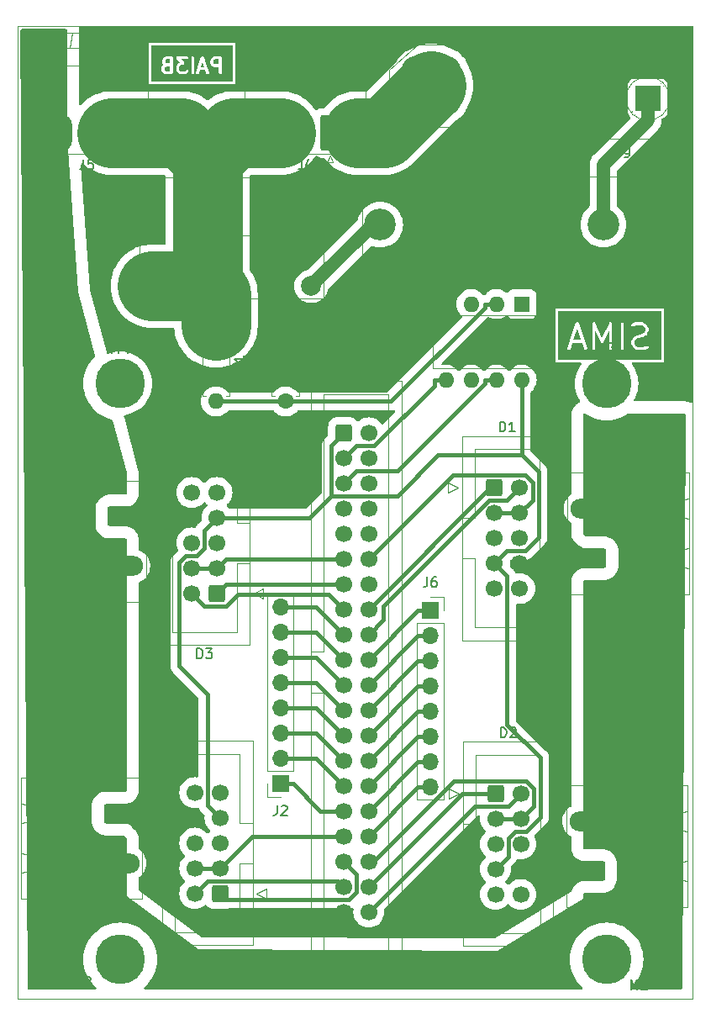
<source format=gbr>
%TF.GenerationSoftware,KiCad,Pcbnew,7.0.5*%
%TF.CreationDate,2023-06-21T07:28:38-05:00*%
%TF.ProjectId,pcbpai,70636270-6169-42e6-9b69-6361645f7063,rev?*%
%TF.SameCoordinates,Original*%
%TF.FileFunction,Profile,NP*%
%FSLAX46Y46*%
G04 Gerber Fmt 4.6, Leading zero omitted, Abs format (unit mm)*
G04 Created by KiCad (PCBNEW 7.0.5) date 2023-06-21 07:28:38*
%MOMM*%
%LPD*%
G01*
G04 APERTURE LIST*
G04 Aperture macros list*
%AMRoundRect*
0 Rectangle with rounded corners*
0 $1 Rounding radius*
0 $2 $3 $4 $5 $6 $7 $8 $9 X,Y pos of 4 corners*
0 Add a 4 corners polygon primitive as box body*
4,1,4,$2,$3,$4,$5,$6,$7,$8,$9,$2,$3,0*
0 Add four circle primitives for the rounded corners*
1,1,$1+$1,$2,$3*
1,1,$1+$1,$4,$5*
1,1,$1+$1,$6,$7*
1,1,$1+$1,$8,$9*
0 Add four rect primitives between the rounded corners*
20,1,$1+$1,$2,$3,$4,$5,0*
20,1,$1+$1,$4,$5,$6,$7,0*
20,1,$1+$1,$6,$7,$8,$9,0*
20,1,$1+$1,$8,$9,$2,$3,0*%
G04 Aperture macros list end*
%TA.AperFunction,Profile*%
%ADD10C,0.100000*%
%TD*%
%TA.AperFunction,ComponentPad*%
%ADD11C,5.000000*%
%TD*%
%TA.AperFunction,ComponentPad*%
%ADD12RoundRect,1.500000X-1.500000X-1.500000X1.500000X-1.500000X1.500000X1.500000X-1.500000X1.500000X0*%
%TD*%
%TA.AperFunction,ComponentPad*%
%ADD13C,6.000000*%
%TD*%
%TA.AperFunction,ComponentPad*%
%ADD14RoundRect,0.250000X0.750000X1.550000X-0.750000X1.550000X-0.750000X-1.550000X0.750000X-1.550000X0*%
%TD*%
%TA.AperFunction,ComponentPad*%
%ADD15O,2.000000X3.600000*%
%TD*%
%TA.AperFunction,ComponentPad*%
%ADD16RoundRect,0.250000X-0.600000X-0.600000X0.600000X-0.600000X0.600000X0.600000X-0.600000X0.600000X0*%
%TD*%
%TA.AperFunction,ComponentPad*%
%ADD17C,1.700000*%
%TD*%
%TA.AperFunction,ComponentPad*%
%ADD18RoundRect,0.250000X0.600000X0.600000X-0.600000X0.600000X-0.600000X-0.600000X0.600000X-0.600000X0*%
%TD*%
%TA.AperFunction,ComponentPad*%
%ADD19RoundRect,0.250000X1.550000X-0.750000X1.550000X0.750000X-1.550000X0.750000X-1.550000X-0.750000X0*%
%TD*%
%TA.AperFunction,ComponentPad*%
%ADD20O,3.600000X2.000000*%
%TD*%
%TA.AperFunction,ComponentPad*%
%ADD21C,1.600000*%
%TD*%
%TA.AperFunction,ComponentPad*%
%ADD22O,1.600000X1.600000*%
%TD*%
%TA.AperFunction,ComponentPad*%
%ADD23RoundRect,0.250000X-1.550000X0.750000X-1.550000X-0.750000X1.550000X-0.750000X1.550000X0.750000X0*%
%TD*%
%TA.AperFunction,ComponentPad*%
%ADD24R,1.600000X1.600000*%
%TD*%
%TA.AperFunction,ComponentPad*%
%ADD25R,1.700000X1.700000*%
%TD*%
%TA.AperFunction,ComponentPad*%
%ADD26O,1.700000X1.700000*%
%TD*%
%TA.AperFunction,ComponentPad*%
%ADD27C,3.200000*%
%TD*%
%TA.AperFunction,ComponentPad*%
%ADD28R,2.000000X2.000000*%
%TD*%
%TA.AperFunction,ComponentPad*%
%ADD29C,2.000000*%
%TD*%
%TA.AperFunction,ComponentPad*%
%ADD30R,2.600000X2.600000*%
%TD*%
%TA.AperFunction,ComponentPad*%
%ADD31C,2.600000*%
%TD*%
%ADD32C,0.300000*%
%TA.AperFunction,Conductor*%
%ADD33C,1.370000*%
%TD*%
%TA.AperFunction,Conductor*%
%ADD34C,7.000000*%
%TD*%
%TA.AperFunction,Conductor*%
%ADD35C,0.400000*%
%TD*%
%TA.AperFunction,Conductor*%
%ADD36C,2.001600*%
%TD*%
%ADD37C,0.150000*%
%ADD38C,0.100000*%
%ADD39C,0.120000*%
%ADD40C,5.000000*%
%ADD41RoundRect,1.500000X-1.500000X-1.500000X1.500000X-1.500000X1.500000X1.500000X-1.500000X1.500000X0*%
%ADD42C,6.000000*%
%ADD43RoundRect,0.250000X0.750000X1.550000X-0.750000X1.550000X-0.750000X-1.550000X0.750000X-1.550000X0*%
%ADD44O,2.000000X3.600000*%
%ADD45RoundRect,0.250000X-0.600000X-0.600000X0.600000X-0.600000X0.600000X0.600000X-0.600000X0.600000X0*%
%ADD46C,1.700000*%
%ADD47RoundRect,0.250000X0.600000X0.600000X-0.600000X0.600000X-0.600000X-0.600000X0.600000X-0.600000X0*%
%ADD48RoundRect,0.250000X1.550000X-0.750000X1.550000X0.750000X-1.550000X0.750000X-1.550000X-0.750000X0*%
%ADD49O,3.600000X2.000000*%
%ADD50C,1.600000*%
%ADD51O,1.600000X1.600000*%
%ADD52RoundRect,0.250000X-1.550000X0.750000X-1.550000X-0.750000X1.550000X-0.750000X1.550000X0.750000X0*%
%ADD53R,1.600000X1.600000*%
%ADD54R,1.700000X1.700000*%
%ADD55O,1.700000X1.700000*%
%ADD56C,3.200000*%
%ADD57R,2.000000X2.000000*%
%ADD58C,2.000000*%
%ADD59R,2.600000X2.600000*%
%ADD60C,2.600000*%
G04 APERTURE END LIST*
D10*
X110000000Y-44000000D02*
X178000000Y-44000000D01*
X178000000Y-142000000D01*
X110000000Y-142000000D01*
X110000000Y-44000000D01*
D11*
%TO.P,M3,1*%
%TO.N,N/C*%
X169350000Y-80000000D03*
%TD*%
D12*
%TO.P,J3,1,Pin_1*%
%TO.N,+24V*%
X151700000Y-50000000D03*
D13*
%TO.P,J3,2,Pin_2*%
%TO.N,GND*%
X158900000Y-50000000D03*
%TD*%
D14*
%TO.P,J5,1,Pin_1*%
%TO.N,Net-(J4-Pin_2)*%
X119500000Y-54777500D03*
D15*
%TO.P,J5,2,Pin_2*%
%TO.N,Net-(J10-Pin_2)*%
X114500000Y-54777500D03*
%TD*%
D16*
%TO.P,D1,1,RPWM*%
%TO.N,Net-(D1-RPWM)*%
X158060000Y-90500000D03*
D17*
%TO.P,D1,2,LPWM*%
%TO.N,Net-(D1-LPWM)*%
X160600000Y-90500000D03*
%TO.P,D1,3,R_EN*%
%TO.N,Net-(D1-L_EN)*%
X158060000Y-93040000D03*
%TO.P,D1,4,L_EN*%
X160600000Y-93040000D03*
%TO.P,D1,5,R_IS*%
%TO.N,unconnected-(D1-R_IS-Pad5)*%
X158060000Y-95580000D03*
%TO.P,D1,6,L_IS*%
%TO.N,unconnected-(D1-L_IS-Pad6)*%
X160600000Y-95580000D03*
%TO.P,D1,7,VCC*%
%TO.N,+3.3V*%
X158060000Y-98120000D03*
%TO.P,D1,8,GND*%
%TO.N,GND*%
X160600000Y-98120000D03*
%TO.P,D1,9,NC*%
%TO.N,unconnected-(D1-NC-Pad9)*%
X158060000Y-100660000D03*
%TO.P,D1,10,NC*%
%TO.N,unconnected-(D1-NC-Pad10)*%
X160600000Y-100660000D03*
%TD*%
D18*
%TO.P,D3,1,RPWM*%
%TO.N,Net-(D3-RPWM)*%
X130100000Y-101140000D03*
D17*
%TO.P,D3,2,LPWM*%
%TO.N,Net-(D3-LPWM)*%
X127560000Y-101140000D03*
%TO.P,D3,3,R_EN*%
%TO.N,Net-(D3-L_EN)*%
X130100000Y-98600000D03*
%TO.P,D3,4,L_EN*%
X127560000Y-98600000D03*
%TO.P,D3,5,R_IS*%
%TO.N,unconnected-(D3-R_IS-Pad5)*%
X130100000Y-96060000D03*
%TO.P,D3,6,L_IS*%
%TO.N,unconnected-(D3-L_IS-Pad6)*%
X127560000Y-96060000D03*
%TO.P,D3,7,VCC*%
%TO.N,+3.3V*%
X130100000Y-93520000D03*
%TO.P,D3,8,GND*%
%TO.N,GND*%
X127560000Y-93520000D03*
%TO.P,D3,9,NC*%
%TO.N,unconnected-(D3-NC-Pad9)*%
X130100000Y-90980000D03*
%TO.P,D3,10,NC*%
%TO.N,unconnected-(D3-NC-Pad10)*%
X127560000Y-90980000D03*
%TD*%
D18*
%TO.P,D4,1,RPWM*%
%TO.N,Net-(D4-RPWM)*%
X130400000Y-131360000D03*
D17*
%TO.P,D4,2,LPWM*%
%TO.N,Net-(D4-LPWM)*%
X127860000Y-131360000D03*
%TO.P,D4,3,R_EN*%
%TO.N,Net-(D4-L_EN)*%
X130400000Y-128820000D03*
%TO.P,D4,4,L_EN*%
X127860000Y-128820000D03*
%TO.P,D4,5,R_IS*%
%TO.N,unconnected-(D4-R_IS-Pad5)*%
X130400000Y-126280000D03*
%TO.P,D4,6,L_IS*%
%TO.N,unconnected-(D4-L_IS-Pad6)*%
X127860000Y-126280000D03*
%TO.P,D4,7,VCC*%
%TO.N,+3.3V*%
X130400000Y-123740000D03*
%TO.P,D4,8,GND*%
%TO.N,GND*%
X127860000Y-123740000D03*
%TO.P,D4,9,NC*%
%TO.N,unconnected-(D4-NC-Pad9)*%
X130400000Y-121200000D03*
%TO.P,D4,10,NC*%
%TO.N,unconnected-(D4-NC-Pad10)*%
X127860000Y-121200000D03*
%TD*%
D19*
%TO.P,J10,1,Pin_1*%
%TO.N,GND*%
X167522500Y-97600000D03*
D20*
%TO.P,J10,2,Pin_2*%
%TO.N,Net-(J10-Pin_2)*%
X167522500Y-92600000D03*
%TD*%
D16*
%TO.P,D2,1,RPWM*%
%TO.N,Net-(D2-RPWM)*%
X158160000Y-121300000D03*
D17*
%TO.P,D2,2,LPWM*%
%TO.N,Net-(D2-LPWM)*%
X160700000Y-121300000D03*
%TO.P,D2,3,R_EN*%
%TO.N,Net-(D2-L_EN)*%
X158160000Y-123840000D03*
%TO.P,D2,4,L_EN*%
X160700000Y-123840000D03*
%TO.P,D2,5,R_IS*%
%TO.N,unconnected-(D2-R_IS-Pad5)*%
X158160000Y-126380000D03*
%TO.P,D2,6,L_IS*%
%TO.N,unconnected-(D2-L_IS-Pad6)*%
X160700000Y-126380000D03*
%TO.P,D2,7,VCC*%
%TO.N,+3.3V*%
X158160000Y-128920000D03*
%TO.P,D2,8,GND*%
%TO.N,GND*%
X160700000Y-128920000D03*
%TO.P,D2,9,NC*%
%TO.N,unconnected-(D2-NC-Pad9)*%
X158160000Y-131460000D03*
%TO.P,D2,10,NC*%
%TO.N,unconnected-(D2-NC-Pad10)*%
X160700000Y-131460000D03*
%TD*%
D21*
%TO.P,R2,1*%
%TO.N,Net-(U6-XTAL1{slash}PB3)*%
X137000000Y-81810000D03*
D22*
%TO.P,R2,2*%
%TO.N,GND*%
X137000000Y-74190000D03*
%TD*%
D11*
%TO.P,M1,1*%
%TO.N,N/C*%
X169350000Y-138000000D03*
%TD*%
D23*
%TO.P,J11,1,Pin_1*%
%TO.N,GND*%
X120477500Y-123300000D03*
D20*
%TO.P,J11,2,Pin_2*%
%TO.N,Net-(J10-Pin_2)*%
X120477500Y-128300000D03*
%TD*%
D24*
%TO.P,U6,1,~{RESET}/PB5*%
%TO.N,unconnected-(U6-~{RESET}{slash}PB5-Pad1)*%
X160800000Y-72000000D03*
D22*
%TO.P,U6,2,XTAL1/PB3*%
%TO.N,Net-(U6-XTAL1{slash}PB3)*%
X158260000Y-72000000D03*
%TO.P,U6,3,XTAL2/PB4*%
%TO.N,unconnected-(U6-XTAL2{slash}PB4-Pad3)*%
X155720000Y-72000000D03*
%TO.P,U6,4,GND*%
%TO.N,GND*%
X153180000Y-72000000D03*
%TO.P,U6,5,AREF/PB0*%
%TO.N,Net-(J7-Pin_3)*%
X153180000Y-79620000D03*
%TO.P,U6,6,PB1*%
%TO.N,unconnected-(U6-PB1-Pad6)*%
X155720000Y-79620000D03*
%TO.P,U6,7,PB2*%
%TO.N,Net-(J7-Pin_5)*%
X158260000Y-79620000D03*
%TO.P,U6,8,VCC*%
%TO.N,+3.3V*%
X160800000Y-79620000D03*
%TD*%
D23*
%TO.P,J12,1,Pin_1*%
%TO.N,GND*%
X120877500Y-93400000D03*
D20*
%TO.P,J12,2,Pin_2*%
%TO.N,Net-(J10-Pin_2)*%
X120877500Y-98400000D03*
%TD*%
D11*
%TO.P,M2,1*%
%TO.N,N/C*%
X120350000Y-138000000D03*
%TD*%
D25*
%TO.P,J6,1,Pin_1*%
%TO.N,Net-(J6-Pin_1)*%
X151600000Y-102820000D03*
D26*
%TO.P,J6,2,Pin_2*%
%TO.N,Net-(J6-Pin_2)*%
X151600000Y-105360000D03*
%TO.P,J6,3,Pin_3*%
%TO.N,Net-(J6-Pin_3)*%
X151600000Y-107900000D03*
%TO.P,J6,4,Pin_4*%
%TO.N,Net-(J6-Pin_4)*%
X151600000Y-110440000D03*
%TO.P,J6,5,Pin_5*%
%TO.N,Net-(J6-Pin_5)*%
X151600000Y-112980000D03*
%TO.P,J6,6,Pin_6*%
%TO.N,Net-(J6-Pin_6)*%
X151600000Y-115520000D03*
%TO.P,J6,7,Pin_7*%
%TO.N,Net-(J6-Pin_7)*%
X151600000Y-118060000D03*
%TO.P,J6,8,Pin_8*%
%TO.N,Net-(J6-Pin_8)*%
X151600000Y-120600000D03*
%TD*%
D27*
%TO.P,J1,1,Pin_1*%
%TO.N,Net-(J1-Pin_1)*%
X146537500Y-64000000D03*
%TO.P,J1,2,Pin_2*%
%TO.N,Net-(J1-Pin_2)*%
X169037500Y-64000000D03*
%TD*%
D28*
%TO.P,U4,1,in1*%
%TO.N,Net-(J4-Pin_2)*%
X123600000Y-70200000D03*
D29*
%TO.P,U4,2,in2*%
%TO.N,GND*%
X123600000Y-60400000D03*
%TO.P,U4,3,out1*%
%TO.N,Net-(J1-Pin_1)*%
X139600000Y-70200000D03*
%TO.P,U4,4,out2*%
%TO.N,GND*%
X139600000Y-60400000D03*
%TD*%
D21*
%TO.P,R1,1*%
%TO.N,Net-(J4-Pin_2)*%
X130000000Y-74190000D03*
D22*
%TO.P,R1,2*%
%TO.N,Net-(U6-XTAL1{slash}PB3)*%
X130000000Y-81810000D03*
%TD*%
D11*
%TO.P,M4,1*%
%TO.N,N/C*%
X120350000Y-80000000D03*
%TD*%
D16*
%TO.P,J7,1,Pin_1*%
%TO.N,+3.3V*%
X142850000Y-84960000D03*
D17*
%TO.P,J7,2,Pin_2*%
%TO.N,unconnected-(J7-Pin_2-Pad2)*%
X145390000Y-84960000D03*
%TO.P,J7,3,Pin_3*%
%TO.N,Net-(J7-Pin_3)*%
X142850000Y-87500000D03*
%TO.P,J7,4,Pin_4*%
%TO.N,unconnected-(J7-Pin_4-Pad4)*%
X145390000Y-87500000D03*
%TO.P,J7,5,Pin_5*%
%TO.N,Net-(J7-Pin_5)*%
X142850000Y-90040000D03*
%TO.P,J7,6,Pin_6*%
%TO.N,unconnected-(J7-Pin_6-Pad6)*%
X145390000Y-90040000D03*
%TO.P,J7,7,Pin_7*%
%TO.N,unconnected-(J7-Pin_7-Pad7)*%
X142850000Y-92580000D03*
%TO.P,J7,8,Pin_8*%
%TO.N,unconnected-(J7-Pin_8-Pad8)*%
X145390000Y-92580000D03*
%TO.P,J7,9,Pin_9*%
%TO.N,unconnected-(J7-Pin_9-Pad9)*%
X142850000Y-95120000D03*
%TO.P,J7,10,Pin_10*%
%TO.N,unconnected-(J7-Pin_10-Pad10)*%
X145390000Y-95120000D03*
%TO.P,J7,11,Pin_11*%
%TO.N,Net-(D3-L_EN)*%
X142850000Y-97660000D03*
%TO.P,J7,12,Pin_12*%
%TO.N,Net-(D1-L_EN)*%
X145390000Y-97660000D03*
%TO.P,J7,13,Pin_13*%
%TO.N,Net-(D3-RPWM)*%
X142850000Y-100200000D03*
%TO.P,J7,14,Pin_14*%
%TO.N,unconnected-(J7-Pin_14-Pad14)*%
X145390000Y-100200000D03*
%TO.P,J7,15,Pin_15*%
%TO.N,Net-(D3-LPWM)*%
X142850000Y-102740000D03*
%TO.P,J7,16,Pin_16*%
%TO.N,Net-(D1-RPWM)*%
X145390000Y-102740000D03*
%TO.P,J7,17,Pin_17*%
%TO.N,Net-(J2-Pin_8)*%
X142850000Y-105280000D03*
%TO.P,J7,18,Pin_18*%
%TO.N,Net-(D1-LPWM)*%
X145390000Y-105280000D03*
%TO.P,J7,19,Pin_19*%
%TO.N,Net-(J2-Pin_7)*%
X142850000Y-107820000D03*
%TO.P,J7,20,Pin_20*%
%TO.N,Net-(J6-Pin_1)*%
X145390000Y-107820000D03*
%TO.P,J7,21,Pin_21*%
%TO.N,Net-(J2-Pin_6)*%
X142850000Y-110360000D03*
%TO.P,J7,22,Pin_22*%
%TO.N,Net-(J6-Pin_2)*%
X145390000Y-110360000D03*
%TO.P,J7,23,Pin_23*%
%TO.N,Net-(J2-Pin_5)*%
X142850000Y-112900000D03*
%TO.P,J7,24,Pin_24*%
%TO.N,Net-(J6-Pin_3)*%
X145390000Y-112900000D03*
%TO.P,J7,25,Pin_25*%
%TO.N,Net-(J2-Pin_4)*%
X142850000Y-115440000D03*
%TO.P,J7,26,Pin_26*%
%TO.N,Net-(J6-Pin_4)*%
X145390000Y-115440000D03*
%TO.P,J7,27,Pin_27*%
%TO.N,Net-(J2-Pin_3)*%
X142850000Y-117980000D03*
%TO.P,J7,28,Pin_28*%
%TO.N,Net-(J6-Pin_5)*%
X145390000Y-117980000D03*
%TO.P,J7,29,Pin_29*%
%TO.N,Net-(J2-Pin_2)*%
X142850000Y-120520000D03*
%TO.P,J7,30,Pin_30*%
%TO.N,Net-(J6-Pin_6)*%
X145390000Y-120520000D03*
%TO.P,J7,31,Pin_31*%
%TO.N,Net-(J2-Pin_1)*%
X142850000Y-123060000D03*
%TO.P,J7,32,Pin_32*%
%TO.N,Net-(J6-Pin_7)*%
X145390000Y-123060000D03*
%TO.P,J7,33,Pin_33*%
%TO.N,Net-(D4-L_EN)*%
X142850000Y-125600000D03*
%TO.P,J7,34,Pin_34*%
%TO.N,Net-(J6-Pin_8)*%
X145390000Y-125600000D03*
%TO.P,J7,35,Pin_35*%
%TO.N,Net-(D4-RPWM)*%
X142850000Y-128140000D03*
%TO.P,J7,36,Pin_36*%
%TO.N,Net-(D2-L_EN)*%
X145390000Y-128140000D03*
%TO.P,J7,37,Pin_37*%
%TO.N,Net-(D4-LPWM)*%
X142850000Y-130680000D03*
%TO.P,J7,38,Pin_38*%
%TO.N,Net-(D2-RPWM)*%
X145390000Y-130680000D03*
%TO.P,J7,39,Pin_39*%
%TO.N,GND*%
X142850000Y-133220000D03*
%TO.P,J7,40,Pin_40*%
%TO.N,Net-(D2-LPWM)*%
X145390000Y-133220000D03*
%TD*%
D25*
%TO.P,J2,1,Pin_1*%
%TO.N,Net-(J2-Pin_1)*%
X136500000Y-120280000D03*
D26*
%TO.P,J2,2,Pin_2*%
%TO.N,Net-(J2-Pin_2)*%
X136500000Y-117740000D03*
%TO.P,J2,3,Pin_3*%
%TO.N,Net-(J2-Pin_3)*%
X136500000Y-115200000D03*
%TO.P,J2,4,Pin_4*%
%TO.N,Net-(J2-Pin_4)*%
X136500000Y-112660000D03*
%TO.P,J2,5,Pin_5*%
%TO.N,Net-(J2-Pin_5)*%
X136500000Y-110120000D03*
%TO.P,J2,6,Pin_6*%
%TO.N,Net-(J2-Pin_6)*%
X136500000Y-107580000D03*
%TO.P,J2,7,Pin_7*%
%TO.N,Net-(J2-Pin_7)*%
X136500000Y-105040000D03*
%TO.P,J2,8,Pin_8*%
%TO.N,Net-(J2-Pin_8)*%
X136500000Y-102500000D03*
%TD*%
D30*
%TO.P,J9,1,Pin_1*%
%TO.N,Net-(J1-Pin_2)*%
X173500000Y-51300000D03*
D31*
%TO.P,J9,2,Pin_2*%
%TO.N,GND*%
X168500000Y-51300000D03*
%TD*%
D14*
%TO.P,J4,1,Pin_1*%
%TO.N,+24V*%
X141500000Y-54777500D03*
D15*
%TO.P,J4,2,Pin_2*%
%TO.N,Net-(J4-Pin_2)*%
X136500000Y-54777500D03*
%TD*%
D19*
%TO.P,J8,1,Pin_1*%
%TO.N,GND*%
X167400000Y-129100000D03*
D20*
%TO.P,J8,2,Pin_2*%
%TO.N,Net-(J10-Pin_2)*%
X167400000Y-124100000D03*
%TD*%
D32*
G36*
X166789756Y-75614161D02*
G01*
X166015508Y-75614161D01*
X166402632Y-74452788D01*
X166789756Y-75614161D01*
G37*
G36*
X174907143Y-77607143D02*
G01*
X164471429Y-77607143D01*
X164471429Y-76517041D01*
X165417804Y-76517041D01*
X165462720Y-76592818D01*
X165541473Y-76632284D01*
X165629059Y-76622907D01*
X165697674Y-76567665D01*
X165915508Y-75914161D01*
X166889756Y-75914161D01*
X167100483Y-76546342D01*
X167137925Y-76600218D01*
X167219324Y-76633891D01*
X167306006Y-76618212D01*
X167370449Y-76558159D01*
X167392195Y-76472796D01*
X167151393Y-75750389D01*
X167152612Y-75741912D01*
X167137636Y-75709121D01*
X166568586Y-74001968D01*
X167914746Y-74001968D01*
X167919299Y-74011724D01*
X167919299Y-76500015D01*
X167937783Y-76562967D01*
X168004356Y-76620652D01*
X168091548Y-76633189D01*
X168171675Y-76596596D01*
X168219299Y-76522491D01*
X168219299Y-74654581D01*
X168766176Y-75826462D01*
X168783645Y-75865561D01*
X168803506Y-75878557D01*
X168819197Y-75896367D01*
X168839601Y-75902176D01*
X168857356Y-75913794D01*
X168881092Y-75913989D01*
X168903918Y-75920488D01*
X168924222Y-75914344D01*
X168945440Y-75914519D01*
X168965512Y-75901851D01*
X168988232Y-75894977D01*
X169001994Y-75878827D01*
X169019934Y-75867506D01*
X169029970Y-75845998D01*
X169045367Y-75827932D01*
X169048213Y-75806907D01*
X169585965Y-74654581D01*
X169585965Y-76500015D01*
X169604449Y-76562967D01*
X169671022Y-76620652D01*
X169758214Y-76633189D01*
X169838341Y-76596596D01*
X169885965Y-76522491D01*
X169885965Y-76500015D01*
X170776441Y-76500015D01*
X170794925Y-76562967D01*
X170861498Y-76620652D01*
X170948690Y-76633189D01*
X171028817Y-76596596D01*
X171076441Y-76522491D01*
X171076441Y-74080854D01*
X171842426Y-74080854D01*
X171858105Y-74167536D01*
X171918158Y-74231980D01*
X172003521Y-74253725D01*
X172379354Y-74128447D01*
X172914841Y-74128447D01*
X173099492Y-74220773D01*
X173184114Y-74305395D01*
X173276441Y-74490048D01*
X173276441Y-74657321D01*
X173184113Y-74841975D01*
X173099492Y-74926597D01*
X172897896Y-75027395D01*
X172463600Y-75135969D01*
X172446372Y-75134110D01*
X172421704Y-75146443D01*
X172416756Y-75147681D01*
X172402482Y-75156054D01*
X172185705Y-75264444D01*
X172161044Y-75269809D01*
X172131828Y-75299023D01*
X172101552Y-75327186D01*
X172100825Y-75330026D01*
X172024147Y-75406703D01*
X172002450Y-75419590D01*
X171983976Y-75456537D01*
X171964157Y-75492834D01*
X171964366Y-75495757D01*
X171867315Y-75689858D01*
X171847870Y-75720117D01*
X171847870Y-75750768D01*
X171842440Y-75780943D01*
X171847870Y-75794035D01*
X171847870Y-75994181D01*
X171844009Y-76029945D01*
X171857716Y-76057360D01*
X171866354Y-76086777D01*
X171877065Y-76096058D01*
X171974342Y-76290613D01*
X171979707Y-76315274D01*
X172008918Y-76344485D01*
X172037084Y-76374765D01*
X172039924Y-76375491D01*
X172116600Y-76452167D01*
X172129489Y-76473867D01*
X172166448Y-76492346D01*
X172202734Y-76512160D01*
X172205656Y-76511950D01*
X172399757Y-76609001D01*
X172430016Y-76628447D01*
X172460667Y-76628447D01*
X172490841Y-76633877D01*
X172503933Y-76628447D01*
X173050493Y-76628447D01*
X173074948Y-76634677D01*
X173114136Y-76621614D01*
X173153818Y-76609963D01*
X173155737Y-76607747D01*
X173494337Y-76494882D01*
X173548213Y-76457440D01*
X173581886Y-76376041D01*
X173566207Y-76289359D01*
X173506153Y-76224916D01*
X173420791Y-76203169D01*
X173044957Y-76328447D01*
X172509470Y-76328447D01*
X172324818Y-76236121D01*
X172240195Y-76151498D01*
X172147870Y-75966846D01*
X172147870Y-75799571D01*
X172240195Y-75614919D01*
X172324818Y-75530296D01*
X172526413Y-75429499D01*
X172960711Y-75320924D01*
X172977939Y-75322784D01*
X173002606Y-75310450D01*
X173007556Y-75309213D01*
X173021829Y-75300838D01*
X173238606Y-75192451D01*
X173263269Y-75187086D01*
X173292489Y-75157865D01*
X173322759Y-75129709D01*
X173323485Y-75126869D01*
X173400161Y-75050191D01*
X173421860Y-75037304D01*
X173440336Y-75000352D01*
X173460154Y-74964058D01*
X173459944Y-74961134D01*
X173556995Y-74767035D01*
X173576441Y-74736777D01*
X173576441Y-74706126D01*
X173581871Y-74675952D01*
X173576441Y-74662859D01*
X173576441Y-74462713D01*
X173580302Y-74426950D01*
X173566594Y-74399534D01*
X173557957Y-74370118D01*
X173547245Y-74360836D01*
X173449967Y-74166280D01*
X173444603Y-74141620D01*
X173415391Y-74112408D01*
X173387226Y-74082129D01*
X173384385Y-74081402D01*
X173307712Y-74004729D01*
X173294823Y-73983028D01*
X173257858Y-73964545D01*
X173221577Y-73944734D01*
X173218653Y-73944943D01*
X173024553Y-73847892D01*
X172994295Y-73828447D01*
X172963644Y-73828447D01*
X172933470Y-73823017D01*
X172920378Y-73828447D01*
X172373818Y-73828447D01*
X172349361Y-73822217D01*
X172310169Y-73835280D01*
X172270492Y-73846931D01*
X172268572Y-73849146D01*
X171929974Y-73962013D01*
X171876098Y-73999456D01*
X171842426Y-74080854D01*
X171076441Y-74080854D01*
X171076441Y-73956879D01*
X171057957Y-73893927D01*
X170991384Y-73836242D01*
X170904192Y-73823705D01*
X170824065Y-73860298D01*
X170776441Y-73934403D01*
X170776441Y-76500015D01*
X169885965Y-76500015D01*
X169885965Y-73989799D01*
X169890885Y-73957473D01*
X169877041Y-73926489D01*
X169867481Y-73893927D01*
X169859343Y-73886875D01*
X169854952Y-73877047D01*
X169826556Y-73858466D01*
X169800908Y-73836242D01*
X169790250Y-73834709D01*
X169781241Y-73828814D01*
X169747305Y-73828534D01*
X169713716Y-73823705D01*
X169703922Y-73828177D01*
X169693157Y-73828089D01*
X169664462Y-73846198D01*
X169633589Y-73860298D01*
X169627766Y-73869357D01*
X169618663Y-73875103D01*
X169604313Y-73905851D01*
X169585965Y-73934403D01*
X169585965Y-73945170D01*
X168902632Y-75409455D01*
X168210026Y-73925300D01*
X168200815Y-73893927D01*
X168175168Y-73871704D01*
X168152734Y-73846240D01*
X168142377Y-73843291D01*
X168134242Y-73836242D01*
X168100651Y-73831412D01*
X168068013Y-73822120D01*
X168057709Y-73825237D01*
X168047050Y-73823705D01*
X168016178Y-73837803D01*
X167983699Y-73847631D01*
X167976715Y-73855825D01*
X167966923Y-73860298D01*
X167948577Y-73888843D01*
X167926564Y-73914676D01*
X167925119Y-73925346D01*
X167919299Y-73934403D01*
X167919299Y-73968337D01*
X167914746Y-74001968D01*
X166568586Y-74001968D01*
X166553515Y-73956756D01*
X166554127Y-73939854D01*
X166539855Y-73915777D01*
X166538114Y-73910552D01*
X166528899Y-73897293D01*
X166509211Y-73864077D01*
X166504000Y-73861465D01*
X166500671Y-73856675D01*
X166464979Y-73841910D01*
X166430458Y-73824610D01*
X166424658Y-73825230D01*
X166419273Y-73823003D01*
X166381282Y-73829874D01*
X166342871Y-73833987D01*
X166338328Y-73837644D01*
X166332591Y-73838682D01*
X166304337Y-73865010D01*
X166274257Y-73889229D01*
X166272413Y-73894760D01*
X166268148Y-73898735D01*
X166258615Y-73936152D01*
X165674515Y-75688454D01*
X165665189Y-75699218D01*
X165660835Y-75729494D01*
X165420176Y-76451474D01*
X165417804Y-76517041D01*
X164471429Y-76517041D01*
X164471429Y-72742857D01*
X174907143Y-72742857D01*
X174907143Y-77607143D01*
G37*
G36*
X128808803Y-48122257D02*
G01*
X128510745Y-48122257D01*
X128659774Y-47675169D01*
X128808803Y-48122257D01*
G37*
G36*
X125366918Y-48550828D02*
G01*
X124980899Y-48550828D01*
X124891485Y-48506121D01*
X124854480Y-48469116D01*
X124809775Y-48379703D01*
X124809775Y-48236237D01*
X124854481Y-48146824D01*
X124883659Y-48117646D01*
X125028029Y-48069523D01*
X125033699Y-48070544D01*
X125046791Y-48065114D01*
X125366918Y-48065114D01*
X125366918Y-48550828D01*
G37*
G36*
X125366918Y-47765114D02*
G01*
X125052328Y-47765114D01*
X124962915Y-47720407D01*
X124925909Y-47683402D01*
X124881203Y-47593990D01*
X124881202Y-47521953D01*
X124925910Y-47432538D01*
X124962914Y-47395534D01*
X125052328Y-47350828D01*
X125366918Y-47350828D01*
X125366918Y-47765114D01*
G37*
G36*
X130295489Y-47836542D02*
G01*
X129909470Y-47836542D01*
X129820056Y-47791835D01*
X129783051Y-47754830D01*
X129738346Y-47665417D01*
X129738346Y-47521951D01*
X129783052Y-47432538D01*
X129820056Y-47395534D01*
X129909470Y-47350828D01*
X130295489Y-47350828D01*
X130295489Y-47836542D01*
G37*
G36*
X131664286Y-49564286D02*
G01*
X123457143Y-49564286D01*
X123457143Y-48217610D01*
X124504345Y-48217610D01*
X124509775Y-48230702D01*
X124509774Y-48407037D01*
X124505914Y-48442801D01*
X124519621Y-48470215D01*
X124528259Y-48499634D01*
X124538970Y-48508915D01*
X124588628Y-48608231D01*
X124593993Y-48632893D01*
X124623198Y-48662098D01*
X124651370Y-48692384D01*
X124654210Y-48693110D01*
X124683267Y-48722167D01*
X124696156Y-48743867D01*
X124733105Y-48762341D01*
X124769401Y-48782161D01*
X124772325Y-48781951D01*
X124871183Y-48831380D01*
X124901445Y-48850828D01*
X124932097Y-48850828D01*
X124962271Y-48856258D01*
X124975363Y-48850828D01*
X125506187Y-48850828D01*
X125539167Y-48855570D01*
X125569473Y-48841729D01*
X125601438Y-48832344D01*
X125608912Y-48823718D01*
X125619294Y-48818977D01*
X125637306Y-48790949D01*
X125659123Y-48765771D01*
X125660747Y-48754473D01*
X125666918Y-48744872D01*
X125666918Y-48711558D01*
X125671660Y-48678579D01*
X125666918Y-48668195D01*
X125666918Y-48074752D01*
X126004344Y-48074752D01*
X126009774Y-48087844D01*
X126009774Y-48407038D01*
X126005913Y-48442802D01*
X126019620Y-48470216D01*
X126028258Y-48499634D01*
X126038970Y-48508916D01*
X126088627Y-48608229D01*
X126093993Y-48632893D01*
X126123213Y-48662113D01*
X126151370Y-48692384D01*
X126154210Y-48693110D01*
X126183267Y-48722167D01*
X126196156Y-48743867D01*
X126233105Y-48762341D01*
X126269401Y-48782161D01*
X126272325Y-48781951D01*
X126371183Y-48831380D01*
X126401445Y-48850828D01*
X126432097Y-48850828D01*
X126462271Y-48856258D01*
X126475363Y-48850828D01*
X126865984Y-48850828D01*
X126901747Y-48854689D01*
X126929161Y-48840981D01*
X126958580Y-48832344D01*
X126967861Y-48821632D01*
X127067177Y-48771974D01*
X127091839Y-48766610D01*
X127121050Y-48737398D01*
X127137179Y-48722396D01*
X127509775Y-48722396D01*
X127528259Y-48785348D01*
X127594832Y-48843033D01*
X127682024Y-48855570D01*
X127762151Y-48818977D01*
X127809775Y-48744872D01*
X127809775Y-48739422D01*
X128008279Y-48739422D01*
X128053194Y-48815199D01*
X128131948Y-48854665D01*
X128219534Y-48845288D01*
X128288149Y-48790046D01*
X128410745Y-48422257D01*
X128908803Y-48422257D01*
X129024292Y-48768724D01*
X129061735Y-48822600D01*
X129143133Y-48856272D01*
X129229815Y-48840594D01*
X129294258Y-48780540D01*
X129316004Y-48695178D01*
X129170440Y-48258485D01*
X129171659Y-48250008D01*
X129156683Y-48217217D01*
X128918719Y-47503324D01*
X129432916Y-47503324D01*
X129438346Y-47516416D01*
X129438346Y-47692751D01*
X129434485Y-47728515D01*
X129448192Y-47755929D01*
X129456830Y-47785348D01*
X129467541Y-47794629D01*
X129517199Y-47893945D01*
X129522564Y-47918607D01*
X129551769Y-47947812D01*
X129579941Y-47978098D01*
X129582781Y-47978824D01*
X129611838Y-48007881D01*
X129624727Y-48029581D01*
X129661676Y-48048055D01*
X129697972Y-48067875D01*
X129700896Y-48067665D01*
X129799754Y-48117094D01*
X129830016Y-48136542D01*
X129860668Y-48136542D01*
X129890842Y-48141972D01*
X129903934Y-48136542D01*
X130295489Y-48136542D01*
X130295489Y-48722396D01*
X130313973Y-48785348D01*
X130380546Y-48843033D01*
X130467738Y-48855570D01*
X130547865Y-48818977D01*
X130595489Y-48744872D01*
X130595489Y-47997272D01*
X130600231Y-47964293D01*
X130595489Y-47953909D01*
X130595489Y-47211558D01*
X130600231Y-47178579D01*
X130586390Y-47148272D01*
X130577005Y-47116308D01*
X130568379Y-47108833D01*
X130563638Y-47098452D01*
X130535610Y-47080439D01*
X130510432Y-47058623D01*
X130499134Y-47056998D01*
X130489533Y-47050828D01*
X130456220Y-47050828D01*
X130423240Y-47046086D01*
X130412857Y-47050828D01*
X129882135Y-47050828D01*
X129846371Y-47046967D01*
X129818955Y-47060675D01*
X129789540Y-47069312D01*
X129780258Y-47080023D01*
X129680943Y-47129682D01*
X129656282Y-47135047D01*
X129627067Y-47164261D01*
X129596790Y-47192424D01*
X129596063Y-47195264D01*
X129567007Y-47224319D01*
X129545307Y-47237209D01*
X129526826Y-47274169D01*
X129507014Y-47310453D01*
X129507223Y-47313376D01*
X129457791Y-47412239D01*
X129438346Y-47442498D01*
X129438346Y-47473149D01*
X129432916Y-47503324D01*
X128918719Y-47503324D01*
X128810657Y-47179137D01*
X128811269Y-47162234D01*
X128796996Y-47138154D01*
X128795256Y-47132933D01*
X128786049Y-47119685D01*
X128766354Y-47086457D01*
X128761140Y-47083844D01*
X128757813Y-47079056D01*
X128722132Y-47064296D01*
X128687601Y-47046991D01*
X128681800Y-47047611D01*
X128676415Y-47045384D01*
X128638423Y-47052255D01*
X128600014Y-47056368D01*
X128595471Y-47060024D01*
X128589733Y-47061063D01*
X128561476Y-47087394D01*
X128531399Y-47111610D01*
X128529555Y-47117141D01*
X128525290Y-47121116D01*
X128515757Y-47158533D01*
X128169751Y-48196552D01*
X128160427Y-48207314D01*
X128156074Y-48237583D01*
X128010651Y-48673855D01*
X128008279Y-48739422D01*
X127809775Y-48739422D01*
X127809775Y-47179260D01*
X127791291Y-47116308D01*
X127724718Y-47058623D01*
X127637526Y-47046086D01*
X127557399Y-47082679D01*
X127509775Y-47156784D01*
X127509775Y-48722396D01*
X127137179Y-48722396D01*
X127151330Y-48709233D01*
X127152056Y-48706392D01*
X127209663Y-48648786D01*
X127241107Y-48591202D01*
X127234822Y-48503338D01*
X127182033Y-48432819D01*
X127099499Y-48402036D01*
X127013424Y-48420761D01*
X126928062Y-48506122D01*
X126838650Y-48550828D01*
X126480899Y-48550828D01*
X126391485Y-48506121D01*
X126354481Y-48469117D01*
X126309774Y-48379704D01*
X126309774Y-48093381D01*
X126354481Y-48003968D01*
X126391486Y-47966962D01*
X126480899Y-47922257D01*
X126616123Y-47922257D01*
X126616455Y-47922468D01*
X126660085Y-47922257D01*
X126681342Y-47922257D01*
X126681697Y-47922152D01*
X126704542Y-47922042D01*
X126723079Y-47910002D01*
X126744294Y-47903773D01*
X126759256Y-47886504D01*
X126778416Y-47874061D01*
X126787502Y-47853906D01*
X126801979Y-47837200D01*
X126805230Y-47814586D01*
X126814621Y-47793758D01*
X126811369Y-47771893D01*
X126814516Y-47750008D01*
X126805023Y-47729221D01*
X126801663Y-47706628D01*
X126787108Y-47689994D01*
X126777923Y-47669881D01*
X126758699Y-47657527D01*
X126490339Y-47350828D01*
X127109914Y-47350828D01*
X127172866Y-47332344D01*
X127230551Y-47265771D01*
X127243088Y-47178579D01*
X127206495Y-47098452D01*
X127132390Y-47050828D01*
X126203426Y-47050828D01*
X126203093Y-47050616D01*
X126159359Y-47050828D01*
X126138206Y-47050828D01*
X126137850Y-47050932D01*
X126115006Y-47051043D01*
X126096468Y-47063082D01*
X126075254Y-47069312D01*
X126060291Y-47086580D01*
X126041132Y-47099024D01*
X126032045Y-47119178D01*
X126017569Y-47135885D01*
X126014317Y-47158498D01*
X126004927Y-47179327D01*
X126008178Y-47201192D01*
X126005032Y-47223077D01*
X126014523Y-47243860D01*
X126017884Y-47266457D01*
X126032440Y-47283093D01*
X126041625Y-47303204D01*
X126060846Y-47315556D01*
X126353213Y-47649691D01*
X126351687Y-47651452D01*
X126252371Y-47701110D01*
X126227710Y-47706475D01*
X126198498Y-47735686D01*
X126168219Y-47763852D01*
X126167492Y-47766692D01*
X126138435Y-47795749D01*
X126116736Y-47808638D01*
X126098260Y-47845589D01*
X126078442Y-47881883D01*
X126078651Y-47884807D01*
X126029224Y-47983661D01*
X126009774Y-48013927D01*
X126009773Y-48044580D01*
X126004344Y-48074752D01*
X125666918Y-48074752D01*
X125666918Y-47925844D01*
X125671660Y-47892865D01*
X125666918Y-47882481D01*
X125666918Y-47211558D01*
X125671660Y-47178579D01*
X125657819Y-47148272D01*
X125648434Y-47116308D01*
X125639808Y-47108833D01*
X125635067Y-47098452D01*
X125607039Y-47080439D01*
X125581861Y-47058623D01*
X125570563Y-47056998D01*
X125560962Y-47050828D01*
X125527649Y-47050828D01*
X125494669Y-47046086D01*
X125484286Y-47050828D01*
X125024993Y-47050828D01*
X124989229Y-47046967D01*
X124961813Y-47060675D01*
X124932398Y-47069312D01*
X124923116Y-47080023D01*
X124823801Y-47129682D01*
X124799140Y-47135047D01*
X124769925Y-47164261D01*
X124739648Y-47192424D01*
X124738921Y-47195264D01*
X124709865Y-47224319D01*
X124688165Y-47237209D01*
X124669684Y-47274169D01*
X124649872Y-47310453D01*
X124650081Y-47313376D01*
X124600653Y-47412232D01*
X124581203Y-47442498D01*
X124581203Y-47473151D01*
X124575773Y-47503323D01*
X124581203Y-47516415D01*
X124581203Y-47621324D01*
X124577342Y-47657088D01*
X124591049Y-47684502D01*
X124599687Y-47713920D01*
X124610399Y-47723202D01*
X124660057Y-47822517D01*
X124665423Y-47847180D01*
X124694636Y-47876392D01*
X124696068Y-47877933D01*
X124680861Y-47888502D01*
X124675442Y-47901599D01*
X124638435Y-47938606D01*
X124616736Y-47951495D01*
X124598260Y-47988446D01*
X124578442Y-48024740D01*
X124578651Y-48027664D01*
X124529220Y-48126525D01*
X124509775Y-48156784D01*
X124509775Y-48187435D01*
X124504345Y-48217610D01*
X123457143Y-48217610D01*
X123457143Y-45985714D01*
X131664286Y-45985714D01*
X131664286Y-49564286D01*
G37*
D11*
%TO.P,M3,1*%
%TO.N,N/C*%
X169350000Y-80000000D03*
%TD*%
D12*
%TO.P,J3,1,Pin_1*%
%TO.N,+24V*%
X151700000Y-50000000D03*
D13*
%TO.P,J3,2,Pin_2*%
%TO.N,GND*%
X158900000Y-50000000D03*
%TD*%
D14*
%TO.P,J5,1,Pin_1*%
%TO.N,Net-(J4-Pin_2)*%
X119500000Y-54777500D03*
D15*
%TO.P,J5,2,Pin_2*%
%TO.N,Net-(J10-Pin_2)*%
X114500000Y-54777500D03*
%TD*%
D16*
%TO.P,D1,1,RPWM*%
%TO.N,Net-(D1-RPWM)*%
X158060000Y-90500000D03*
D17*
%TO.P,D1,2,LPWM*%
%TO.N,Net-(D1-LPWM)*%
X160600000Y-90500000D03*
%TO.P,D1,3,R_EN*%
%TO.N,Net-(D1-L_EN)*%
X158060000Y-93040000D03*
%TO.P,D1,4,L_EN*%
X160600000Y-93040000D03*
%TO.P,D1,5,R_IS*%
%TO.N,unconnected-(D1-R_IS-Pad5)*%
X158060000Y-95580000D03*
%TO.P,D1,6,L_IS*%
%TO.N,unconnected-(D1-L_IS-Pad6)*%
X160600000Y-95580000D03*
%TO.P,D1,7,VCC*%
%TO.N,+3.3V*%
X158060000Y-98120000D03*
%TO.P,D1,8,GND*%
%TO.N,GND*%
X160600000Y-98120000D03*
%TO.P,D1,9,NC*%
%TO.N,unconnected-(D1-NC-Pad9)*%
X158060000Y-100660000D03*
%TO.P,D1,10,NC*%
%TO.N,unconnected-(D1-NC-Pad10)*%
X160600000Y-100660000D03*
%TD*%
D18*
%TO.P,D3,1,RPWM*%
%TO.N,Net-(D3-RPWM)*%
X130100000Y-101140000D03*
D17*
%TO.P,D3,2,LPWM*%
%TO.N,Net-(D3-LPWM)*%
X127560000Y-101140000D03*
%TO.P,D3,3,R_EN*%
%TO.N,Net-(D3-L_EN)*%
X130100000Y-98600000D03*
%TO.P,D3,4,L_EN*%
X127560000Y-98600000D03*
%TO.P,D3,5,R_IS*%
%TO.N,unconnected-(D3-R_IS-Pad5)*%
X130100000Y-96060000D03*
%TO.P,D3,6,L_IS*%
%TO.N,unconnected-(D3-L_IS-Pad6)*%
X127560000Y-96060000D03*
%TO.P,D3,7,VCC*%
%TO.N,+3.3V*%
X130100000Y-93520000D03*
%TO.P,D3,8,GND*%
%TO.N,GND*%
X127560000Y-93520000D03*
%TO.P,D3,9,NC*%
%TO.N,unconnected-(D3-NC-Pad9)*%
X130100000Y-90980000D03*
%TO.P,D3,10,NC*%
%TO.N,unconnected-(D3-NC-Pad10)*%
X127560000Y-90980000D03*
%TD*%
D18*
%TO.P,D4,1,RPWM*%
%TO.N,Net-(D4-RPWM)*%
X130400000Y-131360000D03*
D17*
%TO.P,D4,2,LPWM*%
%TO.N,Net-(D4-LPWM)*%
X127860000Y-131360000D03*
%TO.P,D4,3,R_EN*%
%TO.N,Net-(D4-L_EN)*%
X130400000Y-128820000D03*
%TO.P,D4,4,L_EN*%
X127860000Y-128820000D03*
%TO.P,D4,5,R_IS*%
%TO.N,unconnected-(D4-R_IS-Pad5)*%
X130400000Y-126280000D03*
%TO.P,D4,6,L_IS*%
%TO.N,unconnected-(D4-L_IS-Pad6)*%
X127860000Y-126280000D03*
%TO.P,D4,7,VCC*%
%TO.N,+3.3V*%
X130400000Y-123740000D03*
%TO.P,D4,8,GND*%
%TO.N,GND*%
X127860000Y-123740000D03*
%TO.P,D4,9,NC*%
%TO.N,unconnected-(D4-NC-Pad9)*%
X130400000Y-121200000D03*
%TO.P,D4,10,NC*%
%TO.N,unconnected-(D4-NC-Pad10)*%
X127860000Y-121200000D03*
%TD*%
D19*
%TO.P,J10,1,Pin_1*%
%TO.N,GND*%
X167522500Y-97600000D03*
D20*
%TO.P,J10,2,Pin_2*%
%TO.N,Net-(J10-Pin_2)*%
X167522500Y-92600000D03*
%TD*%
D16*
%TO.P,D2,1,RPWM*%
%TO.N,Net-(D2-RPWM)*%
X158160000Y-121300000D03*
D17*
%TO.P,D2,2,LPWM*%
%TO.N,Net-(D2-LPWM)*%
X160700000Y-121300000D03*
%TO.P,D2,3,R_EN*%
%TO.N,Net-(D2-L_EN)*%
X158160000Y-123840000D03*
%TO.P,D2,4,L_EN*%
X160700000Y-123840000D03*
%TO.P,D2,5,R_IS*%
%TO.N,unconnected-(D2-R_IS-Pad5)*%
X158160000Y-126380000D03*
%TO.P,D2,6,L_IS*%
%TO.N,unconnected-(D2-L_IS-Pad6)*%
X160700000Y-126380000D03*
%TO.P,D2,7,VCC*%
%TO.N,+3.3V*%
X158160000Y-128920000D03*
%TO.P,D2,8,GND*%
%TO.N,GND*%
X160700000Y-128920000D03*
%TO.P,D2,9,NC*%
%TO.N,unconnected-(D2-NC-Pad9)*%
X158160000Y-131460000D03*
%TO.P,D2,10,NC*%
%TO.N,unconnected-(D2-NC-Pad10)*%
X160700000Y-131460000D03*
%TD*%
D21*
%TO.P,R2,1*%
%TO.N,Net-(U6-XTAL1{slash}PB3)*%
X137000000Y-81810000D03*
D22*
%TO.P,R2,2*%
%TO.N,GND*%
X137000000Y-74190000D03*
%TD*%
D11*
%TO.P,M1,1*%
%TO.N,N/C*%
X169350000Y-138000000D03*
%TD*%
D23*
%TO.P,J11,1,Pin_1*%
%TO.N,GND*%
X120477500Y-123300000D03*
D20*
%TO.P,J11,2,Pin_2*%
%TO.N,Net-(J10-Pin_2)*%
X120477500Y-128300000D03*
%TD*%
D24*
%TO.P,U6,1,~{RESET}/PB5*%
%TO.N,unconnected-(U6-~{RESET}{slash}PB5-Pad1)*%
X160800000Y-72000000D03*
D22*
%TO.P,U6,2,XTAL1/PB3*%
%TO.N,Net-(U6-XTAL1{slash}PB3)*%
X158260000Y-72000000D03*
%TO.P,U6,3,XTAL2/PB4*%
%TO.N,unconnected-(U6-XTAL2{slash}PB4-Pad3)*%
X155720000Y-72000000D03*
%TO.P,U6,4,GND*%
%TO.N,GND*%
X153180000Y-72000000D03*
%TO.P,U6,5,AREF/PB0*%
%TO.N,Net-(J7-Pin_3)*%
X153180000Y-79620000D03*
%TO.P,U6,6,PB1*%
%TO.N,unconnected-(U6-PB1-Pad6)*%
X155720000Y-79620000D03*
%TO.P,U6,7,PB2*%
%TO.N,Net-(J7-Pin_5)*%
X158260000Y-79620000D03*
%TO.P,U6,8,VCC*%
%TO.N,+3.3V*%
X160800000Y-79620000D03*
%TD*%
D23*
%TO.P,J12,1,Pin_1*%
%TO.N,GND*%
X120877500Y-93400000D03*
D20*
%TO.P,J12,2,Pin_2*%
%TO.N,Net-(J10-Pin_2)*%
X120877500Y-98400000D03*
%TD*%
D11*
%TO.P,M2,1*%
%TO.N,N/C*%
X120350000Y-138000000D03*
%TD*%
D25*
%TO.P,J6,1,Pin_1*%
%TO.N,Net-(J6-Pin_1)*%
X151600000Y-102820000D03*
D26*
%TO.P,J6,2,Pin_2*%
%TO.N,Net-(J6-Pin_2)*%
X151600000Y-105360000D03*
%TO.P,J6,3,Pin_3*%
%TO.N,Net-(J6-Pin_3)*%
X151600000Y-107900000D03*
%TO.P,J6,4,Pin_4*%
%TO.N,Net-(J6-Pin_4)*%
X151600000Y-110440000D03*
%TO.P,J6,5,Pin_5*%
%TO.N,Net-(J6-Pin_5)*%
X151600000Y-112980000D03*
%TO.P,J6,6,Pin_6*%
%TO.N,Net-(J6-Pin_6)*%
X151600000Y-115520000D03*
%TO.P,J6,7,Pin_7*%
%TO.N,Net-(J6-Pin_7)*%
X151600000Y-118060000D03*
%TO.P,J6,8,Pin_8*%
%TO.N,Net-(J6-Pin_8)*%
X151600000Y-120600000D03*
%TD*%
D27*
%TO.P,J1,1,Pin_1*%
%TO.N,Net-(J1-Pin_1)*%
X146537500Y-64000000D03*
%TO.P,J1,2,Pin_2*%
%TO.N,Net-(J1-Pin_2)*%
X169037500Y-64000000D03*
%TD*%
D28*
%TO.P,U4,1,in1*%
%TO.N,Net-(J4-Pin_2)*%
X123600000Y-70200000D03*
D29*
%TO.P,U4,2,in2*%
%TO.N,GND*%
X123600000Y-60400000D03*
%TO.P,U4,3,out1*%
%TO.N,Net-(J1-Pin_1)*%
X139600000Y-70200000D03*
%TO.P,U4,4,out2*%
%TO.N,GND*%
X139600000Y-60400000D03*
%TD*%
D21*
%TO.P,R1,1*%
%TO.N,Net-(J4-Pin_2)*%
X130000000Y-74190000D03*
D22*
%TO.P,R1,2*%
%TO.N,Net-(U6-XTAL1{slash}PB3)*%
X130000000Y-81810000D03*
%TD*%
D11*
%TO.P,M4,1*%
%TO.N,N/C*%
X120350000Y-80000000D03*
%TD*%
D16*
%TO.P,J7,1,Pin_1*%
%TO.N,+3.3V*%
X142850000Y-84960000D03*
D17*
%TO.P,J7,2,Pin_2*%
%TO.N,unconnected-(J7-Pin_2-Pad2)*%
X145390000Y-84960000D03*
%TO.P,J7,3,Pin_3*%
%TO.N,Net-(J7-Pin_3)*%
X142850000Y-87500000D03*
%TO.P,J7,4,Pin_4*%
%TO.N,unconnected-(J7-Pin_4-Pad4)*%
X145390000Y-87500000D03*
%TO.P,J7,5,Pin_5*%
%TO.N,Net-(J7-Pin_5)*%
X142850000Y-90040000D03*
%TO.P,J7,6,Pin_6*%
%TO.N,unconnected-(J7-Pin_6-Pad6)*%
X145390000Y-90040000D03*
%TO.P,J7,7,Pin_7*%
%TO.N,unconnected-(J7-Pin_7-Pad7)*%
X142850000Y-92580000D03*
%TO.P,J7,8,Pin_8*%
%TO.N,unconnected-(J7-Pin_8-Pad8)*%
X145390000Y-92580000D03*
%TO.P,J7,9,Pin_9*%
%TO.N,unconnected-(J7-Pin_9-Pad9)*%
X142850000Y-95120000D03*
%TO.P,J7,10,Pin_10*%
%TO.N,unconnected-(J7-Pin_10-Pad10)*%
X145390000Y-95120000D03*
%TO.P,J7,11,Pin_11*%
%TO.N,Net-(D3-L_EN)*%
X142850000Y-97660000D03*
%TO.P,J7,12,Pin_12*%
%TO.N,Net-(D1-L_EN)*%
X145390000Y-97660000D03*
%TO.P,J7,13,Pin_13*%
%TO.N,Net-(D3-RPWM)*%
X142850000Y-100200000D03*
%TO.P,J7,14,Pin_14*%
%TO.N,unconnected-(J7-Pin_14-Pad14)*%
X145390000Y-100200000D03*
%TO.P,J7,15,Pin_15*%
%TO.N,Net-(D3-LPWM)*%
X142850000Y-102740000D03*
%TO.P,J7,16,Pin_16*%
%TO.N,Net-(D1-RPWM)*%
X145390000Y-102740000D03*
%TO.P,J7,17,Pin_17*%
%TO.N,Net-(J2-Pin_8)*%
X142850000Y-105280000D03*
%TO.P,J7,18,Pin_18*%
%TO.N,Net-(D1-LPWM)*%
X145390000Y-105280000D03*
%TO.P,J7,19,Pin_19*%
%TO.N,Net-(J2-Pin_7)*%
X142850000Y-107820000D03*
%TO.P,J7,20,Pin_20*%
%TO.N,Net-(J6-Pin_1)*%
X145390000Y-107820000D03*
%TO.P,J7,21,Pin_21*%
%TO.N,Net-(J2-Pin_6)*%
X142850000Y-110360000D03*
%TO.P,J7,22,Pin_22*%
%TO.N,Net-(J6-Pin_2)*%
X145390000Y-110360000D03*
%TO.P,J7,23,Pin_23*%
%TO.N,Net-(J2-Pin_5)*%
X142850000Y-112900000D03*
%TO.P,J7,24,Pin_24*%
%TO.N,Net-(J6-Pin_3)*%
X145390000Y-112900000D03*
%TO.P,J7,25,Pin_25*%
%TO.N,Net-(J2-Pin_4)*%
X142850000Y-115440000D03*
%TO.P,J7,26,Pin_26*%
%TO.N,Net-(J6-Pin_4)*%
X145390000Y-115440000D03*
%TO.P,J7,27,Pin_27*%
%TO.N,Net-(J2-Pin_3)*%
X142850000Y-117980000D03*
%TO.P,J7,28,Pin_28*%
%TO.N,Net-(J6-Pin_5)*%
X145390000Y-117980000D03*
%TO.P,J7,29,Pin_29*%
%TO.N,Net-(J2-Pin_2)*%
X142850000Y-120520000D03*
%TO.P,J7,30,Pin_30*%
%TO.N,Net-(J6-Pin_6)*%
X145390000Y-120520000D03*
%TO.P,J7,31,Pin_31*%
%TO.N,Net-(J2-Pin_1)*%
X142850000Y-123060000D03*
%TO.P,J7,32,Pin_32*%
%TO.N,Net-(J6-Pin_7)*%
X145390000Y-123060000D03*
%TO.P,J7,33,Pin_33*%
%TO.N,Net-(D4-L_EN)*%
X142850000Y-125600000D03*
%TO.P,J7,34,Pin_34*%
%TO.N,Net-(J6-Pin_8)*%
X145390000Y-125600000D03*
%TO.P,J7,35,Pin_35*%
%TO.N,Net-(D4-RPWM)*%
X142850000Y-128140000D03*
%TO.P,J7,36,Pin_36*%
%TO.N,Net-(D2-L_EN)*%
X145390000Y-128140000D03*
%TO.P,J7,37,Pin_37*%
%TO.N,Net-(D4-LPWM)*%
X142850000Y-130680000D03*
%TO.P,J7,38,Pin_38*%
%TO.N,Net-(D2-RPWM)*%
X145390000Y-130680000D03*
%TO.P,J7,39,Pin_39*%
%TO.N,GND*%
X142850000Y-133220000D03*
%TO.P,J7,40,Pin_40*%
%TO.N,Net-(D2-LPWM)*%
X145390000Y-133220000D03*
%TD*%
D25*
%TO.P,J2,1,Pin_1*%
%TO.N,Net-(J2-Pin_1)*%
X136500000Y-120280000D03*
D26*
%TO.P,J2,2,Pin_2*%
%TO.N,Net-(J2-Pin_2)*%
X136500000Y-117740000D03*
%TO.P,J2,3,Pin_3*%
%TO.N,Net-(J2-Pin_3)*%
X136500000Y-115200000D03*
%TO.P,J2,4,Pin_4*%
%TO.N,Net-(J2-Pin_4)*%
X136500000Y-112660000D03*
%TO.P,J2,5,Pin_5*%
%TO.N,Net-(J2-Pin_5)*%
X136500000Y-110120000D03*
%TO.P,J2,6,Pin_6*%
%TO.N,Net-(J2-Pin_6)*%
X136500000Y-107580000D03*
%TO.P,J2,7,Pin_7*%
%TO.N,Net-(J2-Pin_7)*%
X136500000Y-105040000D03*
%TO.P,J2,8,Pin_8*%
%TO.N,Net-(J2-Pin_8)*%
X136500000Y-102500000D03*
%TD*%
D30*
%TO.P,J9,1,Pin_1*%
%TO.N,Net-(J1-Pin_2)*%
X173500000Y-51300000D03*
D31*
%TO.P,J9,2,Pin_2*%
%TO.N,GND*%
X168500000Y-51300000D03*
%TD*%
D14*
%TO.P,J4,1,Pin_1*%
%TO.N,+24V*%
X141500000Y-54777500D03*
D15*
%TO.P,J4,2,Pin_2*%
%TO.N,Net-(J4-Pin_2)*%
X136500000Y-54777500D03*
%TD*%
D19*
%TO.P,J8,1,Pin_1*%
%TO.N,GND*%
X167400000Y-129100000D03*
D20*
%TO.P,J8,2,Pin_2*%
%TO.N,Net-(J10-Pin_2)*%
X167400000Y-124100000D03*
%TD*%
D33*
%TO.N,Net-(J1-Pin_1)*%
X146537500Y-64000000D02*
X145800000Y-64000000D01*
X145800000Y-64000000D02*
X139600000Y-70200000D01*
D34*
%TO.N,Net-(J4-Pin_2)*%
X129150600Y-70200000D02*
X129150600Y-57425000D01*
X129150600Y-57425000D02*
X131798100Y-54777500D01*
X123600000Y-70200000D02*
X128301900Y-70200000D01*
X129150600Y-57425000D02*
X126503100Y-54777500D01*
X129150600Y-70200000D02*
X128301900Y-70200000D01*
X130000000Y-74190000D02*
X130000000Y-71049400D01*
X130000000Y-71049400D02*
X129150600Y-70200000D01*
X136500000Y-54777500D02*
X131798100Y-54777500D01*
X126503100Y-54777500D02*
X119500000Y-54777500D01*
D33*
%TO.N,Net-(J1-Pin_2)*%
X173500000Y-51300000D02*
X173500000Y-53486900D01*
X169037500Y-57949400D02*
X169037500Y-64000000D01*
X173500000Y-53486900D02*
X169037500Y-57949400D01*
D35*
%TO.N,Net-(U6-XTAL1{slash}PB3)*%
X158260000Y-72000000D02*
X157058100Y-72000000D01*
X130000000Y-81810000D02*
X137000000Y-81810000D01*
X147623700Y-81810000D02*
X137000000Y-81810000D01*
X157058100Y-72375600D02*
X147623700Y-81810000D01*
X157058100Y-72000000D02*
X157058100Y-72375600D01*
%TO.N,GND*%
X165730200Y-95807700D02*
X167522500Y-97600000D01*
X166709300Y-129790700D02*
X167400000Y-129100000D01*
X122011600Y-124834100D02*
X120477500Y-123300000D01*
X122629800Y-95152300D02*
X120877500Y-93400000D01*
D34*
%TO.N,+24V*%
X144300200Y-54777500D02*
X146922500Y-54777500D01*
X146922500Y-54777500D02*
X151700000Y-50000000D01*
D36*
X144300200Y-54777500D02*
X141500000Y-54777500D01*
D35*
%TO.N,Net-(J2-Pin_1)*%
X140531900Y-123060000D02*
X137751900Y-120280000D01*
X136500000Y-120280000D02*
X137751900Y-120280000D01*
X142850000Y-123060000D02*
X140531900Y-123060000D01*
%TO.N,Net-(J2-Pin_2)*%
X140070000Y-117740000D02*
X136500000Y-117740000D01*
X142850000Y-120520000D02*
X140070000Y-117740000D01*
%TO.N,Net-(J2-Pin_3)*%
X140070000Y-115200000D02*
X136500000Y-115200000D01*
X142850000Y-117980000D02*
X140070000Y-115200000D01*
%TO.N,Net-(J2-Pin_4)*%
X140070000Y-112660000D02*
X136500000Y-112660000D01*
X142850000Y-115440000D02*
X140070000Y-112660000D01*
%TO.N,Net-(J6-Pin_1)*%
X150348100Y-102861900D02*
X150348100Y-102820000D01*
X145390000Y-107820000D02*
X150348100Y-102861900D01*
X151600000Y-102820000D02*
X150348100Y-102820000D01*
%TO.N,Net-(J6-Pin_2)*%
X150348100Y-105401900D02*
X150348100Y-105360000D01*
X151600000Y-105360000D02*
X150348100Y-105360000D01*
X145390000Y-110360000D02*
X150348100Y-105401900D01*
%TO.N,Net-(J6-Pin_3)*%
X150348100Y-107941900D02*
X150348100Y-107900000D01*
X145390000Y-112900000D02*
X150348100Y-107941900D01*
X151600000Y-107900000D02*
X150348100Y-107900000D01*
%TO.N,Net-(J6-Pin_4)*%
X151600000Y-110440000D02*
X150348100Y-110440000D01*
X150348100Y-110481900D02*
X150348100Y-110440000D01*
X145390000Y-115440000D02*
X150348100Y-110481900D01*
%TO.N,Net-(J6-Pin_5)*%
X150348100Y-113021900D02*
X150348100Y-112980000D01*
X145390000Y-117980000D02*
X150348100Y-113021900D01*
X151600000Y-112980000D02*
X150348100Y-112980000D01*
%TO.N,Net-(J6-Pin_6)*%
X151600000Y-115520000D02*
X150348100Y-115520000D01*
X150348100Y-115561900D02*
X150348100Y-115520000D01*
X145390000Y-120520000D02*
X150348100Y-115561900D01*
%TO.N,Net-(J7-Pin_3)*%
X151978100Y-80206100D02*
X151978100Y-79620000D01*
X142850000Y-87500000D02*
X144120000Y-86230000D01*
X145954200Y-86230000D02*
X151978100Y-80206100D01*
X144120000Y-86230000D02*
X145954200Y-86230000D01*
X153180000Y-79620000D02*
X151978100Y-79620000D01*
%TO.N,Net-(J7-Pin_5)*%
X158260000Y-79620000D02*
X157058100Y-79620000D01*
X144120000Y-88770000D02*
X148281700Y-88770000D01*
X148281700Y-88770000D02*
X157058100Y-79993600D01*
X142850000Y-90040000D02*
X144120000Y-88770000D01*
X157058100Y-79993600D02*
X157058100Y-79620000D01*
%TO.N,Net-(D1-L_EN)*%
X153858900Y-89191100D02*
X161126200Y-89191100D01*
X160600000Y-93040000D02*
X158060000Y-93040000D01*
X161889600Y-91750400D02*
X160600000Y-93040000D01*
X145390000Y-97660000D02*
X153858900Y-89191100D01*
X161889600Y-89954500D02*
X161889600Y-91750400D01*
X161126200Y-89191100D02*
X161889600Y-89954500D01*
%TO.N,Net-(D2-L_EN)*%
X158160000Y-123840000D02*
X160700000Y-123840000D01*
X145874000Y-128140000D02*
X153992100Y-120021900D01*
X161250800Y-120021900D02*
X162000600Y-120771700D01*
X145390000Y-128140000D02*
X145874000Y-128140000D01*
X153992100Y-120021900D02*
X161250800Y-120021900D01*
X162000600Y-122539400D02*
X160700000Y-123840000D01*
X162000600Y-120771700D02*
X162000600Y-122539400D01*
%TO.N,Net-(D3-L_EN)*%
X131040000Y-97660000D02*
X130100000Y-98600000D01*
X142850000Y-97660000D02*
X131040000Y-97660000D01*
X127560000Y-98600000D02*
X130100000Y-98600000D01*
%TO.N,Net-(D4-L_EN)*%
X127860000Y-128820000D02*
X130400000Y-128820000D01*
X133620000Y-125600000D02*
X130400000Y-128820000D01*
X142850000Y-125600000D02*
X133620000Y-125600000D01*
%TO.N,+3.3V*%
X142850000Y-84960000D02*
X141577000Y-86233000D01*
X130100000Y-93520000D02*
X139367000Y-93520000D01*
X126976400Y-97330000D02*
X126305200Y-98001200D01*
X161136900Y-96850000D02*
X159330000Y-96850000D01*
X162652700Y-117687200D02*
X159330000Y-114364500D01*
X129148100Y-122488100D02*
X130400000Y-123740000D01*
X159330000Y-96850000D02*
X158060000Y-98120000D01*
X160800000Y-80821900D02*
X160800000Y-87207800D01*
X160133800Y-125110000D02*
X161232500Y-125110000D01*
X159330000Y-114364500D02*
X159330000Y-99390000D01*
X128072200Y-97330000D02*
X126976400Y-97330000D01*
X141577000Y-86233000D02*
X141577000Y-91310000D01*
X148267700Y-91310000D02*
X152369900Y-87207800D01*
X159430000Y-127650000D02*
X159430000Y-125813800D01*
X128830000Y-94790000D02*
X128830000Y-96572200D01*
X141577000Y-91310000D02*
X148267700Y-91310000D01*
X152369900Y-87207800D02*
X160800000Y-87207800D01*
X161232500Y-125110000D02*
X162652700Y-123689800D01*
X158160000Y-128920000D02*
X159430000Y-127650000D01*
X159330000Y-99390000D02*
X158060000Y-98120000D01*
X128830000Y-96572200D02*
X128072200Y-97330000D01*
X159430000Y-125813800D02*
X160133800Y-125110000D01*
X126305200Y-98001200D02*
X126305200Y-108448300D01*
X160800000Y-80220900D02*
X160800000Y-80821900D01*
X162495000Y-95491900D02*
X161136900Y-96850000D01*
X160800000Y-87207800D02*
X162495000Y-88902800D01*
X129148100Y-111291200D02*
X129148100Y-122488100D01*
X139367000Y-93520000D02*
X141577000Y-91310000D01*
X162495000Y-88902800D02*
X162495000Y-95491900D01*
X162652700Y-123689800D02*
X162652700Y-117687200D01*
X130100000Y-93520000D02*
X128830000Y-94790000D01*
X160800000Y-80220900D02*
X160800000Y-79620000D01*
X126305200Y-108448300D02*
X129148100Y-111291200D01*
%TO.N,Net-(J2-Pin_5)*%
X140070000Y-110120000D02*
X136500000Y-110120000D01*
X142850000Y-112900000D02*
X140070000Y-110120000D01*
%TO.N,Net-(J2-Pin_6)*%
X142850000Y-110360000D02*
X140070000Y-107580000D01*
X140070000Y-107580000D02*
X136500000Y-107580000D01*
%TO.N,Net-(J2-Pin_7)*%
X140070000Y-105040000D02*
X136500000Y-105040000D01*
X142850000Y-107820000D02*
X140070000Y-105040000D01*
%TO.N,Net-(J2-Pin_8)*%
X140070000Y-102500000D02*
X136500000Y-102500000D01*
X142850000Y-105280000D02*
X140070000Y-102500000D01*
%TO.N,Net-(J6-Pin_7)*%
X145390000Y-123060000D02*
X150348100Y-118101900D01*
X151600000Y-118060000D02*
X150348100Y-118060000D01*
X150348100Y-118101900D02*
X150348100Y-118060000D01*
%TO.N,Net-(J6-Pin_8)*%
X145390000Y-125600000D02*
X150348100Y-120641900D01*
X151600000Y-120600000D02*
X150348100Y-120600000D01*
X150348100Y-120641900D02*
X150348100Y-120600000D01*
%TO.N,Net-(D1-RPWM)*%
X157630000Y-90500000D02*
X145390000Y-102740000D01*
X158060000Y-90500000D02*
X157630000Y-90500000D01*
%TO.N,Net-(D1-LPWM)*%
X146875000Y-102431500D02*
X157535900Y-91770600D01*
X159329400Y-91770600D02*
X160600000Y-90500000D01*
X145390000Y-105280000D02*
X146875000Y-103795000D01*
X157535900Y-91770600D02*
X159329400Y-91770600D01*
X146875000Y-103795000D02*
X146875000Y-102431500D01*
%TO.N,Net-(D2-RPWM)*%
X154770000Y-121300000D02*
X158160000Y-121300000D01*
X145390000Y-130680000D02*
X154770000Y-121300000D01*
%TO.N,Net-(D2-LPWM)*%
X145390000Y-133220000D02*
X156039400Y-122570600D01*
X159429400Y-122570600D02*
X160700000Y-121300000D01*
X156039400Y-122570600D02*
X159429400Y-122570600D01*
%TO.N,Net-(D3-RPWM)*%
X142850000Y-100200000D02*
X131040000Y-100200000D01*
X131040000Y-100200000D02*
X130100000Y-101140000D01*
%TO.N,Net-(D3-LPWM)*%
X128822600Y-102402600D02*
X127560000Y-101140000D01*
X131051500Y-102402600D02*
X128822600Y-102402600D01*
X132227000Y-101227100D02*
X131051500Y-102402600D01*
X141337100Y-101227100D02*
X132227000Y-101227100D01*
X142850000Y-102740000D02*
X141337100Y-101227100D01*
%TO.N,Net-(D4-RPWM)*%
X142850000Y-128140000D02*
X144120000Y-129410000D01*
X130990000Y-131950000D02*
X130400000Y-131360000D01*
X143416200Y-131950000D02*
X130990000Y-131950000D01*
X144120000Y-131246200D02*
X143416200Y-131950000D01*
X144120000Y-129410000D02*
X144120000Y-131246200D01*
%TO.N,Net-(D4-LPWM)*%
X142259500Y-130089500D02*
X142850000Y-130680000D01*
X127860000Y-131360000D02*
X129130500Y-130089500D01*
X129130500Y-130089500D02*
X142259500Y-130089500D01*
%TD*%
%TA.AperFunction,Conductor*%
%TO.N,Net-(J10-Pin_2)*%
G36*
X114943039Y-44319685D02*
G01*
X114988794Y-44372489D01*
X115000000Y-44424000D01*
X115000000Y-53392297D01*
X114993572Y-53431702D01*
X114974112Y-53489764D01*
X114974105Y-53489786D01*
X114874600Y-53912857D01*
X114874598Y-53912865D01*
X114814553Y-54343318D01*
X114814552Y-54343323D01*
X114814552Y-54343329D01*
X114794479Y-54777500D01*
X114814552Y-55211671D01*
X114814552Y-55211676D01*
X114814553Y-55211681D01*
X114874598Y-55642134D01*
X114874600Y-55642142D01*
X114974108Y-56065224D01*
X115095362Y-56426998D01*
X115101491Y-56457792D01*
X116100000Y-70800001D01*
X116100000Y-70800002D01*
X117824299Y-77204540D01*
X117822720Y-77274392D01*
X117792244Y-77324458D01*
X117596222Y-77520480D01*
X117596215Y-77520488D01*
X117352122Y-77821917D01*
X117140877Y-78147206D01*
X116964787Y-78492802D01*
X116825788Y-78854905D01*
X116725397Y-79229570D01*
X116725397Y-79229572D01*
X116664722Y-79612662D01*
X116644422Y-80000000D01*
X116664722Y-80387338D01*
X116725398Y-80770433D01*
X116769063Y-80933395D01*
X116825788Y-81145094D01*
X116964787Y-81507197D01*
X117140877Y-81852793D01*
X117352122Y-82178082D01*
X117352124Y-82178084D01*
X117596219Y-82479516D01*
X117870484Y-82753781D01*
X117870488Y-82753784D01*
X118171917Y-82997877D01*
X118365198Y-83123395D01*
X118497211Y-83209125D01*
X118842806Y-83385214D01*
X119204913Y-83524214D01*
X119481639Y-83598362D01*
X119541298Y-83634726D01*
X119569280Y-83685899D01*
X120995735Y-88984162D01*
X120999999Y-89016399D01*
X121000000Y-91075500D01*
X120980315Y-91142539D01*
X120927512Y-91188294D01*
X120876000Y-91199500D01*
X119247444Y-91199500D01*
X119247421Y-91199501D01*
X119147468Y-91205706D01*
X118912199Y-91255037D01*
X118912189Y-91255040D01*
X118688265Y-91342416D01*
X118481754Y-91465470D01*
X118298326Y-91620826D01*
X118142970Y-91804254D01*
X118019916Y-92010765D01*
X117932540Y-92234689D01*
X117932537Y-92234699D01*
X117883206Y-92469967D01*
X117883205Y-92469970D01*
X117877000Y-92569922D01*
X117877000Y-94230055D01*
X117877001Y-94230078D01*
X117883206Y-94330031D01*
X117932537Y-94565300D01*
X117932540Y-94565310D01*
X118019916Y-94789234D01*
X118019918Y-94789238D01*
X118086857Y-94901576D01*
X118142970Y-94995745D01*
X118298326Y-95179173D01*
X118481754Y-95334529D01*
X118481758Y-95334531D01*
X118481760Y-95334533D01*
X118688262Y-95457582D01*
X118688265Y-95457583D01*
X118912189Y-95544959D01*
X118912196Y-95544961D01*
X118912201Y-95544963D01*
X119147469Y-95594294D01*
X119247431Y-95600500D01*
X120875999Y-95600499D01*
X120943038Y-95620184D01*
X120988793Y-95672987D01*
X120999999Y-95724499D01*
X120999999Y-120975500D01*
X120980314Y-121042539D01*
X120927510Y-121088294D01*
X120875999Y-121099500D01*
X118847444Y-121099500D01*
X118847421Y-121099501D01*
X118747468Y-121105706D01*
X118512199Y-121155037D01*
X118512189Y-121155040D01*
X118288265Y-121242416D01*
X118081754Y-121365470D01*
X117898326Y-121520826D01*
X117742970Y-121704254D01*
X117619916Y-121910765D01*
X117532540Y-122134689D01*
X117532537Y-122134699D01*
X117483206Y-122369967D01*
X117483205Y-122369970D01*
X117477000Y-122469922D01*
X117477000Y-124130055D01*
X117477001Y-124130078D01*
X117483206Y-124230031D01*
X117532537Y-124465300D01*
X117532540Y-124465310D01*
X117619916Y-124689234D01*
X117742970Y-124895745D01*
X117898326Y-125079173D01*
X118081754Y-125234529D01*
X118081758Y-125234531D01*
X118081760Y-125234533D01*
X118288262Y-125357582D01*
X118288265Y-125357583D01*
X118512189Y-125444959D01*
X118512196Y-125444961D01*
X118512201Y-125444963D01*
X118747469Y-125494294D01*
X118847431Y-125500500D01*
X120646031Y-125500499D01*
X120713070Y-125520184D01*
X120733712Y-125536818D01*
X120963682Y-125766788D01*
X120997166Y-125828109D01*
X121000000Y-125854467D01*
X121000000Y-131600000D01*
X120999999Y-131600000D01*
X124592563Y-134294422D01*
X128200000Y-137000000D01*
X158399996Y-137100000D01*
X158399996Y-137099999D01*
X158400000Y-137100000D01*
X167000000Y-131900000D01*
X167000000Y-131424499D01*
X167019685Y-131357460D01*
X167072489Y-131311705D01*
X167123997Y-131300499D01*
X169030068Y-131300499D01*
X169130031Y-131294294D01*
X169365299Y-131244963D01*
X169365306Y-131244959D01*
X169365310Y-131244959D01*
X169442016Y-131215027D01*
X169589238Y-131157582D01*
X169795740Y-131034533D01*
X169979173Y-130879173D01*
X170134533Y-130695740D01*
X170257582Y-130489238D01*
X170344963Y-130265299D01*
X170394294Y-130030031D01*
X170400500Y-129930069D01*
X170400499Y-128269932D01*
X170394294Y-128169969D01*
X170344963Y-127934701D01*
X170344961Y-127934696D01*
X170344959Y-127934689D01*
X170257583Y-127710765D01*
X170257582Y-127710762D01*
X170134533Y-127504260D01*
X170134531Y-127504258D01*
X170134529Y-127504254D01*
X169979173Y-127320826D01*
X169795745Y-127165470D01*
X169639057Y-127072104D01*
X169589238Y-127042418D01*
X169589236Y-127042417D01*
X169589234Y-127042416D01*
X169365310Y-126955040D01*
X169365300Y-126955037D01*
X169130032Y-126905706D01*
X169130029Y-126905705D01*
X169030077Y-126899500D01*
X167124000Y-126899500D01*
X167056961Y-126879815D01*
X167011206Y-126827011D01*
X167000000Y-126775500D01*
X167000000Y-99924499D01*
X167019685Y-99857460D01*
X167072489Y-99811705D01*
X167123997Y-99800499D01*
X169152568Y-99800499D01*
X169252531Y-99794294D01*
X169487799Y-99744963D01*
X169487806Y-99744959D01*
X169487810Y-99744959D01*
X169564516Y-99715027D01*
X169711738Y-99657582D01*
X169918240Y-99534533D01*
X170101673Y-99379173D01*
X170257033Y-99195740D01*
X170380082Y-98989238D01*
X170467463Y-98765299D01*
X170516794Y-98530031D01*
X170523000Y-98430069D01*
X170522999Y-96769932D01*
X170516794Y-96669969D01*
X170467463Y-96434701D01*
X170467461Y-96434696D01*
X170467459Y-96434689D01*
X170380083Y-96210765D01*
X170380082Y-96210762D01*
X170257033Y-96004260D01*
X170257031Y-96004258D01*
X170257029Y-96004254D01*
X170101673Y-95820826D01*
X169918245Y-95665470D01*
X169918240Y-95665467D01*
X169711738Y-95542418D01*
X169711736Y-95542417D01*
X169711734Y-95542416D01*
X169487810Y-95455040D01*
X169487800Y-95455037D01*
X169252532Y-95405706D01*
X169252529Y-95405705D01*
X169152577Y-95399500D01*
X169152569Y-95399500D01*
X167353968Y-95399500D01*
X167286929Y-95379815D01*
X167266287Y-95363181D01*
X167036319Y-95133213D01*
X167002834Y-95071890D01*
X167000000Y-95045532D01*
X167000000Y-83124000D01*
X167019685Y-83056961D01*
X167072489Y-83011206D01*
X167124000Y-83000000D01*
X167138457Y-83000000D01*
X167205496Y-83019685D01*
X167205942Y-83019973D01*
X167497211Y-83209125D01*
X167842806Y-83385214D01*
X168204913Y-83524214D01*
X168579567Y-83624602D01*
X168962662Y-83685278D01*
X169328576Y-83704455D01*
X169349999Y-83705578D01*
X169350000Y-83705578D01*
X169350001Y-83705578D01*
X169370300Y-83704514D01*
X169737338Y-83685278D01*
X170120433Y-83624602D01*
X170495087Y-83524214D01*
X170857194Y-83385214D01*
X171202789Y-83209125D01*
X171494008Y-83020004D01*
X171560953Y-83000001D01*
X171561543Y-83000000D01*
X177175357Y-83000000D01*
X177242396Y-83019685D01*
X177288151Y-83072489D01*
X177299355Y-83124641D01*
X177000638Y-140876641D01*
X176980607Y-140943578D01*
X176927567Y-140989059D01*
X176876640Y-141000000D01*
X171875626Y-141000000D01*
X171808587Y-140980315D01*
X171762832Y-140927511D01*
X171752888Y-140858353D01*
X171781913Y-140794797D01*
X171797591Y-140779634D01*
X171829502Y-140753792D01*
X171829516Y-140753781D01*
X172103781Y-140479516D01*
X172347876Y-140178084D01*
X172559125Y-139852789D01*
X172735214Y-139507194D01*
X172874214Y-139145087D01*
X172974602Y-138770433D01*
X173035278Y-138387338D01*
X173055578Y-138000000D01*
X173035278Y-137612662D01*
X172974602Y-137229567D01*
X172874214Y-136854913D01*
X172735214Y-136492806D01*
X172559125Y-136147211D01*
X172347876Y-135821916D01*
X172103781Y-135520484D01*
X171829516Y-135246219D01*
X171528084Y-135002124D01*
X171528082Y-135002122D01*
X171202793Y-134790877D01*
X170857197Y-134614787D01*
X170495094Y-134475788D01*
X170495087Y-134475786D01*
X170120433Y-134375398D01*
X170120429Y-134375397D01*
X170120428Y-134375397D01*
X169737339Y-134314722D01*
X169350001Y-134294422D01*
X169349999Y-134294422D01*
X168962660Y-134314722D01*
X168579572Y-134375397D01*
X168579570Y-134375397D01*
X168204905Y-134475788D01*
X167842802Y-134614787D01*
X167497206Y-134790877D01*
X167171917Y-135002122D01*
X166870488Y-135246215D01*
X166870480Y-135246222D01*
X166596222Y-135520480D01*
X166596215Y-135520488D01*
X166352122Y-135821917D01*
X166140877Y-136147206D01*
X165964787Y-136492802D01*
X165825788Y-136854905D01*
X165725397Y-137229570D01*
X165725397Y-137229572D01*
X165664722Y-137612660D01*
X165644422Y-137999999D01*
X165644422Y-138000000D01*
X165664722Y-138387339D01*
X165725397Y-138770427D01*
X165725397Y-138770429D01*
X165825788Y-139145094D01*
X165964787Y-139507197D01*
X166140877Y-139852793D01*
X166352122Y-140178082D01*
X166352124Y-140178084D01*
X166596219Y-140479516D01*
X166870484Y-140753781D01*
X166870490Y-140753786D01*
X166870497Y-140753792D01*
X166902409Y-140779634D01*
X166942121Y-140837120D01*
X166944449Y-140906951D01*
X166908654Y-140966955D01*
X166846101Y-140998082D01*
X166824374Y-141000000D01*
X122875626Y-141000000D01*
X122808587Y-140980315D01*
X122762832Y-140927511D01*
X122752888Y-140858353D01*
X122781913Y-140794797D01*
X122797591Y-140779634D01*
X122829502Y-140753792D01*
X122829516Y-140753781D01*
X123103781Y-140479516D01*
X123347876Y-140178084D01*
X123559125Y-139852789D01*
X123735214Y-139507194D01*
X123874214Y-139145087D01*
X123974602Y-138770433D01*
X124035278Y-138387338D01*
X124055578Y-138000000D01*
X124035278Y-137612662D01*
X123974602Y-137229567D01*
X123874214Y-136854913D01*
X123735214Y-136492806D01*
X123559125Y-136147211D01*
X123347876Y-135821916D01*
X123103781Y-135520484D01*
X122829516Y-135246219D01*
X122528084Y-135002124D01*
X122528082Y-135002122D01*
X122202793Y-134790877D01*
X121857197Y-134614787D01*
X121495094Y-134475788D01*
X121495087Y-134475786D01*
X121120433Y-134375398D01*
X121120429Y-134375397D01*
X121120428Y-134375397D01*
X120737339Y-134314722D01*
X120350001Y-134294422D01*
X120349999Y-134294422D01*
X119962660Y-134314722D01*
X119579572Y-134375397D01*
X119579570Y-134375397D01*
X119204905Y-134475788D01*
X118842802Y-134614787D01*
X118497206Y-134790877D01*
X118171917Y-135002122D01*
X117870488Y-135246215D01*
X117870480Y-135246222D01*
X117596222Y-135520480D01*
X117596215Y-135520488D01*
X117352122Y-135821917D01*
X117140877Y-136147206D01*
X116964787Y-136492802D01*
X116825788Y-136854905D01*
X116725397Y-137229570D01*
X116725397Y-137229572D01*
X116664722Y-137612660D01*
X116644422Y-137999999D01*
X116644422Y-138000000D01*
X116664722Y-138387339D01*
X116725397Y-138770427D01*
X116725397Y-138770429D01*
X116825788Y-139145094D01*
X116964787Y-139507197D01*
X117140877Y-139852793D01*
X117352122Y-140178082D01*
X117352124Y-140178084D01*
X117596219Y-140479516D01*
X117870484Y-140753781D01*
X117870490Y-140753786D01*
X117870497Y-140753792D01*
X117902409Y-140779634D01*
X117942121Y-140837120D01*
X117944449Y-140906951D01*
X117908654Y-140966955D01*
X117846101Y-140998082D01*
X117824374Y-141000000D01*
X111123106Y-141000000D01*
X111056067Y-140980315D01*
X111010312Y-140927511D01*
X110999109Y-140876898D01*
X110581042Y-83124000D01*
X110300904Y-44424897D01*
X110320103Y-44357717D01*
X110372574Y-44311581D01*
X110424901Y-44300000D01*
X114876000Y-44300000D01*
X114943039Y-44319685D01*
G37*
%TD.AperFunction*%
%TD*%
%TA.AperFunction,Conductor*%
%TO.N,GND*%
G36*
X177942539Y-44020185D02*
G01*
X177988294Y-44072989D01*
X177999500Y-44124500D01*
X177999500Y-81853212D01*
X177979815Y-81920251D01*
X177927011Y-81966006D01*
X177857853Y-81975950D01*
X177809339Y-81958087D01*
X177788788Y-81945122D01*
X177582034Y-81863019D01*
X177582024Y-81863015D01*
X177514998Y-81843335D01*
X177514995Y-81843334D01*
X177514991Y-81843333D01*
X177514977Y-81843329D01*
X177427426Y-81822349D01*
X177396867Y-81815026D01*
X177396870Y-81815026D01*
X177286112Y-81804763D01*
X177175357Y-81794500D01*
X177175354Y-81794500D01*
X172225206Y-81794500D01*
X172158167Y-81774815D01*
X172112412Y-81722011D01*
X172102468Y-81652853D01*
X172116678Y-81610519D01*
X172143390Y-81562187D01*
X172238094Y-81390833D01*
X172375659Y-81058724D01*
X172475173Y-80713300D01*
X172535387Y-80358907D01*
X172555543Y-80000000D01*
X172535387Y-79641093D01*
X172475173Y-79286700D01*
X172375659Y-78941276D01*
X172238094Y-78609167D01*
X172064211Y-78294548D01*
X172026339Y-78241172D01*
X171893106Y-78053399D01*
X171870366Y-77987333D01*
X171886953Y-77919461D01*
X171937602Y-77871331D01*
X171994235Y-77857643D01*
X175157643Y-77857643D01*
X175157643Y-72492357D01*
X164220929Y-72492357D01*
X164220929Y-77857643D01*
X166705765Y-77857643D01*
X166772804Y-77877328D01*
X166818559Y-77930132D01*
X166828503Y-77999290D01*
X166806894Y-78053399D01*
X166635790Y-78294545D01*
X166461905Y-78609168D01*
X166324339Y-78941281D01*
X166224828Y-79286694D01*
X166224826Y-79286703D01*
X166164614Y-79641085D01*
X166164612Y-79641097D01*
X166144457Y-80000000D01*
X166164612Y-80358902D01*
X166164614Y-80358914D01*
X166224826Y-80713296D01*
X166224828Y-80713305D01*
X166314126Y-81023268D01*
X166324341Y-81058724D01*
X166349930Y-81120500D01*
X166461905Y-81390831D01*
X166635790Y-81705454D01*
X166648320Y-81723113D01*
X166671060Y-81789179D01*
X166654473Y-81857051D01*
X166603824Y-81905181D01*
X166599649Y-81907226D01*
X166463902Y-81970604D01*
X166463898Y-81970606D01*
X166283061Y-82100145D01*
X166283050Y-82100153D01*
X166230214Y-82145936D01*
X166215072Y-82159281D01*
X166215060Y-82159292D01*
X166063818Y-82322419D01*
X166063816Y-82322422D01*
X165945121Y-82510569D01*
X165863015Y-82717332D01*
X165843335Y-82784358D01*
X165843329Y-82784379D01*
X165815026Y-82902488D01*
X165794500Y-83124003D01*
X165794500Y-91103209D01*
X165774815Y-91170248D01*
X165744687Y-91201664D01*
X165744959Y-91201994D01*
X165742152Y-91204308D01*
X165741847Y-91204627D01*
X165741297Y-91205013D01*
X165539845Y-91371150D01*
X165366131Y-91566071D01*
X165366118Y-91566088D01*
X165224195Y-91785242D01*
X165224194Y-91785246D01*
X165117381Y-92023511D01*
X165048193Y-92275285D01*
X165018248Y-92534675D01*
X165028248Y-92795593D01*
X165077962Y-93051928D01*
X165077962Y-93051930D01*
X165166218Y-93297663D01*
X165166221Y-93297668D01*
X165273080Y-93494179D01*
X165290961Y-93527060D01*
X165339572Y-93590832D01*
X165449250Y-93734716D01*
X165637386Y-93915778D01*
X165741840Y-93989248D01*
X165785348Y-94043916D01*
X165794500Y-94090670D01*
X165794500Y-95077819D01*
X165797957Y-95142302D01*
X165798336Y-95145823D01*
X165804240Y-95200750D01*
X165805789Y-95213743D01*
X165807538Y-95228404D01*
X165850167Y-95416734D01*
X165856650Y-95445377D01*
X165944791Y-95649621D01*
X165944792Y-95649625D01*
X165944793Y-95649626D01*
X165978278Y-95710949D01*
X165999902Y-95746202D01*
X166041785Y-95814486D01*
X166132030Y-95923163D01*
X166183902Y-95985630D01*
X166436701Y-96238429D01*
X166436720Y-96238446D01*
X166436721Y-96238447D01*
X166484753Y-96281592D01*
X166511695Y-96303302D01*
X166530525Y-96318476D01*
X166552390Y-96335683D01*
X166740537Y-96454378D01*
X166921766Y-96526345D01*
X166976806Y-96569381D01*
X166999843Y-96635344D01*
X167000000Y-96641590D01*
X167000000Y-98496615D01*
X166980315Y-98563654D01*
X166927511Y-98609409D01*
X166891068Y-98619696D01*
X166867728Y-98622553D01*
X166816220Y-98633759D01*
X166665473Y-98676994D01*
X166463897Y-98771105D01*
X166283061Y-98900644D01*
X166283050Y-98900652D01*
X166230214Y-98946435D01*
X166215072Y-98959780D01*
X166215060Y-98959791D01*
X166063818Y-99122918D01*
X166063816Y-99122921D01*
X165945121Y-99311068D01*
X165863015Y-99517831D01*
X165843335Y-99584857D01*
X165843329Y-99584878D01*
X165815026Y-99702987D01*
X165794500Y-99924502D01*
X165794500Y-122530018D01*
X165774815Y-122597057D01*
X165733867Y-122636604D01*
X165618795Y-122705015D01*
X165417345Y-122871150D01*
X165243631Y-123066071D01*
X165243618Y-123066088D01*
X165101695Y-123285242D01*
X165101694Y-123285246D01*
X164994881Y-123523511D01*
X164925693Y-123775285D01*
X164895748Y-124034675D01*
X164905748Y-124295593D01*
X164955462Y-124551928D01*
X164955462Y-124551930D01*
X165043718Y-124797663D01*
X165096225Y-124894222D01*
X165165568Y-125021741D01*
X165168461Y-125027060D01*
X165326746Y-125234711D01*
X165326750Y-125234716D01*
X165514886Y-125415778D01*
X165514891Y-125415781D01*
X165514895Y-125415785D01*
X165728454Y-125565998D01*
X165732539Y-125568427D01*
X165731538Y-125570110D01*
X165776844Y-125611897D01*
X165794500Y-125675670D01*
X165794500Y-126775473D01*
X165795021Y-126810953D01*
X165822051Y-127031757D01*
X165833256Y-127083263D01*
X165876494Y-127234024D01*
X165970606Y-127435602D01*
X166100145Y-127616438D01*
X166100153Y-127616449D01*
X166145936Y-127669285D01*
X166159281Y-127684427D01*
X166159292Y-127684439D01*
X166322419Y-127835681D01*
X166322422Y-127835683D01*
X166510569Y-127954378D01*
X166717323Y-128036481D01*
X166717328Y-128036482D01*
X166717332Y-128036484D01*
X166737579Y-128042428D01*
X166784362Y-128056166D01*
X166902490Y-128084474D01*
X166902493Y-128084474D01*
X166904896Y-128085050D01*
X166965503Y-128119815D01*
X166997693Y-128181827D01*
X167000000Y-128205636D01*
X167000000Y-129996615D01*
X166980315Y-130063654D01*
X166927511Y-130109409D01*
X166891068Y-130119696D01*
X166867728Y-130122553D01*
X166816220Y-130133759D01*
X166665473Y-130176994D01*
X166463897Y-130271105D01*
X166283061Y-130400644D01*
X166283050Y-130400652D01*
X166230214Y-130446435D01*
X166215072Y-130459780D01*
X166215060Y-130459791D01*
X166063818Y-130622918D01*
X166063816Y-130622921D01*
X165945121Y-130811068D01*
X165863015Y-131017831D01*
X165843335Y-131084857D01*
X165843331Y-131084870D01*
X165825766Y-131158170D01*
X165791000Y-131218776D01*
X165769340Y-131235383D01*
X158095494Y-135875382D01*
X158030923Y-135893270D01*
X128644711Y-135795966D01*
X128577737Y-135776060D01*
X128570722Y-135771167D01*
X122255099Y-131034449D01*
X122213278Y-130978478D01*
X122205499Y-130935249D01*
X122205499Y-129796790D01*
X122225184Y-129729751D01*
X122255315Y-129698338D01*
X122255041Y-129698006D01*
X122257879Y-129695664D01*
X122258178Y-129695354D01*
X122258697Y-129694988D01*
X122258708Y-129694982D01*
X122460152Y-129528852D01*
X122633875Y-129333920D01*
X122633881Y-129333911D01*
X122775804Y-129114757D01*
X122775804Y-129114755D01*
X122775806Y-129114753D01*
X122882618Y-128876489D01*
X122951807Y-128624713D01*
X122981752Y-128365325D01*
X122971751Y-128104407D01*
X122967262Y-128081263D01*
X122950663Y-127995672D01*
X122922038Y-127848073D01*
X122922037Y-127848069D01*
X122833781Y-127602336D01*
X122824780Y-127585784D01*
X122709041Y-127372943D01*
X122550750Y-127165284D01*
X122362614Y-126984222D01*
X122362608Y-126984218D01*
X122362604Y-126984214D01*
X122258160Y-126910750D01*
X122214651Y-126856081D01*
X122205499Y-126809327D01*
X122205499Y-126380000D01*
X122205500Y-125822180D01*
X122202043Y-125757697D01*
X122195758Y-125699237D01*
X122192462Y-125671593D01*
X122191688Y-125668173D01*
X122143351Y-125454625D01*
X122143350Y-125454624D01*
X122143350Y-125454623D01*
X122055207Y-125250372D01*
X122021723Y-125189051D01*
X121958216Y-125085516D01*
X121958214Y-125085514D01*
X121958212Y-125085510D01*
X121958211Y-125085509D01*
X121836257Y-124938647D01*
X121816099Y-124914371D01*
X121563298Y-124661570D01*
X121555070Y-124654179D01*
X121515245Y-124618406D01*
X121469520Y-124581560D01*
X121469516Y-124581557D01*
X121469474Y-124581523D01*
X121447609Y-124564316D01*
X121447610Y-124564316D01*
X121447608Y-124564315D01*
X121259461Y-124445620D01*
X121078234Y-124373654D01*
X121023192Y-124330616D01*
X121000156Y-124264653D01*
X121000000Y-124258447D01*
X121000000Y-122403380D01*
X121019684Y-122336345D01*
X121072488Y-122290590D01*
X121108933Y-122280303D01*
X121132257Y-122277448D01*
X121183768Y-122266242D01*
X121334525Y-122223005D01*
X121536098Y-122128895D01*
X121716945Y-121999349D01*
X121769749Y-121953594D01*
X121784935Y-121940211D01*
X121936182Y-121777078D01*
X122054877Y-121588931D01*
X122136980Y-121382177D01*
X122156665Y-121315138D01*
X122184973Y-121197010D01*
X122205499Y-120975500D01*
X122205499Y-108400910D01*
X125400980Y-108400910D01*
X125404615Y-108470256D01*
X125404700Y-108473501D01*
X125404700Y-108495489D01*
X125406997Y-108517359D01*
X125407251Y-108520590D01*
X125410886Y-108589943D01*
X125410888Y-108589953D01*
X125414515Y-108603489D01*
X125418060Y-108622614D01*
X125419525Y-108636549D01*
X125419526Y-108636556D01*
X125419528Y-108636562D01*
X125440984Y-108702598D01*
X125441905Y-108705709D01*
X125459879Y-108772786D01*
X125459884Y-108772798D01*
X125466243Y-108785278D01*
X125473688Y-108803249D01*
X125478020Y-108816582D01*
X125512737Y-108876714D01*
X125514285Y-108879566D01*
X125534764Y-108919756D01*
X125545817Y-108941449D01*
X125545819Y-108941451D01*
X125545820Y-108941453D01*
X125554638Y-108952343D01*
X125565654Y-108968370D01*
X125572665Y-108980513D01*
X125572670Y-108980520D01*
X125619139Y-109032131D01*
X125621243Y-109034595D01*
X125635082Y-109051682D01*
X125650623Y-109067222D01*
X125652857Y-109069577D01*
X125699328Y-109121187D01*
X125699329Y-109121188D01*
X125705655Y-109125784D01*
X125710668Y-109129426D01*
X125725465Y-109142064D01*
X128211281Y-111627880D01*
X128244766Y-111689203D01*
X128247600Y-111715561D01*
X128247599Y-119541523D01*
X128227914Y-119608562D01*
X128175110Y-119654317D01*
X128108182Y-119663940D01*
X128108159Y-119664236D01*
X128106845Y-119664132D01*
X128105952Y-119664261D01*
X128104191Y-119663995D01*
X128103297Y-119663853D01*
X127860000Y-119644706D01*
X127616702Y-119663853D01*
X127616697Y-119663854D01*
X127616698Y-119663854D01*
X127406471Y-119714326D01*
X127379380Y-119720830D01*
X127153910Y-119814222D01*
X126945826Y-119941737D01*
X126945823Y-119941738D01*
X126760241Y-120100241D01*
X126601738Y-120285823D01*
X126601737Y-120285826D01*
X126474222Y-120493910D01*
X126380830Y-120719380D01*
X126323853Y-120956702D01*
X126304706Y-121200000D01*
X126323853Y-121443297D01*
X126323853Y-121443300D01*
X126323854Y-121443302D01*
X126366218Y-121619759D01*
X126380830Y-121680619D01*
X126474222Y-121906089D01*
X126601737Y-122114173D01*
X126601738Y-122114176D01*
X126623636Y-122139815D01*
X126760241Y-122299759D01*
X126881566Y-122403380D01*
X126945823Y-122458261D01*
X126945826Y-122458262D01*
X127153910Y-122585777D01*
X127379381Y-122679169D01*
X127379378Y-122679169D01*
X127379384Y-122679170D01*
X127379388Y-122679172D01*
X127616698Y-122736146D01*
X127860000Y-122755294D01*
X128103302Y-122736146D01*
X128154020Y-122723969D01*
X128223800Y-122727458D01*
X128280619Y-122768120D01*
X128299896Y-122806743D01*
X128300455Y-122806529D01*
X128302670Y-122812302D01*
X128302741Y-122812443D01*
X128302778Y-122812583D01*
X128302784Y-122812598D01*
X128309143Y-122825078D01*
X128316588Y-122843049D01*
X128320920Y-122856382D01*
X128355637Y-122916514D01*
X128357185Y-122919366D01*
X128379092Y-122962359D01*
X128388717Y-122981249D01*
X128388719Y-122981251D01*
X128388720Y-122981253D01*
X128397538Y-122992143D01*
X128408554Y-123008170D01*
X128415565Y-123020313D01*
X128415570Y-123020320D01*
X128462039Y-123071931D01*
X128464143Y-123074395D01*
X128477982Y-123091482D01*
X128493523Y-123107022D01*
X128495757Y-123109377D01*
X128542228Y-123160987D01*
X128553568Y-123169226D01*
X128568365Y-123181864D01*
X128824843Y-123438342D01*
X128858328Y-123499665D01*
X128860780Y-123535751D01*
X128844706Y-123739999D01*
X128863853Y-123983297D01*
X128863853Y-123983300D01*
X128863854Y-123983302D01*
X128914398Y-124193831D01*
X128920830Y-124220619D01*
X129014222Y-124446089D01*
X129141737Y-124654173D01*
X129141738Y-124654176D01*
X129182556Y-124701967D01*
X129300241Y-124839759D01*
X129364009Y-124894222D01*
X129389168Y-124915710D01*
X129427361Y-124974217D01*
X129427859Y-125044085D01*
X129390505Y-125103131D01*
X129389168Y-125104290D01*
X129300241Y-125180241D01*
X129224290Y-125269168D01*
X129165783Y-125307361D01*
X129095915Y-125307859D01*
X129036869Y-125270505D01*
X129035710Y-125269168D01*
X129006285Y-125234716D01*
X128959759Y-125180241D01*
X128780407Y-125027060D01*
X128774176Y-125021738D01*
X128774173Y-125021737D01*
X128566089Y-124894222D01*
X128340618Y-124800830D01*
X128340621Y-124800830D01*
X128193354Y-124765474D01*
X128103302Y-124743854D01*
X128103300Y-124743853D01*
X128103297Y-124743853D01*
X127860000Y-124724706D01*
X127616702Y-124743853D01*
X127379380Y-124800830D01*
X127153910Y-124894222D01*
X126945826Y-125021737D01*
X126945823Y-125021738D01*
X126760241Y-125180241D01*
X126601738Y-125365823D01*
X126601737Y-125365826D01*
X126474222Y-125573910D01*
X126380830Y-125799380D01*
X126380828Y-125799387D01*
X126380828Y-125799388D01*
X126366543Y-125858887D01*
X126323853Y-126036702D01*
X126304706Y-126280000D01*
X126323853Y-126523297D01*
X126323853Y-126523300D01*
X126323854Y-126523302D01*
X126366218Y-126699759D01*
X126380830Y-126760619D01*
X126474222Y-126986089D01*
X126601737Y-127194173D01*
X126601738Y-127194176D01*
X126601741Y-127194179D01*
X126760241Y-127379759D01*
X126823644Y-127433910D01*
X126849168Y-127455710D01*
X126887361Y-127514217D01*
X126887859Y-127584085D01*
X126850505Y-127643131D01*
X126849168Y-127644290D01*
X126760241Y-127720241D01*
X126601738Y-127905823D01*
X126601737Y-127905826D01*
X126474222Y-128113910D01*
X126380830Y-128339380D01*
X126323853Y-128576702D01*
X126304706Y-128820000D01*
X126323853Y-129063297D01*
X126323853Y-129063300D01*
X126323854Y-129063302D01*
X126351600Y-129178872D01*
X126380830Y-129300619D01*
X126474222Y-129526089D01*
X126601737Y-129734173D01*
X126601738Y-129734176D01*
X126601741Y-129734179D01*
X126760241Y-129919759D01*
X126804989Y-129957977D01*
X126849168Y-129995710D01*
X126887361Y-130054217D01*
X126887859Y-130124085D01*
X126850505Y-130183131D01*
X126849168Y-130184290D01*
X126760241Y-130260241D01*
X126601738Y-130445823D01*
X126601737Y-130445826D01*
X126474222Y-130653910D01*
X126380830Y-130879380D01*
X126323853Y-131116702D01*
X126304706Y-131360000D01*
X126323853Y-131603297D01*
X126323853Y-131603300D01*
X126323854Y-131603302D01*
X126347862Y-131703302D01*
X126380830Y-131840619D01*
X126474222Y-132066089D01*
X126601737Y-132274173D01*
X126601738Y-132274176D01*
X126601741Y-132274179D01*
X126760241Y-132459759D01*
X126877323Y-132559756D01*
X126945823Y-132618261D01*
X126945826Y-132618262D01*
X127153910Y-132745777D01*
X127379381Y-132839169D01*
X127379378Y-132839169D01*
X127379384Y-132839170D01*
X127379388Y-132839172D01*
X127616698Y-132896146D01*
X127860000Y-132915294D01*
X128103302Y-132896146D01*
X128340612Y-132839172D01*
X128566089Y-132745777D01*
X128774179Y-132618259D01*
X128875859Y-132531415D01*
X128939618Y-132502846D01*
X129008704Y-132513283D01*
X129052489Y-132547344D01*
X129062612Y-132559759D01*
X129124428Y-132635571D01*
X129195086Y-132693185D01*
X129274249Y-132757734D01*
X129445594Y-132847237D01*
X129631448Y-132900417D01*
X129744862Y-132910500D01*
X129744870Y-132910500D01*
X131055130Y-132910500D01*
X131055138Y-132910500D01*
X131168552Y-132900417D01*
X131326282Y-132855284D01*
X131360395Y-132850500D01*
X143335573Y-132850500D01*
X143354972Y-132852027D01*
X143368812Y-132854219D01*
X143438159Y-132850584D01*
X143441403Y-132850500D01*
X143463391Y-132850500D01*
X143463392Y-132850500D01*
X143480188Y-132848734D01*
X143485264Y-132848201D01*
X143488484Y-132847947D01*
X143557846Y-132844313D01*
X143571387Y-132840683D01*
X143590513Y-132837138D01*
X143604456Y-132835674D01*
X143670506Y-132814212D01*
X143673608Y-132813294D01*
X143706853Y-132804386D01*
X143776698Y-132806049D01*
X143834561Y-132845211D01*
X143862066Y-132909439D01*
X143859518Y-132953105D01*
X143853853Y-132976702D01*
X143834706Y-133219999D01*
X143853853Y-133463297D01*
X143910830Y-133700619D01*
X144004222Y-133926089D01*
X144131737Y-134134173D01*
X144131738Y-134134176D01*
X144131741Y-134134179D01*
X144290241Y-134319759D01*
X144433897Y-134442453D01*
X144475823Y-134478261D01*
X144475826Y-134478262D01*
X144683910Y-134605777D01*
X144909381Y-134699169D01*
X144909378Y-134699169D01*
X144909384Y-134699170D01*
X144909388Y-134699172D01*
X145146698Y-134756146D01*
X145390000Y-134775294D01*
X145633302Y-134756146D01*
X145870612Y-134699172D01*
X146096089Y-134605777D01*
X146304179Y-134478259D01*
X146489759Y-134319759D01*
X146648259Y-134134179D01*
X146775777Y-133926089D01*
X146869172Y-133700612D01*
X146926146Y-133463302D01*
X146945294Y-133220000D01*
X146929219Y-133015747D01*
X146943582Y-132947375D01*
X146965152Y-132918345D01*
X156376080Y-123507419D01*
X156437404Y-123473934D01*
X156463762Y-123471100D01*
X156499596Y-123471100D01*
X156566635Y-123490785D01*
X156612390Y-123543589D01*
X156623214Y-123604829D01*
X156604706Y-123840000D01*
X156623853Y-124083297D01*
X156623853Y-124083300D01*
X156623854Y-124083302D01*
X156674821Y-124295593D01*
X156680830Y-124320619D01*
X156774222Y-124546089D01*
X156901737Y-124754173D01*
X156901738Y-124754176D01*
X157060240Y-124939758D01*
X157060241Y-124939759D01*
X157149168Y-125015709D01*
X157187361Y-125074215D01*
X157187860Y-125144083D01*
X157150506Y-125203130D01*
X157149169Y-125204289D01*
X157113550Y-125234711D01*
X157060241Y-125280241D01*
X157060239Y-125280242D01*
X157060238Y-125280244D01*
X156901738Y-125465823D01*
X156901737Y-125465826D01*
X156774222Y-125673910D01*
X156680830Y-125899380D01*
X156623853Y-126136702D01*
X156604706Y-126380000D01*
X156623853Y-126623297D01*
X156623853Y-126623300D01*
X156623854Y-126623302D01*
X156679740Y-126856081D01*
X156680830Y-126860619D01*
X156774222Y-127086089D01*
X156901737Y-127294173D01*
X156901738Y-127294176D01*
X156901741Y-127294179D01*
X157060241Y-127479759D01*
X157128250Y-127537844D01*
X157149168Y-127555710D01*
X157187361Y-127614217D01*
X157187859Y-127684085D01*
X157150505Y-127743131D01*
X157149168Y-127744290D01*
X157060241Y-127820241D01*
X156901738Y-128005823D01*
X156901737Y-128005826D01*
X156774222Y-128213910D01*
X156680830Y-128439380D01*
X156623853Y-128676702D01*
X156604706Y-128920000D01*
X156623853Y-129163297D01*
X156623853Y-129163300D01*
X156623854Y-129163302D01*
X156664818Y-129333928D01*
X156680830Y-129400619D01*
X156774222Y-129626089D01*
X156901737Y-129834173D01*
X156901738Y-129834176D01*
X156901741Y-129834179D01*
X157060241Y-130019759D01*
X157111636Y-130063654D01*
X157149168Y-130095710D01*
X157187361Y-130154217D01*
X157187859Y-130224085D01*
X157150505Y-130283131D01*
X157149168Y-130284290D01*
X157060241Y-130360241D01*
X156901738Y-130545823D01*
X156901737Y-130545826D01*
X156774222Y-130753910D01*
X156680830Y-130979380D01*
X156623853Y-131216702D01*
X156604706Y-131460000D01*
X156623853Y-131703297D01*
X156623853Y-131703300D01*
X156623854Y-131703302D01*
X156656821Y-131840619D01*
X156680830Y-131940619D01*
X156774222Y-132166089D01*
X156901737Y-132374173D01*
X156901738Y-132374176D01*
X156901741Y-132374179D01*
X157060241Y-132559759D01*
X157149006Y-132635571D01*
X157245823Y-132718261D01*
X157245826Y-132718262D01*
X157453910Y-132845777D01*
X157679381Y-132939169D01*
X157679378Y-132939169D01*
X157679384Y-132939170D01*
X157679388Y-132939172D01*
X157916698Y-132996146D01*
X158160000Y-133015294D01*
X158403302Y-132996146D01*
X158640612Y-132939172D01*
X158866089Y-132845777D01*
X159074179Y-132718259D01*
X159259759Y-132559759D01*
X159335709Y-132470832D01*
X159394216Y-132432638D01*
X159464084Y-132432139D01*
X159523131Y-132469493D01*
X159524290Y-132470832D01*
X159576034Y-132531417D01*
X159600241Y-132559759D01*
X159689006Y-132635571D01*
X159785823Y-132718261D01*
X159785826Y-132718262D01*
X159993910Y-132845777D01*
X160219381Y-132939169D01*
X160219378Y-132939169D01*
X160219384Y-132939170D01*
X160219388Y-132939172D01*
X160456698Y-132996146D01*
X160700000Y-133015294D01*
X160943302Y-132996146D01*
X161180612Y-132939172D01*
X161406089Y-132845777D01*
X161614179Y-132718259D01*
X161799759Y-132559759D01*
X161958259Y-132374179D01*
X162085777Y-132166089D01*
X162179172Y-131940612D01*
X162236146Y-131703302D01*
X162255294Y-131460000D01*
X162236146Y-131216698D01*
X162179172Y-130979388D01*
X162085777Y-130753911D01*
X162085777Y-130753910D01*
X161958262Y-130545826D01*
X161958261Y-130545823D01*
X161908755Y-130487859D01*
X161799759Y-130360241D01*
X161640341Y-130224085D01*
X161614176Y-130201738D01*
X161614173Y-130201737D01*
X161406089Y-130074222D01*
X161180618Y-129980830D01*
X161180621Y-129980830D01*
X161074992Y-129955470D01*
X160943302Y-129923854D01*
X160943300Y-129923853D01*
X160943297Y-129923853D01*
X160700000Y-129904706D01*
X160456702Y-129923853D01*
X160219380Y-129980830D01*
X159993910Y-130074222D01*
X159785826Y-130201737D01*
X159785823Y-130201738D01*
X159600241Y-130360241D01*
X159524290Y-130449168D01*
X159465783Y-130487361D01*
X159395915Y-130487859D01*
X159336869Y-130450505D01*
X159335710Y-130449168D01*
X159259756Y-130360238D01*
X159170832Y-130284290D01*
X159132638Y-130225784D01*
X159132139Y-130155916D01*
X159169493Y-130096869D01*
X159170832Y-130095710D01*
X159224261Y-130050077D01*
X159259759Y-130019759D01*
X159418259Y-129834179D01*
X159545777Y-129626089D01*
X159639172Y-129400612D01*
X159696146Y-129163302D01*
X159715294Y-128920000D01*
X159699219Y-128715747D01*
X159713582Y-128647375D01*
X159735152Y-128618345D01*
X160009737Y-128343760D01*
X160024525Y-128331130D01*
X160035871Y-128322888D01*
X160082347Y-128271270D01*
X160084570Y-128268928D01*
X160100119Y-128253380D01*
X160113982Y-128236260D01*
X160116049Y-128233841D01*
X160133995Y-128213910D01*
X160162533Y-128182216D01*
X160169538Y-128170080D01*
X160180570Y-128154031D01*
X160189381Y-128143151D01*
X160189383Y-128143149D01*
X160196521Y-128129139D01*
X160220934Y-128081222D01*
X160222425Y-128078476D01*
X160257179Y-128018284D01*
X160261509Y-128004956D01*
X160268956Y-127986976D01*
X160275320Y-127974488D01*
X160275321Y-127974483D01*
X160277196Y-127970804D01*
X160325170Y-127920008D01*
X160392991Y-127903213D01*
X160416626Y-127906525D01*
X160456698Y-127916146D01*
X160700000Y-127935294D01*
X160943302Y-127916146D01*
X161180612Y-127859172D01*
X161406089Y-127765777D01*
X161614179Y-127638259D01*
X161799759Y-127479759D01*
X161958259Y-127294179D01*
X162085777Y-127086089D01*
X162179172Y-126860612D01*
X162236146Y-126623302D01*
X162255294Y-126380000D01*
X162236146Y-126136698D01*
X162179172Y-125899388D01*
X162174201Y-125887388D01*
X162096260Y-125699219D01*
X162085777Y-125673911D01*
X162082259Y-125668170D01*
X162064011Y-125600728D01*
X162085123Y-125534124D01*
X162100297Y-125515700D01*
X163232437Y-124383560D01*
X163247225Y-124370930D01*
X163258571Y-124362688D01*
X163305047Y-124311070D01*
X163307270Y-124308728D01*
X163322819Y-124293180D01*
X163336682Y-124276060D01*
X163338749Y-124273641D01*
X163346842Y-124264653D01*
X163385233Y-124222016D01*
X163392238Y-124209880D01*
X163403270Y-124193831D01*
X163412081Y-124182951D01*
X163412083Y-124182949D01*
X163423898Y-124159759D01*
X163443634Y-124121022D01*
X163445125Y-124118276D01*
X163479879Y-124058084D01*
X163484210Y-124044750D01*
X163491656Y-124026776D01*
X163498020Y-124014288D01*
X163516004Y-123947168D01*
X163516916Y-123944095D01*
X163523376Y-123924213D01*
X163538374Y-123878056D01*
X163539838Y-123864113D01*
X163543383Y-123844987D01*
X163547013Y-123831446D01*
X163550647Y-123762084D01*
X163550901Y-123758864D01*
X163552360Y-123744984D01*
X163553200Y-123736992D01*
X163553200Y-123715001D01*
X163553285Y-123711756D01*
X163555689Y-123665874D01*
X163556919Y-123642412D01*
X163554727Y-123628572D01*
X163553200Y-123609173D01*
X163553200Y-117767826D01*
X163554727Y-117748425D01*
X163556919Y-117734588D01*
X163553285Y-117665247D01*
X163553200Y-117662002D01*
X163553200Y-117640013D01*
X163553200Y-117640008D01*
X163550899Y-117618121D01*
X163550646Y-117614911D01*
X163547012Y-117545554D01*
X163547011Y-117545548D01*
X163543387Y-117532025D01*
X163539839Y-117512884D01*
X163538374Y-117498948D01*
X163538374Y-117498947D01*
X163538374Y-117498944D01*
X163516914Y-117432899D01*
X163515991Y-117429785D01*
X163498020Y-117362712D01*
X163491654Y-117350219D01*
X163484208Y-117332242D01*
X163479878Y-117318914D01*
X163479875Y-117318907D01*
X163449323Y-117265993D01*
X163445143Y-117258752D01*
X163443620Y-117255947D01*
X163412083Y-117194051D01*
X163412082Y-117194049D01*
X163403260Y-117183155D01*
X163392238Y-117167118D01*
X163385232Y-117154983D01*
X163385231Y-117154981D01*
X163338760Y-117103370D01*
X163336652Y-117100902D01*
X163322818Y-117083819D01*
X163307277Y-117068278D01*
X163305041Y-117065922D01*
X163258572Y-117014313D01*
X163249689Y-117007859D01*
X163247225Y-117006069D01*
X163232434Y-116993435D01*
X160266819Y-114027819D01*
X160233334Y-113966496D01*
X160230500Y-113940138D01*
X160230500Y-102320356D01*
X160250185Y-102253317D01*
X160302989Y-102207562D01*
X160364226Y-102196738D01*
X160600000Y-102215294D01*
X160843302Y-102196146D01*
X161080612Y-102139172D01*
X161306089Y-102045777D01*
X161514179Y-101918259D01*
X161699759Y-101759759D01*
X161858259Y-101574179D01*
X161985777Y-101366089D01*
X162079172Y-101140612D01*
X162136146Y-100903302D01*
X162155294Y-100660000D01*
X162136146Y-100416698D01*
X162079172Y-100179388D01*
X162079169Y-100179380D01*
X161985777Y-99953910D01*
X161858262Y-99745826D01*
X161858261Y-99745823D01*
X161758358Y-99628852D01*
X161699759Y-99560241D01*
X161551856Y-99433920D01*
X161514176Y-99401738D01*
X161514173Y-99401737D01*
X161306089Y-99274222D01*
X161080618Y-99180830D01*
X161080621Y-99180830D01*
X160974992Y-99155470D01*
X160843302Y-99123854D01*
X160843300Y-99123853D01*
X160843297Y-99123853D01*
X160600000Y-99104706D01*
X160356700Y-99123853D01*
X160356698Y-99123853D01*
X160316626Y-99133474D01*
X160246844Y-99129983D01*
X160190027Y-99089319D01*
X160177194Y-99069192D01*
X160175321Y-99065515D01*
X160175320Y-99065512D01*
X160168954Y-99053019D01*
X160161508Y-99035042D01*
X160157638Y-99023131D01*
X160157179Y-99021716D01*
X160157178Y-99021714D01*
X160157175Y-99021707D01*
X160123905Y-98964085D01*
X160122443Y-98961552D01*
X160120920Y-98958747D01*
X160089383Y-98896851D01*
X160089382Y-98896849D01*
X160080560Y-98885955D01*
X160069538Y-98869918D01*
X160062532Y-98857783D01*
X160062531Y-98857781D01*
X160016060Y-98806170D01*
X160013952Y-98803702D01*
X160000118Y-98786619D01*
X159984577Y-98771078D01*
X159982341Y-98768722D01*
X159935872Y-98717113D01*
X159935871Y-98717112D01*
X159924525Y-98708869D01*
X159909734Y-98696235D01*
X159635156Y-98421657D01*
X159601671Y-98360334D01*
X159599219Y-98324251D01*
X159615294Y-98120000D01*
X159599219Y-97915750D01*
X159613583Y-97847376D01*
X159635157Y-97818341D01*
X159666682Y-97786817D01*
X159728006Y-97753333D01*
X159754362Y-97750500D01*
X161056273Y-97750500D01*
X161075672Y-97752027D01*
X161089512Y-97754219D01*
X161158859Y-97750584D01*
X161162103Y-97750500D01*
X161184091Y-97750500D01*
X161184092Y-97750500D01*
X161200888Y-97748734D01*
X161205964Y-97748201D01*
X161209184Y-97747947D01*
X161278546Y-97744313D01*
X161292087Y-97740683D01*
X161311213Y-97737138D01*
X161325156Y-97735674D01*
X161391206Y-97714212D01*
X161394268Y-97713304D01*
X161461388Y-97695320D01*
X161473876Y-97688956D01*
X161491850Y-97681510D01*
X161505184Y-97677179D01*
X161565376Y-97642425D01*
X161568122Y-97640934D01*
X161630049Y-97609383D01*
X161640931Y-97600569D01*
X161656983Y-97589537D01*
X161669116Y-97582533D01*
X161720747Y-97536043D01*
X161723160Y-97533982D01*
X161740280Y-97520119D01*
X161755829Y-97504568D01*
X161758170Y-97502347D01*
X161809788Y-97455871D01*
X161818030Y-97444525D01*
X161830660Y-97429737D01*
X163074737Y-96185660D01*
X163089525Y-96173030D01*
X163100871Y-96164788D01*
X163147347Y-96113170D01*
X163149570Y-96110828D01*
X163165119Y-96095280D01*
X163178982Y-96078160D01*
X163181049Y-96075741D01*
X163194665Y-96060619D01*
X163227533Y-96024116D01*
X163234538Y-96011980D01*
X163245570Y-95995931D01*
X163254381Y-95985051D01*
X163254383Y-95985049D01*
X163285934Y-95923122D01*
X163287425Y-95920376D01*
X163322179Y-95860184D01*
X163326509Y-95846856D01*
X163333960Y-95828869D01*
X163340319Y-95816390D01*
X163340320Y-95816388D01*
X163340830Y-95814485D01*
X163358297Y-95749290D01*
X163359201Y-95746237D01*
X163380674Y-95680156D01*
X163382139Y-95666207D01*
X163385684Y-95647083D01*
X163389312Y-95633546D01*
X163392947Y-95564184D01*
X163393200Y-95560971D01*
X163395500Y-95539092D01*
X163395500Y-95517096D01*
X163395585Y-95513850D01*
X163399219Y-95444512D01*
X163397026Y-95430666D01*
X163395500Y-95411285D01*
X163395500Y-88983413D01*
X163397025Y-88964034D01*
X163399219Y-88950188D01*
X163395584Y-88880840D01*
X163395500Y-88877597D01*
X163395500Y-88855609D01*
X163395499Y-88855600D01*
X163393201Y-88833736D01*
X163392947Y-88830520D01*
X163389313Y-88761154D01*
X163385684Y-88747612D01*
X163382138Y-88728484D01*
X163380674Y-88714544D01*
X163359218Y-88648508D01*
X163358296Y-88645396D01*
X163342173Y-88585229D01*
X163340320Y-88578312D01*
X163333956Y-88565822D01*
X163326511Y-88547850D01*
X163322179Y-88534516D01*
X163322177Y-88534512D01*
X163322175Y-88534507D01*
X163298670Y-88493798D01*
X163287443Y-88474352D01*
X163285920Y-88471547D01*
X163254383Y-88409651D01*
X163254382Y-88409649D01*
X163245560Y-88398755D01*
X163234538Y-88382718D01*
X163227532Y-88370583D01*
X163227531Y-88370581D01*
X163181060Y-88318970D01*
X163178952Y-88316502D01*
X163176523Y-88313503D01*
X163165119Y-88299420D01*
X163149577Y-88283878D01*
X163147341Y-88281522D01*
X163100872Y-88229913D01*
X163100871Y-88229912D01*
X163089525Y-88221669D01*
X163074734Y-88209035D01*
X161736819Y-86871120D01*
X161703334Y-86809797D01*
X161700500Y-86783439D01*
X161700500Y-80881169D01*
X161720185Y-80814130D01*
X161748338Y-80783315D01*
X161819744Y-80727738D01*
X161988164Y-80544785D01*
X162124173Y-80336607D01*
X162224063Y-80108881D01*
X162285108Y-79867821D01*
X162303895Y-79641097D01*
X162305643Y-79620005D01*
X162305643Y-79619994D01*
X162285109Y-79372187D01*
X162285107Y-79372175D01*
X162224063Y-79131118D01*
X162124173Y-78903393D01*
X161988166Y-78695217D01*
X161908951Y-78609167D01*
X161819744Y-78512262D01*
X161623509Y-78359526D01*
X161623507Y-78359525D01*
X161623506Y-78359524D01*
X161404811Y-78241172D01*
X161404802Y-78241169D01*
X161169616Y-78160429D01*
X160924335Y-78119500D01*
X160675665Y-78119500D01*
X160430383Y-78160429D01*
X160195197Y-78241169D01*
X160195188Y-78241172D01*
X159976493Y-78359524D01*
X159780257Y-78512261D01*
X159621230Y-78685010D01*
X159561342Y-78721001D01*
X159491504Y-78718900D01*
X159438770Y-78685010D01*
X159368951Y-78609167D01*
X159279744Y-78512262D01*
X159083509Y-78359526D01*
X159083507Y-78359525D01*
X159083506Y-78359524D01*
X158864811Y-78241172D01*
X158864802Y-78241169D01*
X158629616Y-78160429D01*
X158384335Y-78119500D01*
X158135665Y-78119500D01*
X157890383Y-78160429D01*
X157655197Y-78241169D01*
X157655188Y-78241172D01*
X157436493Y-78359524D01*
X157240257Y-78512261D01*
X157240256Y-78512262D01*
X157086317Y-78679483D01*
X157026432Y-78715473D01*
X156995089Y-78719500D01*
X156984911Y-78719500D01*
X156917872Y-78699815D01*
X156893684Y-78679485D01*
X156739744Y-78512262D01*
X156543509Y-78359526D01*
X156543507Y-78359525D01*
X156543506Y-78359524D01*
X156324811Y-78241172D01*
X156324802Y-78241169D01*
X156089616Y-78160429D01*
X155844335Y-78119500D01*
X155595665Y-78119500D01*
X155350383Y-78160429D01*
X155115197Y-78241169D01*
X155115188Y-78241172D01*
X154896493Y-78359524D01*
X154700257Y-78512261D01*
X154541230Y-78685010D01*
X154481342Y-78721001D01*
X154411504Y-78718900D01*
X154358770Y-78685010D01*
X154288951Y-78609167D01*
X154199744Y-78512262D01*
X154003509Y-78359526D01*
X154003507Y-78359525D01*
X154003506Y-78359524D01*
X153784811Y-78241172D01*
X153784802Y-78241169D01*
X153549616Y-78160429D01*
X153304335Y-78119500D01*
X153055665Y-78119500D01*
X152875758Y-78149520D01*
X152806393Y-78141138D01*
X152752571Y-78096585D01*
X152731381Y-78030006D01*
X152749549Y-77962540D01*
X152767668Y-77939530D01*
X154907819Y-75799379D01*
X157377751Y-73329446D01*
X157439072Y-73295963D01*
X157508764Y-73300947D01*
X157524447Y-73308074D01*
X157612032Y-73355472D01*
X157655190Y-73378828D01*
X157890386Y-73459571D01*
X158135665Y-73500500D01*
X158384335Y-73500500D01*
X158629614Y-73459571D01*
X158864810Y-73378828D01*
X159083509Y-73260474D01*
X159229310Y-73146992D01*
X159294302Y-73121350D01*
X159362842Y-73134916D01*
X159411587Y-73180695D01*
X159444528Y-73235185D01*
X159444531Y-73235189D01*
X159564811Y-73355469D01*
X159564813Y-73355470D01*
X159564815Y-73355472D01*
X159710394Y-73443478D01*
X159872804Y-73494086D01*
X159943384Y-73500500D01*
X159943387Y-73500500D01*
X161656613Y-73500500D01*
X161656616Y-73500500D01*
X161727196Y-73494086D01*
X161889606Y-73443478D01*
X162035185Y-73355472D01*
X162155472Y-73235185D01*
X162243478Y-73089606D01*
X162294086Y-72927196D01*
X162300500Y-72856616D01*
X162300500Y-71143384D01*
X162294086Y-71072804D01*
X162243478Y-70910394D01*
X162155472Y-70764815D01*
X162155470Y-70764813D01*
X162155469Y-70764811D01*
X162035188Y-70644530D01*
X162023036Y-70637184D01*
X161889606Y-70556522D01*
X161727196Y-70505914D01*
X161727194Y-70505913D01*
X161727192Y-70505913D01*
X161677778Y-70501423D01*
X161656616Y-70499500D01*
X159943384Y-70499500D01*
X159924145Y-70501248D01*
X159872807Y-70505913D01*
X159710393Y-70556522D01*
X159564811Y-70644530D01*
X159444530Y-70764811D01*
X159411587Y-70819305D01*
X159360058Y-70866491D01*
X159291199Y-70878329D01*
X159229309Y-70853007D01*
X159083506Y-70739524D01*
X158864811Y-70621172D01*
X158864802Y-70621169D01*
X158629616Y-70540429D01*
X158384335Y-70499500D01*
X158135665Y-70499500D01*
X157890383Y-70540429D01*
X157655197Y-70621169D01*
X157655188Y-70621172D01*
X157436493Y-70739524D01*
X157258157Y-70878329D01*
X157240256Y-70892262D01*
X157086317Y-71059483D01*
X157026432Y-71095473D01*
X156995089Y-71099500D01*
X156984911Y-71099500D01*
X156917872Y-71079815D01*
X156893684Y-71059485D01*
X156739744Y-70892262D01*
X156543509Y-70739526D01*
X156543507Y-70739525D01*
X156543506Y-70739524D01*
X156324811Y-70621172D01*
X156324802Y-70621169D01*
X156089616Y-70540429D01*
X155844335Y-70499500D01*
X155595665Y-70499500D01*
X155350383Y-70540429D01*
X155115197Y-70621169D01*
X155115188Y-70621172D01*
X154896493Y-70739524D01*
X154700257Y-70892261D01*
X154531833Y-71075217D01*
X154395826Y-71283393D01*
X154295936Y-71511118D01*
X154234892Y-71752175D01*
X154234890Y-71752187D01*
X154214357Y-71999994D01*
X154214357Y-72000005D01*
X154234890Y-72247812D01*
X154234892Y-72247824D01*
X154295936Y-72488881D01*
X154395826Y-72716606D01*
X154531833Y-72924782D01*
X154531836Y-72924785D01*
X154700256Y-73107738D01*
X154717745Y-73121350D01*
X154787502Y-73175645D01*
X154828315Y-73232356D01*
X154831988Y-73302129D01*
X154799020Y-73361179D01*
X147287020Y-80873181D01*
X147225697Y-80906666D01*
X147199339Y-80909500D01*
X138264911Y-80909500D01*
X138197872Y-80889815D01*
X138173684Y-80869485D01*
X138019744Y-80702262D01*
X137823509Y-80549526D01*
X137823507Y-80549525D01*
X137823506Y-80549524D01*
X137604811Y-80431172D01*
X137604802Y-80431169D01*
X137369616Y-80350429D01*
X137124335Y-80309500D01*
X136875665Y-80309500D01*
X136630383Y-80350429D01*
X136395197Y-80431169D01*
X136395188Y-80431172D01*
X136176493Y-80549524D01*
X136169472Y-80554989D01*
X135980256Y-80702262D01*
X135826317Y-80869483D01*
X135766432Y-80905473D01*
X135735089Y-80909500D01*
X131264911Y-80909500D01*
X131197872Y-80889815D01*
X131173684Y-80869485D01*
X131019744Y-80702262D01*
X130823509Y-80549526D01*
X130823507Y-80549525D01*
X130823506Y-80549524D01*
X130604811Y-80431172D01*
X130604802Y-80431169D01*
X130369616Y-80350429D01*
X130124335Y-80309500D01*
X129875665Y-80309500D01*
X129630383Y-80350429D01*
X129395197Y-80431169D01*
X129395188Y-80431172D01*
X129176493Y-80549524D01*
X128980257Y-80702261D01*
X128811833Y-80885217D01*
X128675826Y-81093393D01*
X128575936Y-81321118D01*
X128514892Y-81562175D01*
X128514890Y-81562187D01*
X128494357Y-81809994D01*
X128494357Y-81810005D01*
X128514890Y-82057812D01*
X128514892Y-82057824D01*
X128575936Y-82298881D01*
X128675826Y-82526606D01*
X128811833Y-82734782D01*
X128811836Y-82734785D01*
X128980256Y-82917738D01*
X129176491Y-83070474D01*
X129275398Y-83124000D01*
X129388831Y-83185387D01*
X129395190Y-83188828D01*
X129630386Y-83269571D01*
X129875665Y-83310500D01*
X130124335Y-83310500D01*
X130369614Y-83269571D01*
X130604810Y-83188828D01*
X130823509Y-83070474D01*
X131019744Y-82917738D01*
X131173682Y-82750516D01*
X131233568Y-82714527D01*
X131264911Y-82710500D01*
X135735089Y-82710500D01*
X135802128Y-82730185D01*
X135826315Y-82750514D01*
X135980256Y-82917738D01*
X136176491Y-83070474D01*
X136275398Y-83124000D01*
X136388831Y-83185387D01*
X136395190Y-83188828D01*
X136630386Y-83269571D01*
X136875665Y-83310500D01*
X137124335Y-83310500D01*
X137369614Y-83269571D01*
X137604810Y-83188828D01*
X137823509Y-83070474D01*
X138019744Y-82917738D01*
X138173682Y-82750516D01*
X138233568Y-82714527D01*
X138264911Y-82710500D01*
X147543073Y-82710500D01*
X147562472Y-82712027D01*
X147576312Y-82714219D01*
X147645659Y-82710584D01*
X147648903Y-82710500D01*
X147670891Y-82710500D01*
X147670892Y-82710500D01*
X147687688Y-82708734D01*
X147692764Y-82708201D01*
X147695984Y-82707947D01*
X147765346Y-82704313D01*
X147778887Y-82700683D01*
X147798013Y-82697138D01*
X147811956Y-82695674D01*
X147878006Y-82674212D01*
X147881079Y-82673301D01*
X147920817Y-82662654D01*
X147990666Y-82664317D01*
X148048528Y-82703480D01*
X148076032Y-82767709D01*
X148064445Y-82836611D01*
X148040590Y-82870110D01*
X146841789Y-84068910D01*
X146780466Y-84102395D01*
X146710774Y-84097411D01*
X146654841Y-84055539D01*
X146648382Y-84046020D01*
X146648265Y-84045830D01*
X146648261Y-84045823D01*
X146612453Y-84003897D01*
X146489759Y-83860241D01*
X146367063Y-83755449D01*
X146304176Y-83701738D01*
X146304173Y-83701737D01*
X146096089Y-83574222D01*
X145870618Y-83480830D01*
X145870621Y-83480830D01*
X145764992Y-83455470D01*
X145633302Y-83423854D01*
X145633300Y-83423853D01*
X145633297Y-83423853D01*
X145390000Y-83404706D01*
X145146702Y-83423853D01*
X144909380Y-83480830D01*
X144683910Y-83574222D01*
X144475826Y-83701737D01*
X144475824Y-83701738D01*
X144374141Y-83788583D01*
X144310379Y-83817153D01*
X144241294Y-83806715D01*
X144197509Y-83772654D01*
X144163890Y-83731424D01*
X144125571Y-83684428D01*
X144033700Y-83609517D01*
X143975751Y-83562266D01*
X143819850Y-83480830D01*
X143804405Y-83472762D01*
X143633475Y-83423853D01*
X143618552Y-83419583D01*
X143618551Y-83419582D01*
X143618548Y-83419582D01*
X143529662Y-83411680D01*
X143505138Y-83409500D01*
X142194862Y-83409500D01*
X142182599Y-83410590D01*
X142081451Y-83419582D01*
X141895594Y-83472762D01*
X141724250Y-83562265D01*
X141574428Y-83684428D01*
X141452265Y-83834250D01*
X141362762Y-84005594D01*
X141309582Y-84191451D01*
X141299500Y-84304863D01*
X141299500Y-85185638D01*
X141279815Y-85252677D01*
X141263181Y-85273319D01*
X140997263Y-85539236D01*
X140982474Y-85551869D01*
X140971126Y-85560114D01*
X140924666Y-85611713D01*
X140922435Y-85614065D01*
X140906890Y-85629610D01*
X140906875Y-85629627D01*
X140893039Y-85646710D01*
X140890936Y-85649172D01*
X140844469Y-85700781D01*
X140844466Y-85700785D01*
X140837458Y-85712923D01*
X140826444Y-85728948D01*
X140817626Y-85739837D01*
X140817616Y-85739853D01*
X140786082Y-85801740D01*
X140784533Y-85804592D01*
X140749821Y-85864713D01*
X140745487Y-85878053D01*
X140738045Y-85896020D01*
X140731680Y-85908512D01*
X140713706Y-85975584D01*
X140712785Y-85978692D01*
X140691326Y-86044742D01*
X140691325Y-86044745D01*
X140689860Y-86058686D01*
X140686315Y-86077812D01*
X140682686Y-86091352D01*
X140679051Y-86160710D01*
X140678797Y-86163941D01*
X140676500Y-86185810D01*
X140676500Y-86207797D01*
X140676415Y-86211042D01*
X140672781Y-86280387D01*
X140674973Y-86294225D01*
X140676500Y-86313626D01*
X140676500Y-90885638D01*
X140656815Y-90952677D01*
X140640181Y-90973319D01*
X139030320Y-92583181D01*
X138968997Y-92616666D01*
X138942639Y-92619500D01*
X131427106Y-92619500D01*
X131360067Y-92599815D01*
X131332818Y-92576034D01*
X131199759Y-92420241D01*
X131199756Y-92420239D01*
X131199755Y-92420237D01*
X131110832Y-92344290D01*
X131072638Y-92285784D01*
X131072139Y-92215916D01*
X131109493Y-92156869D01*
X131110832Y-92155710D01*
X131142276Y-92128853D01*
X131199759Y-92079759D01*
X131358259Y-91894179D01*
X131485777Y-91686089D01*
X131579172Y-91460612D01*
X131636146Y-91223302D01*
X131655294Y-90980000D01*
X131636146Y-90736698D01*
X131579172Y-90499388D01*
X131579169Y-90499380D01*
X131485777Y-90273910D01*
X131358262Y-90065826D01*
X131358261Y-90065823D01*
X131308755Y-90007859D01*
X131199759Y-89880241D01*
X131030700Y-89735851D01*
X131014176Y-89721738D01*
X131014173Y-89721737D01*
X130806089Y-89594222D01*
X130580618Y-89500830D01*
X130580621Y-89500830D01*
X130474992Y-89475470D01*
X130343302Y-89443854D01*
X130343300Y-89443853D01*
X130343297Y-89443853D01*
X130100000Y-89424706D01*
X129856702Y-89443853D01*
X129619380Y-89500830D01*
X129393910Y-89594222D01*
X129185826Y-89721737D01*
X129185823Y-89721738D01*
X129000241Y-89880241D01*
X128924290Y-89969168D01*
X128865783Y-90007361D01*
X128795915Y-90007859D01*
X128736869Y-89970505D01*
X128735710Y-89969168D01*
X128717844Y-89948250D01*
X128659759Y-89880241D01*
X128490700Y-89735851D01*
X128474176Y-89721738D01*
X128474173Y-89721737D01*
X128266089Y-89594222D01*
X128040618Y-89500830D01*
X128040621Y-89500830D01*
X127934992Y-89475470D01*
X127803302Y-89443854D01*
X127803300Y-89443853D01*
X127803297Y-89443853D01*
X127560000Y-89424706D01*
X127316702Y-89443853D01*
X127079380Y-89500830D01*
X126853910Y-89594222D01*
X126645826Y-89721737D01*
X126645823Y-89721738D01*
X126460241Y-89880241D01*
X126301738Y-90065823D01*
X126301737Y-90065826D01*
X126174222Y-90273910D01*
X126080830Y-90499380D01*
X126023853Y-90736702D01*
X126004706Y-90980000D01*
X126023853Y-91223297D01*
X126023853Y-91223300D01*
X126023854Y-91223302D01*
X126069910Y-91415138D01*
X126080830Y-91460619D01*
X126174222Y-91686089D01*
X126301737Y-91894173D01*
X126301738Y-91894176D01*
X126351243Y-91952139D01*
X126460241Y-92079759D01*
X126570836Y-92174216D01*
X126645823Y-92238261D01*
X126645826Y-92238262D01*
X126853910Y-92365777D01*
X127079381Y-92459169D01*
X127079378Y-92459169D01*
X127079384Y-92459170D01*
X127079388Y-92459172D01*
X127316698Y-92516146D01*
X127560000Y-92535294D01*
X127803302Y-92516146D01*
X128040612Y-92459172D01*
X128266089Y-92365777D01*
X128474179Y-92238259D01*
X128659759Y-92079759D01*
X128731254Y-91996049D01*
X128735710Y-91990832D01*
X128794216Y-91952638D01*
X128864084Y-91952139D01*
X128923131Y-91989493D01*
X128924290Y-91990832D01*
X128977855Y-92053549D01*
X129000241Y-92079759D01*
X129026825Y-92102464D01*
X129089168Y-92155710D01*
X129127361Y-92214217D01*
X129127859Y-92284085D01*
X129090505Y-92343131D01*
X129089168Y-92344290D01*
X129000241Y-92420241D01*
X128841738Y-92605823D01*
X128841737Y-92605826D01*
X128714222Y-92813910D01*
X128620830Y-93039380D01*
X128620828Y-93039387D01*
X128620828Y-93039388D01*
X128615732Y-93060616D01*
X128563853Y-93276702D01*
X128544706Y-93520000D01*
X128560780Y-93724247D01*
X128546416Y-93792624D01*
X128524843Y-93821656D01*
X128250263Y-94096236D01*
X128235474Y-94108869D01*
X128224126Y-94117114D01*
X128177666Y-94168713D01*
X128175435Y-94171065D01*
X128159890Y-94186610D01*
X128159875Y-94186627D01*
X128146039Y-94203710D01*
X128143936Y-94206172D01*
X128097469Y-94257781D01*
X128097466Y-94257785D01*
X128090458Y-94269923D01*
X128079444Y-94285948D01*
X128070626Y-94296837D01*
X128070616Y-94296853D01*
X128039082Y-94358740D01*
X128037533Y-94361592D01*
X128002821Y-94421713D01*
X127998487Y-94435053D01*
X127991042Y-94453025D01*
X127982803Y-94469195D01*
X127934829Y-94519991D01*
X127867008Y-94536786D01*
X127843373Y-94533474D01*
X127803302Y-94523854D01*
X127803300Y-94523853D01*
X127803299Y-94523853D01*
X127560000Y-94504706D01*
X127316702Y-94523853D01*
X127079380Y-94580830D01*
X126853910Y-94674222D01*
X126645826Y-94801737D01*
X126645823Y-94801738D01*
X126460241Y-94960241D01*
X126301738Y-95145823D01*
X126301737Y-95145826D01*
X126174222Y-95353910D01*
X126080830Y-95579380D01*
X126080828Y-95579387D01*
X126080828Y-95579388D01*
X126049240Y-95710960D01*
X126023853Y-95816702D01*
X126004706Y-96060000D01*
X126023853Y-96303297D01*
X126023853Y-96303300D01*
X126023854Y-96303302D01*
X126079836Y-96536481D01*
X126080830Y-96540619D01*
X126169634Y-96755011D01*
X126177103Y-96824481D01*
X126145828Y-96886960D01*
X126142754Y-96890145D01*
X125725463Y-97307436D01*
X125710674Y-97320069D01*
X125699326Y-97328314D01*
X125652866Y-97379913D01*
X125650635Y-97382265D01*
X125635090Y-97397810D01*
X125635075Y-97397827D01*
X125621239Y-97414910D01*
X125619136Y-97417372D01*
X125572669Y-97468981D01*
X125572666Y-97468985D01*
X125565658Y-97481123D01*
X125554644Y-97497148D01*
X125545826Y-97508037D01*
X125545816Y-97508053D01*
X125514282Y-97569940D01*
X125512733Y-97572792D01*
X125478021Y-97632913D01*
X125473687Y-97646253D01*
X125466245Y-97664220D01*
X125459880Y-97676712D01*
X125441906Y-97743784D01*
X125440985Y-97746892D01*
X125419526Y-97812942D01*
X125419525Y-97812945D01*
X125418060Y-97826886D01*
X125414515Y-97846012D01*
X125410886Y-97859552D01*
X125407251Y-97928910D01*
X125406997Y-97932141D01*
X125404700Y-97954010D01*
X125404700Y-97975997D01*
X125404615Y-97979242D01*
X125400981Y-98048589D01*
X125403173Y-98062431D01*
X125404699Y-98081826D01*
X125404699Y-108367673D01*
X125403173Y-108387066D01*
X125400981Y-108400908D01*
X125400980Y-108400910D01*
X122205499Y-108400910D01*
X122205499Y-100104330D01*
X122225184Y-100037291D01*
X122277988Y-99991536D01*
X122283102Y-99989337D01*
X122434266Y-99928414D01*
X122658708Y-99794982D01*
X122860152Y-99628852D01*
X123033875Y-99433920D01*
X123054716Y-99401738D01*
X123175804Y-99214757D01*
X123175804Y-99214755D01*
X123175806Y-99214753D01*
X123282618Y-98976489D01*
X123351807Y-98724713D01*
X123381752Y-98465325D01*
X123371751Y-98204407D01*
X123322038Y-97948073D01*
X123315156Y-97928910D01*
X123233781Y-97702336D01*
X123229965Y-97695318D01*
X123109041Y-97472943D01*
X123081365Y-97436636D01*
X123021685Y-97358342D01*
X122950750Y-97265284D01*
X122762614Y-97084222D01*
X122762608Y-97084218D01*
X122762604Y-97084214D01*
X122549058Y-96934010D01*
X122549051Y-96934006D01*
X122549044Y-96934001D01*
X122315047Y-96818141D01*
X122292083Y-96810873D01*
X122234109Y-96771879D01*
X122206419Y-96707730D01*
X122205499Y-96692653D01*
X122205499Y-95724525D01*
X122205499Y-95724499D01*
X122204978Y-95689057D01*
X122177948Y-95468246D01*
X122166742Y-95416734D01*
X122123500Y-95265961D01*
X122093059Y-95200762D01*
X122029390Y-95064392D01*
X121899847Y-94883550D01*
X121893913Y-94876702D01*
X121854086Y-94830740D01*
X121849718Y-94825784D01*
X121840708Y-94815560D01*
X121677579Y-94664317D01*
X121677576Y-94664315D01*
X121489429Y-94545620D01*
X121282666Y-94463514D01*
X121215634Y-94443832D01*
X121095103Y-94414948D01*
X121034496Y-94380182D01*
X121002307Y-94318169D01*
X121000000Y-94294362D01*
X121000000Y-92503384D01*
X121019685Y-92436345D01*
X121072489Y-92390590D01*
X121108927Y-92380304D01*
X121132253Y-92377449D01*
X121183765Y-92366243D01*
X121334538Y-92323001D01*
X121536109Y-92228890D01*
X121716956Y-92099342D01*
X121769759Y-92053587D01*
X121784936Y-92040211D01*
X121936183Y-91877078D01*
X122054878Y-91688931D01*
X122136981Y-91482177D01*
X122156666Y-91415138D01*
X122184974Y-91297009D01*
X122205500Y-91075499D01*
X122205499Y-88976751D01*
X122200289Y-88897629D01*
X122197639Y-88877597D01*
X122185629Y-88786795D01*
X122185628Y-88786788D01*
X122170091Y-88709042D01*
X120733330Y-83372501D01*
X120719076Y-83324614D01*
X120718818Y-83254748D01*
X120756375Y-83195831D01*
X120817150Y-83166995D01*
X121063300Y-83125173D01*
X121408724Y-83025659D01*
X121740833Y-82888094D01*
X122055452Y-82714211D01*
X122348623Y-82506194D01*
X122616661Y-82266661D01*
X122856194Y-81998623D01*
X123064211Y-81705452D01*
X123238094Y-81390833D01*
X123375659Y-81058724D01*
X123475173Y-80713300D01*
X123535387Y-80358907D01*
X123555543Y-80000000D01*
X123535387Y-79641093D01*
X123475173Y-79286700D01*
X123375659Y-78941276D01*
X123238094Y-78609167D01*
X123064211Y-78294548D01*
X122856194Y-78001377D01*
X122616661Y-77733339D01*
X122348623Y-77493806D01*
X122348622Y-77493805D01*
X122055454Y-77285790D01*
X121740831Y-77111905D01*
X121534776Y-77026554D01*
X121408724Y-76974341D01*
X121408720Y-76974339D01*
X121408718Y-76974339D01*
X121063305Y-76874828D01*
X121063296Y-76874826D01*
X120708914Y-76814614D01*
X120708902Y-76814612D01*
X120375994Y-76795916D01*
X120350000Y-76794457D01*
X120349999Y-76794457D01*
X119991097Y-76814612D01*
X119991085Y-76814614D01*
X119636703Y-76874826D01*
X119636694Y-76874828D01*
X119291276Y-76974340D01*
X119291265Y-76974344D01*
X119165219Y-77026554D01*
X119095750Y-77034023D01*
X119033271Y-77002747D01*
X118997619Y-76942658D01*
X118995567Y-76933042D01*
X118988350Y-76891148D01*
X118988350Y-76891147D01*
X118983956Y-76874828D01*
X117297591Y-70611189D01*
X117293627Y-70587567D01*
X117291466Y-70556522D01*
X116412865Y-57936627D01*
X116427846Y-57868385D01*
X116477345Y-57819074D01*
X116545646Y-57804351D01*
X116611064Y-57828892D01*
X116619839Y-57836140D01*
X116832011Y-58028441D01*
X116832013Y-58028442D01*
X116832017Y-58028446D01*
X117163513Y-58274300D01*
X117517510Y-58486478D01*
X117890600Y-58662936D01*
X117890609Y-58662939D01*
X117890620Y-58662944D01*
X118251738Y-58792154D01*
X118279189Y-58801976D01*
X118679535Y-58902257D01*
X119087782Y-58962815D01*
X119396879Y-58978000D01*
X124711834Y-58978000D01*
X124778873Y-58997685D01*
X124799515Y-59014319D01*
X124913781Y-59128585D01*
X124947266Y-59189908D01*
X124950100Y-59216266D01*
X124950100Y-65875500D01*
X124930415Y-65942539D01*
X124877611Y-65988294D01*
X124826100Y-65999500D01*
X123496879Y-65999500D01*
X123187782Y-66014685D01*
X123187776Y-66014685D01*
X123187772Y-66014686D01*
X122779528Y-66075244D01*
X122561151Y-66129945D01*
X122379189Y-66175524D01*
X122379186Y-66175524D01*
X122379178Y-66175527D01*
X121990620Y-66314555D01*
X121990604Y-66314562D01*
X121617506Y-66491024D01*
X121263515Y-66703198D01*
X120932011Y-66949058D01*
X120626215Y-67226215D01*
X120349058Y-67532011D01*
X120103198Y-67863515D01*
X119891024Y-68217506D01*
X119714562Y-68590604D01*
X119714555Y-68590620D01*
X119575527Y-68979178D01*
X119475244Y-69379528D01*
X119428097Y-69697369D01*
X119414685Y-69787782D01*
X119394434Y-70200000D01*
X119414685Y-70612218D01*
X119414685Y-70612223D01*
X119414686Y-70612227D01*
X119475244Y-71020471D01*
X119575527Y-71420821D01*
X119714555Y-71809379D01*
X119714562Y-71809395D01*
X119714564Y-71809400D01*
X119891022Y-72182490D01*
X120103200Y-72536487D01*
X120340621Y-72856613D01*
X120349058Y-72867988D01*
X120626215Y-73173784D01*
X120852449Y-73378830D01*
X120932017Y-73450946D01*
X121263513Y-73696800D01*
X121617510Y-73908978D01*
X121990600Y-74085436D01*
X121990609Y-74085439D01*
X121990620Y-74085444D01*
X122351738Y-74214654D01*
X122379189Y-74224476D01*
X122779535Y-74324757D01*
X123187782Y-74385315D01*
X123496879Y-74400500D01*
X125686717Y-74400500D01*
X125753756Y-74420185D01*
X125799511Y-74472989D01*
X125810567Y-74518414D01*
X125814685Y-74602218D01*
X125814685Y-74602223D01*
X125814686Y-74602227D01*
X125875244Y-75010471D01*
X125975527Y-75410821D01*
X126114555Y-75799379D01*
X126114562Y-75799395D01*
X126114564Y-75799400D01*
X126291022Y-76172490D01*
X126503200Y-76526487D01*
X126716889Y-76814614D01*
X126749058Y-76857988D01*
X127026215Y-77163784D01*
X127332011Y-77440941D01*
X127332017Y-77440946D01*
X127663513Y-77686800D01*
X128017510Y-77898978D01*
X128390600Y-78075436D01*
X128390609Y-78075439D01*
X128390620Y-78075444D01*
X128628138Y-78160429D01*
X128779189Y-78214476D01*
X129179535Y-78314757D01*
X129587782Y-78375315D01*
X130000000Y-78395566D01*
X130412218Y-78375315D01*
X130820465Y-78314757D01*
X131220811Y-78214476D01*
X131486250Y-78119500D01*
X131609379Y-78075444D01*
X131609385Y-78075441D01*
X131609400Y-78075436D01*
X131982490Y-77898978D01*
X132336487Y-77686800D01*
X132667983Y-77440946D01*
X132973784Y-77163784D01*
X133250946Y-76857983D01*
X133496800Y-76526487D01*
X133708978Y-76172490D01*
X133885436Y-75799400D01*
X134024476Y-75410811D01*
X134124757Y-75010465D01*
X134185315Y-74602218D01*
X134200500Y-74293121D01*
X134200500Y-71154047D01*
X134200575Y-71151006D01*
X134203105Y-71099500D01*
X134205566Y-71049400D01*
X134185315Y-70637183D01*
X134179735Y-70599569D01*
X134124757Y-70228935D01*
X134117510Y-70200004D01*
X137894732Y-70200004D01*
X137913777Y-70454154D01*
X137955552Y-70637184D01*
X137970492Y-70702637D01*
X138063607Y-70939888D01*
X138191041Y-71160612D01*
X138349950Y-71359877D01*
X138536783Y-71533232D01*
X138747366Y-71676805D01*
X138747371Y-71676807D01*
X138747372Y-71676808D01*
X138747373Y-71676809D01*
X138869328Y-71735538D01*
X138976992Y-71787387D01*
X138976993Y-71787387D01*
X138976996Y-71787389D01*
X139220542Y-71862513D01*
X139472565Y-71900500D01*
X139727435Y-71900500D01*
X139979458Y-71862513D01*
X140223004Y-71787389D01*
X140452634Y-71676805D01*
X140663217Y-71533232D01*
X140850050Y-71359877D01*
X141008959Y-71160612D01*
X141136393Y-70939888D01*
X141229508Y-70702637D01*
X141272649Y-70513621D01*
X141305856Y-70453535D01*
X145581463Y-66177928D01*
X145642784Y-66144445D01*
X145709000Y-66148192D01*
X145940796Y-66226876D01*
X145940800Y-66226877D01*
X145940809Y-66226880D01*
X146140751Y-66266651D01*
X146236569Y-66285711D01*
X146236570Y-66285711D01*
X146236580Y-66285713D01*
X146537500Y-66305436D01*
X146838420Y-66285713D01*
X147134191Y-66226880D01*
X147419752Y-66129945D01*
X147690218Y-65996566D01*
X147940961Y-65829025D01*
X148167689Y-65630189D01*
X148366525Y-65403461D01*
X148534066Y-65152718D01*
X148667445Y-64882252D01*
X148764380Y-64596691D01*
X148823213Y-64300920D01*
X148842936Y-64000000D01*
X166732064Y-64000000D01*
X166751787Y-64300918D01*
X166751788Y-64300930D01*
X166810618Y-64596683D01*
X166810622Y-64596698D01*
X166907553Y-64882247D01*
X166907562Y-64882268D01*
X167040931Y-65152713D01*
X167040935Y-65152720D01*
X167208473Y-65403459D01*
X167407310Y-65630189D01*
X167634040Y-65829026D01*
X167884779Y-65996564D01*
X167884786Y-65996568D01*
X168155231Y-66129937D01*
X168155236Y-66129939D01*
X168155248Y-66129945D01*
X168440809Y-66226880D01*
X168640751Y-66266651D01*
X168736569Y-66285711D01*
X168736570Y-66285711D01*
X168736580Y-66285713D01*
X169037500Y-66305436D01*
X169338420Y-66285713D01*
X169634191Y-66226880D01*
X169919752Y-66129945D01*
X170190218Y-65996566D01*
X170440961Y-65829025D01*
X170667689Y-65630189D01*
X170866525Y-65403461D01*
X171034066Y-65152718D01*
X171167445Y-64882252D01*
X171264380Y-64596691D01*
X171323213Y-64300920D01*
X171342936Y-64000000D01*
X171323213Y-63699080D01*
X171264380Y-63403309D01*
X171167445Y-63117748D01*
X171034066Y-62847282D01*
X170866525Y-62596539D01*
X170667689Y-62369810D01*
X170465241Y-62192267D01*
X170427817Y-62133265D01*
X170423000Y-62099039D01*
X170423000Y-58574654D01*
X170442685Y-58507615D01*
X170459314Y-58486978D01*
X174447130Y-54499161D01*
X174449957Y-54496509D01*
X174503886Y-54449047D01*
X174568336Y-54369225D01*
X174569093Y-54368309D01*
X174635263Y-54289828D01*
X174638079Y-54285027D01*
X174648549Y-54269884D01*
X174652050Y-54265550D01*
X174702060Y-54176026D01*
X174702702Y-54174905D01*
X174754627Y-54086421D01*
X174754629Y-54086418D01*
X174756592Y-54081213D01*
X174764362Y-54064499D01*
X174767071Y-54059652D01*
X174801252Y-53962904D01*
X174801662Y-53961785D01*
X174837901Y-53865761D01*
X174838959Y-53860289D01*
X174843785Y-53842528D01*
X174845641Y-53837278D01*
X174862972Y-53736197D01*
X174863204Y-53734929D01*
X174882685Y-53634205D01*
X174882803Y-53628632D01*
X174884559Y-53610310D01*
X174885499Y-53604826D01*
X174885500Y-53604823D01*
X174885500Y-53502267D01*
X174885514Y-53500951D01*
X174887316Y-53416067D01*
X174887691Y-53398411D01*
X174887690Y-53398407D01*
X174887763Y-53394992D01*
X174908866Y-53328385D01*
X174962629Y-53283761D01*
X174974829Y-53279243D01*
X175089606Y-53243478D01*
X175235185Y-53155472D01*
X175355472Y-53035185D01*
X175443478Y-52889606D01*
X175494086Y-52727196D01*
X175500500Y-52656616D01*
X175500500Y-49943384D01*
X175494086Y-49872804D01*
X175443478Y-49710394D01*
X175355472Y-49564815D01*
X175355470Y-49564813D01*
X175355469Y-49564811D01*
X175235188Y-49444530D01*
X175089606Y-49356522D01*
X175089605Y-49356522D01*
X174927196Y-49305914D01*
X174927194Y-49305913D01*
X174927192Y-49305913D01*
X174877778Y-49301423D01*
X174856616Y-49299500D01*
X172143384Y-49299500D01*
X172124145Y-49301248D01*
X172072807Y-49305913D01*
X171910393Y-49356522D01*
X171764811Y-49444530D01*
X171644530Y-49564811D01*
X171556522Y-49710393D01*
X171505913Y-49872807D01*
X171499500Y-49943386D01*
X171499500Y-52656613D01*
X171505913Y-52727192D01*
X171505913Y-52727194D01*
X171505914Y-52727196D01*
X171540348Y-52837700D01*
X171556522Y-52889606D01*
X171644530Y-53035188D01*
X171730743Y-53121401D01*
X171764228Y-53182724D01*
X171759244Y-53252416D01*
X171730743Y-53296763D01*
X168090398Y-56937108D01*
X168087519Y-56939809D01*
X168033614Y-56987252D01*
X168033612Y-56987254D01*
X167969198Y-57067027D01*
X167968362Y-57068040D01*
X167902235Y-57146473D01*
X167899414Y-57151282D01*
X167888953Y-57166410D01*
X167885453Y-57170745D01*
X167835435Y-57260277D01*
X167834782Y-57261417D01*
X167782871Y-57349880D01*
X167780900Y-57355105D01*
X167773148Y-57371779D01*
X167770429Y-57376646D01*
X167770428Y-57376648D01*
X167736262Y-57473346D01*
X167735811Y-57474581D01*
X167699599Y-57570538D01*
X167699596Y-57570546D01*
X167698538Y-57576019D01*
X167693716Y-57593764D01*
X167691859Y-57599019D01*
X167674524Y-57700112D01*
X167674288Y-57701405D01*
X167654815Y-57802093D01*
X167654814Y-57802098D01*
X167654696Y-57807674D01*
X167652943Y-57825974D01*
X167652000Y-57831477D01*
X167652000Y-57934032D01*
X167651986Y-57935348D01*
X167649808Y-58037887D01*
X167650634Y-58043401D01*
X167652000Y-58061755D01*
X167652000Y-62099039D01*
X167632315Y-62166078D01*
X167609759Y-62192267D01*
X167407310Y-62369810D01*
X167208473Y-62596540D01*
X167040935Y-62847279D01*
X167040931Y-62847286D01*
X166907562Y-63117731D01*
X166907553Y-63117752D01*
X166810622Y-63403301D01*
X166810618Y-63403316D01*
X166751788Y-63699069D01*
X166751787Y-63699081D01*
X166732064Y-64000000D01*
X148842936Y-64000000D01*
X148823213Y-63699080D01*
X148764380Y-63403309D01*
X148667445Y-63117748D01*
X148534066Y-62847282D01*
X148366525Y-62596539D01*
X148167689Y-62369810D01*
X147940959Y-62170973D01*
X147690220Y-62003435D01*
X147690213Y-62003431D01*
X147419768Y-61870062D01*
X147419747Y-61870053D01*
X147134198Y-61773122D01*
X147134192Y-61773120D01*
X147134191Y-61773120D01*
X147134189Y-61773119D01*
X147134183Y-61773118D01*
X146838430Y-61714288D01*
X146838421Y-61714287D01*
X146838420Y-61714287D01*
X146537500Y-61694564D01*
X146537499Y-61694564D01*
X146387039Y-61704425D01*
X146236580Y-61714287D01*
X146236579Y-61714287D01*
X146236569Y-61714288D01*
X145940816Y-61773118D01*
X145940801Y-61773122D01*
X145655252Y-61870053D01*
X145655231Y-61870062D01*
X145384786Y-62003431D01*
X145384779Y-62003435D01*
X145134040Y-62170973D01*
X144907310Y-62369810D01*
X144708473Y-62596540D01*
X144540935Y-62847279D01*
X144540931Y-62847286D01*
X144407562Y-63117731D01*
X144407553Y-63117752D01*
X144310622Y-63403301D01*
X144310619Y-63403313D01*
X144286503Y-63524549D01*
X144254118Y-63586460D01*
X144252567Y-63588038D01*
X139346627Y-68493978D01*
X139285304Y-68527463D01*
X139277430Y-68528912D01*
X139220535Y-68537488D01*
X138976992Y-68612612D01*
X138747373Y-68723190D01*
X138747372Y-68723191D01*
X138536782Y-68866768D01*
X138349952Y-69040121D01*
X138349950Y-69040123D01*
X138191042Y-69239387D01*
X138063608Y-69460109D01*
X137970492Y-69697362D01*
X137970490Y-69697369D01*
X137913777Y-69945845D01*
X137894732Y-70199995D01*
X137894732Y-70200004D01*
X134117510Y-70200004D01*
X134024476Y-69828589D01*
X133977525Y-69697369D01*
X133885444Y-69440020D01*
X133885434Y-69439996D01*
X133790554Y-69239388D01*
X133790553Y-69239387D01*
X133708978Y-69066909D01*
X133502963Y-68723195D01*
X133496798Y-68712909D01*
X133375502Y-68549360D01*
X133351378Y-68483788D01*
X133351100Y-68475494D01*
X133351100Y-64000000D01*
X133351100Y-59216261D01*
X133370784Y-59149226D01*
X133387410Y-59128593D01*
X133501686Y-59014318D01*
X133563009Y-58980834D01*
X133589366Y-58978000D01*
X136603107Y-58978000D01*
X136603121Y-58978000D01*
X136912218Y-58962815D01*
X137320465Y-58902257D01*
X137720811Y-58801976D01*
X137901380Y-58737366D01*
X138109379Y-58662944D01*
X138109385Y-58662941D01*
X138109400Y-58662936D01*
X138482490Y-58486478D01*
X138836487Y-58274300D01*
X139167983Y-58028446D01*
X139473784Y-57751284D01*
X139750946Y-57445483D01*
X139996800Y-57113987D01*
X139996801Y-57113984D01*
X139998613Y-57111542D01*
X139999381Y-57112112D01*
X140049973Y-57069814D01*
X140119296Y-57061093D01*
X140177847Y-57087398D01*
X140224249Y-57125234D01*
X140395594Y-57214737D01*
X140581448Y-57267917D01*
X140694862Y-57278000D01*
X140862623Y-57278000D01*
X140929662Y-57297685D01*
X140962220Y-57328133D01*
X141049252Y-57445481D01*
X141326415Y-57751284D01*
X141632211Y-58028441D01*
X141632213Y-58028442D01*
X141632217Y-58028446D01*
X141963713Y-58274300D01*
X142317710Y-58486478D01*
X142690800Y-58662936D01*
X142690809Y-58662939D01*
X142690820Y-58662944D01*
X143051938Y-58792154D01*
X143079389Y-58801976D01*
X143479735Y-58902257D01*
X143887982Y-58962815D01*
X144197079Y-58978000D01*
X146817851Y-58978000D01*
X146820893Y-58978075D01*
X146862911Y-58980138D01*
X146922500Y-58983066D01*
X147025620Y-58978000D01*
X147025621Y-58978000D01*
X147334718Y-58962815D01*
X147742965Y-58902257D01*
X148143311Y-58801976D01*
X148531900Y-58662936D01*
X148568108Y-58645811D01*
X148904991Y-58486478D01*
X149258987Y-58274300D01*
X149590482Y-58028447D01*
X149819784Y-57820620D01*
X149819786Y-57820617D01*
X149823444Y-57817302D01*
X149823449Y-57817296D01*
X149896284Y-57751284D01*
X149964617Y-57675889D01*
X149966688Y-57673715D01*
X154145895Y-53494507D01*
X154179503Y-53470600D01*
X154292057Y-53416067D01*
X154537699Y-53253414D01*
X154759471Y-53059471D01*
X154953414Y-52837699D01*
X155116067Y-52592057D01*
X155244528Y-52326926D01*
X155291177Y-52184966D01*
X155302614Y-52159945D01*
X155408978Y-51982491D01*
X155585436Y-51609401D01*
X155724475Y-51220812D01*
X155824757Y-50820465D01*
X155885315Y-50412217D01*
X155905565Y-50000000D01*
X155885315Y-49587783D01*
X155824757Y-49179535D01*
X155724475Y-48779189D01*
X155585436Y-48390600D01*
X155408978Y-48017510D01*
X155302618Y-47840061D01*
X155291175Y-47815024D01*
X155244531Y-47673083D01*
X155244530Y-47673082D01*
X155244528Y-47673074D01*
X155116067Y-47407943D01*
X154953414Y-47162301D01*
X154910165Y-47112846D01*
X154759471Y-46940528D01*
X154537700Y-46746587D01*
X154537699Y-46746586D01*
X154292057Y-46583933D01*
X154292055Y-46583932D01*
X154292052Y-46583930D01*
X154026930Y-46455474D01*
X154026926Y-46455472D01*
X154026922Y-46455470D01*
X154026918Y-46455469D01*
X153884973Y-46408823D01*
X153859936Y-46397379D01*
X153682493Y-46291024D01*
X153682494Y-46291024D01*
X153682490Y-46291022D01*
X153309400Y-46114564D01*
X153309380Y-46114556D01*
X152920821Y-45975528D01*
X152920815Y-45975526D01*
X152920811Y-45975525D01*
X152520465Y-45875243D01*
X152520464Y-45875242D01*
X152520461Y-45875242D01*
X152112225Y-45814686D01*
X152112223Y-45814685D01*
X152112217Y-45814685D01*
X151700000Y-45794435D01*
X151287783Y-45814685D01*
X151287777Y-45814685D01*
X151287774Y-45814686D01*
X150879538Y-45875242D01*
X150677773Y-45925781D01*
X150479188Y-45975525D01*
X150479185Y-45975525D01*
X150479177Y-45975528D01*
X150090618Y-46114556D01*
X150090598Y-46114564D01*
X149717504Y-46291024D01*
X149540060Y-46397380D01*
X149515025Y-46408823D01*
X149373077Y-46455470D01*
X149373069Y-46455474D01*
X149107947Y-46583930D01*
X148862299Y-46746587D01*
X148640528Y-46940528D01*
X148446587Y-47162299D01*
X148446586Y-47162301D01*
X148283933Y-47407943D01*
X148245525Y-47487211D01*
X148229399Y-47520494D01*
X148205489Y-47554105D01*
X145218915Y-50540681D01*
X145157592Y-50574166D01*
X145131234Y-50577000D01*
X144197079Y-50577000D01*
X143887982Y-50592185D01*
X143887976Y-50592185D01*
X143887972Y-50592186D01*
X143479728Y-50652744D01*
X143177516Y-50728444D01*
X143079389Y-50753024D01*
X143079386Y-50753024D01*
X143079378Y-50753027D01*
X142690820Y-50892055D01*
X142690804Y-50892062D01*
X142317706Y-51068524D01*
X141963715Y-51280698D01*
X141632211Y-51526558D01*
X141326415Y-51803715D01*
X141049252Y-52109518D01*
X140962220Y-52226867D01*
X140906474Y-52268987D01*
X140862623Y-52277000D01*
X140694862Y-52277000D01*
X140682599Y-52278090D01*
X140581451Y-52287082D01*
X140395594Y-52340262D01*
X140224250Y-52429765D01*
X140177847Y-52467602D01*
X140113451Y-52494711D01*
X140044621Y-52482702D01*
X139999304Y-52442944D01*
X139998613Y-52443458D01*
X139996800Y-52441013D01*
X139750946Y-52109517D01*
X139750941Y-52109511D01*
X139473784Y-51803715D01*
X139167988Y-51526558D01*
X139106158Y-51480702D01*
X138836487Y-51280700D01*
X138482490Y-51068522D01*
X138109400Y-50892064D01*
X138109396Y-50892062D01*
X138109395Y-50892062D01*
X138109379Y-50892055D01*
X137720821Y-50753027D01*
X137720815Y-50753025D01*
X137720811Y-50753024D01*
X137522205Y-50703276D01*
X137320471Y-50652744D01*
X137320466Y-50652743D01*
X137320465Y-50652743D01*
X137219577Y-50637777D01*
X136912227Y-50592186D01*
X136912223Y-50592185D01*
X136912218Y-50592185D01*
X136603121Y-50577000D01*
X136603107Y-50577000D01*
X131902734Y-50577000D01*
X131899692Y-50576925D01*
X131804997Y-50572273D01*
X131798100Y-50571935D01*
X131798099Y-50571935D01*
X131696507Y-50576924D01*
X131696499Y-50576926D01*
X131694993Y-50577000D01*
X131694979Y-50577000D01*
X131385882Y-50592185D01*
X131385876Y-50592185D01*
X131385872Y-50592186D01*
X130977628Y-50652744D01*
X130676006Y-50728296D01*
X130577289Y-50753024D01*
X130577286Y-50753024D01*
X130577282Y-50753026D01*
X130388804Y-50820465D01*
X130188718Y-50892056D01*
X130188698Y-50892064D01*
X129815605Y-51068524D01*
X129461608Y-51280701D01*
X129224465Y-51456578D01*
X129158892Y-51480702D01*
X129090687Y-51465546D01*
X129076733Y-51456578D01*
X128839590Y-51280701D01*
X128485598Y-51068526D01*
X128485594Y-51068524D01*
X128485591Y-51068522D01*
X128112500Y-50892064D01*
X127912384Y-50820461D01*
X127723917Y-50753026D01*
X127723915Y-50753025D01*
X127723911Y-50753024D01*
X127524911Y-50703177D01*
X127323571Y-50652744D01*
X127323566Y-50652743D01*
X127323565Y-50652743D01*
X127117466Y-50622171D01*
X126915328Y-50592186D01*
X126915323Y-50592185D01*
X126915318Y-50592185D01*
X126606221Y-50577000D01*
X126606220Y-50577000D01*
X126606217Y-50576999D01*
X126508716Y-50572209D01*
X126503100Y-50571934D01*
X126503099Y-50571934D01*
X126401493Y-50576925D01*
X126398451Y-50577000D01*
X119396879Y-50577000D01*
X119087782Y-50592185D01*
X119087776Y-50592185D01*
X119087772Y-50592186D01*
X118679528Y-50652744D01*
X118377316Y-50728444D01*
X118279189Y-50753024D01*
X118279186Y-50753024D01*
X118279178Y-50753027D01*
X117890620Y-50892055D01*
X117890604Y-50892062D01*
X117517506Y-51068524D01*
X117163515Y-51280698D01*
X116832011Y-51526558D01*
X116526215Y-51803715D01*
X116421378Y-51919386D01*
X116361772Y-51955840D01*
X116291919Y-51954281D01*
X116233999Y-51915205D01*
X116206399Y-51851017D01*
X116205500Y-51836113D01*
X116205500Y-49814785D01*
X123206642Y-49814785D01*
X123206643Y-49814786D01*
X131914785Y-49814786D01*
X131914786Y-49814786D01*
X131914786Y-45735214D01*
X123206643Y-45735214D01*
X123206642Y-49814785D01*
X116205500Y-49814785D01*
X116205500Y-44424026D01*
X116205500Y-44424000D01*
X116204979Y-44388553D01*
X116177948Y-44167742D01*
X116174275Y-44150858D01*
X116179258Y-44081169D01*
X116221128Y-44025234D01*
X116286592Y-44000816D01*
X116295441Y-44000500D01*
X177875500Y-44000500D01*
X177942539Y-44020185D01*
G37*
%TD.AperFunction*%
%TD*%
D37*
%TO.C,M3*%
X168540476Y-76954819D02*
X168540476Y-75954819D01*
X168540476Y-75954819D02*
X168873809Y-76669104D01*
X168873809Y-76669104D02*
X169207142Y-75954819D01*
X169207142Y-75954819D02*
X169207142Y-76954819D01*
X169588095Y-75954819D02*
X170207142Y-75954819D01*
X170207142Y-75954819D02*
X169873809Y-76335771D01*
X169873809Y-76335771D02*
X170016666Y-76335771D01*
X170016666Y-76335771D02*
X170111904Y-76383390D01*
X170111904Y-76383390D02*
X170159523Y-76431009D01*
X170159523Y-76431009D02*
X170207142Y-76526247D01*
X170207142Y-76526247D02*
X170207142Y-76764342D01*
X170207142Y-76764342D02*
X170159523Y-76859580D01*
X170159523Y-76859580D02*
X170111904Y-76907200D01*
X170111904Y-76907200D02*
X170016666Y-76954819D01*
X170016666Y-76954819D02*
X169730952Y-76954819D01*
X169730952Y-76954819D02*
X169635714Y-76907200D01*
X169635714Y-76907200D02*
X169588095Y-76859580D01*
%TO.C,J3*%
X154966666Y-44154819D02*
X154966666Y-44869104D01*
X154966666Y-44869104D02*
X154919047Y-45011961D01*
X154919047Y-45011961D02*
X154823809Y-45107200D01*
X154823809Y-45107200D02*
X154680952Y-45154819D01*
X154680952Y-45154819D02*
X154585714Y-45154819D01*
X155347619Y-44154819D02*
X155966666Y-44154819D01*
X155966666Y-44154819D02*
X155633333Y-44535771D01*
X155633333Y-44535771D02*
X155776190Y-44535771D01*
X155776190Y-44535771D02*
X155871428Y-44583390D01*
X155871428Y-44583390D02*
X155919047Y-44631009D01*
X155919047Y-44631009D02*
X155966666Y-44726247D01*
X155966666Y-44726247D02*
X155966666Y-44964342D01*
X155966666Y-44964342D02*
X155919047Y-45059580D01*
X155919047Y-45059580D02*
X155871428Y-45107200D01*
X155871428Y-45107200D02*
X155776190Y-45154819D01*
X155776190Y-45154819D02*
X155490476Y-45154819D01*
X155490476Y-45154819D02*
X155395238Y-45107200D01*
X155395238Y-45107200D02*
X155347619Y-45059580D01*
%TO.C,J5*%
X116666666Y-57432319D02*
X116666666Y-58146604D01*
X116666666Y-58146604D02*
X116619047Y-58289461D01*
X116619047Y-58289461D02*
X116523809Y-58384700D01*
X116523809Y-58384700D02*
X116380952Y-58432319D01*
X116380952Y-58432319D02*
X116285714Y-58432319D01*
X117619047Y-57432319D02*
X117142857Y-57432319D01*
X117142857Y-57432319D02*
X117095238Y-57908509D01*
X117095238Y-57908509D02*
X117142857Y-57860890D01*
X117142857Y-57860890D02*
X117238095Y-57813271D01*
X117238095Y-57813271D02*
X117476190Y-57813271D01*
X117476190Y-57813271D02*
X117571428Y-57860890D01*
X117571428Y-57860890D02*
X117619047Y-57908509D01*
X117619047Y-57908509D02*
X117666666Y-58003747D01*
X117666666Y-58003747D02*
X117666666Y-58241842D01*
X117666666Y-58241842D02*
X117619047Y-58337080D01*
X117619047Y-58337080D02*
X117571428Y-58384700D01*
X117571428Y-58384700D02*
X117476190Y-58432319D01*
X117476190Y-58432319D02*
X117238095Y-58432319D01*
X117238095Y-58432319D02*
X117142857Y-58384700D01*
X117142857Y-58384700D02*
X117095238Y-58337080D01*
%TO.C,D1*%
X158591905Y-84854819D02*
X158591905Y-83854819D01*
X158591905Y-83854819D02*
X158830000Y-83854819D01*
X158830000Y-83854819D02*
X158972857Y-83902438D01*
X158972857Y-83902438D02*
X159068095Y-83997676D01*
X159068095Y-83997676D02*
X159115714Y-84092914D01*
X159115714Y-84092914D02*
X159163333Y-84283390D01*
X159163333Y-84283390D02*
X159163333Y-84426247D01*
X159163333Y-84426247D02*
X159115714Y-84616723D01*
X159115714Y-84616723D02*
X159068095Y-84711961D01*
X159068095Y-84711961D02*
X158972857Y-84807200D01*
X158972857Y-84807200D02*
X158830000Y-84854819D01*
X158830000Y-84854819D02*
X158591905Y-84854819D01*
X160115714Y-84854819D02*
X159544286Y-84854819D01*
X159830000Y-84854819D02*
X159830000Y-83854819D01*
X159830000Y-83854819D02*
X159734762Y-83997676D01*
X159734762Y-83997676D02*
X159639524Y-84092914D01*
X159639524Y-84092914D02*
X159544286Y-84140533D01*
%TO.C,D3*%
X128091905Y-107694819D02*
X128091905Y-106694819D01*
X128091905Y-106694819D02*
X128330000Y-106694819D01*
X128330000Y-106694819D02*
X128472857Y-106742438D01*
X128472857Y-106742438D02*
X128568095Y-106837676D01*
X128568095Y-106837676D02*
X128615714Y-106932914D01*
X128615714Y-106932914D02*
X128663333Y-107123390D01*
X128663333Y-107123390D02*
X128663333Y-107266247D01*
X128663333Y-107266247D02*
X128615714Y-107456723D01*
X128615714Y-107456723D02*
X128568095Y-107551961D01*
X128568095Y-107551961D02*
X128472857Y-107647200D01*
X128472857Y-107647200D02*
X128330000Y-107694819D01*
X128330000Y-107694819D02*
X128091905Y-107694819D01*
X128996667Y-106694819D02*
X129615714Y-106694819D01*
X129615714Y-106694819D02*
X129282381Y-107075771D01*
X129282381Y-107075771D02*
X129425238Y-107075771D01*
X129425238Y-107075771D02*
X129520476Y-107123390D01*
X129520476Y-107123390D02*
X129568095Y-107171009D01*
X129568095Y-107171009D02*
X129615714Y-107266247D01*
X129615714Y-107266247D02*
X129615714Y-107504342D01*
X129615714Y-107504342D02*
X129568095Y-107599580D01*
X129568095Y-107599580D02*
X129520476Y-107647200D01*
X129520476Y-107647200D02*
X129425238Y-107694819D01*
X129425238Y-107694819D02*
X129139524Y-107694819D01*
X129139524Y-107694819D02*
X129044286Y-107647200D01*
X129044286Y-107647200D02*
X128996667Y-107599580D01*
%TO.C,D4*%
X128391905Y-134454819D02*
X128391905Y-133454819D01*
X128391905Y-133454819D02*
X128630000Y-133454819D01*
X128630000Y-133454819D02*
X128772857Y-133502438D01*
X128772857Y-133502438D02*
X128868095Y-133597676D01*
X128868095Y-133597676D02*
X128915714Y-133692914D01*
X128915714Y-133692914D02*
X128963333Y-133883390D01*
X128963333Y-133883390D02*
X128963333Y-134026247D01*
X128963333Y-134026247D02*
X128915714Y-134216723D01*
X128915714Y-134216723D02*
X128868095Y-134311961D01*
X128868095Y-134311961D02*
X128772857Y-134407200D01*
X128772857Y-134407200D02*
X128630000Y-134454819D01*
X128630000Y-134454819D02*
X128391905Y-134454819D01*
X129820476Y-133788152D02*
X129820476Y-134454819D01*
X129582381Y-133407200D02*
X129344286Y-134121485D01*
X129344286Y-134121485D02*
X129963333Y-134121485D01*
%TO.C,J10*%
X170412976Y-86954819D02*
X170412976Y-87669104D01*
X170412976Y-87669104D02*
X170365357Y-87811961D01*
X170365357Y-87811961D02*
X170270119Y-87907200D01*
X170270119Y-87907200D02*
X170127262Y-87954819D01*
X170127262Y-87954819D02*
X170032024Y-87954819D01*
X171412976Y-87954819D02*
X170841548Y-87954819D01*
X171127262Y-87954819D02*
X171127262Y-86954819D01*
X171127262Y-86954819D02*
X171032024Y-87097676D01*
X171032024Y-87097676D02*
X170936786Y-87192914D01*
X170936786Y-87192914D02*
X170841548Y-87240533D01*
X172032024Y-86954819D02*
X172127262Y-86954819D01*
X172127262Y-86954819D02*
X172222500Y-87002438D01*
X172222500Y-87002438D02*
X172270119Y-87050057D01*
X172270119Y-87050057D02*
X172317738Y-87145295D01*
X172317738Y-87145295D02*
X172365357Y-87335771D01*
X172365357Y-87335771D02*
X172365357Y-87573866D01*
X172365357Y-87573866D02*
X172317738Y-87764342D01*
X172317738Y-87764342D02*
X172270119Y-87859580D01*
X172270119Y-87859580D02*
X172222500Y-87907200D01*
X172222500Y-87907200D02*
X172127262Y-87954819D01*
X172127262Y-87954819D02*
X172032024Y-87954819D01*
X172032024Y-87954819D02*
X171936786Y-87907200D01*
X171936786Y-87907200D02*
X171889167Y-87859580D01*
X171889167Y-87859580D02*
X171841548Y-87764342D01*
X171841548Y-87764342D02*
X171793929Y-87573866D01*
X171793929Y-87573866D02*
X171793929Y-87335771D01*
X171793929Y-87335771D02*
X171841548Y-87145295D01*
X171841548Y-87145295D02*
X171889167Y-87050057D01*
X171889167Y-87050057D02*
X171936786Y-87002438D01*
X171936786Y-87002438D02*
X172032024Y-86954819D01*
%TO.C,D2*%
X158691905Y-115654819D02*
X158691905Y-114654819D01*
X158691905Y-114654819D02*
X158930000Y-114654819D01*
X158930000Y-114654819D02*
X159072857Y-114702438D01*
X159072857Y-114702438D02*
X159168095Y-114797676D01*
X159168095Y-114797676D02*
X159215714Y-114892914D01*
X159215714Y-114892914D02*
X159263333Y-115083390D01*
X159263333Y-115083390D02*
X159263333Y-115226247D01*
X159263333Y-115226247D02*
X159215714Y-115416723D01*
X159215714Y-115416723D02*
X159168095Y-115511961D01*
X159168095Y-115511961D02*
X159072857Y-115607200D01*
X159072857Y-115607200D02*
X158930000Y-115654819D01*
X158930000Y-115654819D02*
X158691905Y-115654819D01*
X159644286Y-114750057D02*
X159691905Y-114702438D01*
X159691905Y-114702438D02*
X159787143Y-114654819D01*
X159787143Y-114654819D02*
X160025238Y-114654819D01*
X160025238Y-114654819D02*
X160120476Y-114702438D01*
X160120476Y-114702438D02*
X160168095Y-114750057D01*
X160168095Y-114750057D02*
X160215714Y-114845295D01*
X160215714Y-114845295D02*
X160215714Y-114940533D01*
X160215714Y-114940533D02*
X160168095Y-115083390D01*
X160168095Y-115083390D02*
X159596667Y-115654819D01*
X159596667Y-115654819D02*
X160215714Y-115654819D01*
%TO.C,R2*%
X135084819Y-78166666D02*
X134608628Y-78499999D01*
X135084819Y-78738094D02*
X134084819Y-78738094D01*
X134084819Y-78738094D02*
X134084819Y-78357142D01*
X134084819Y-78357142D02*
X134132438Y-78261904D01*
X134132438Y-78261904D02*
X134180057Y-78214285D01*
X134180057Y-78214285D02*
X134275295Y-78166666D01*
X134275295Y-78166666D02*
X134418152Y-78166666D01*
X134418152Y-78166666D02*
X134513390Y-78214285D01*
X134513390Y-78214285D02*
X134561009Y-78261904D01*
X134561009Y-78261904D02*
X134608628Y-78357142D01*
X134608628Y-78357142D02*
X134608628Y-78738094D01*
X134180057Y-77785713D02*
X134132438Y-77738094D01*
X134132438Y-77738094D02*
X134084819Y-77642856D01*
X134084819Y-77642856D02*
X134084819Y-77404761D01*
X134084819Y-77404761D02*
X134132438Y-77309523D01*
X134132438Y-77309523D02*
X134180057Y-77261904D01*
X134180057Y-77261904D02*
X134275295Y-77214285D01*
X134275295Y-77214285D02*
X134370533Y-77214285D01*
X134370533Y-77214285D02*
X134513390Y-77261904D01*
X134513390Y-77261904D02*
X135084819Y-77833332D01*
X135084819Y-77833332D02*
X135084819Y-77214285D01*
%TO.C,M1*%
X171790476Y-141054819D02*
X171790476Y-140054819D01*
X171790476Y-140054819D02*
X172123809Y-140769104D01*
X172123809Y-140769104D02*
X172457142Y-140054819D01*
X172457142Y-140054819D02*
X172457142Y-141054819D01*
X173457142Y-141054819D02*
X172885714Y-141054819D01*
X173171428Y-141054819D02*
X173171428Y-140054819D01*
X173171428Y-140054819D02*
X173076190Y-140197676D01*
X173076190Y-140197676D02*
X172980952Y-140292914D01*
X172980952Y-140292914D02*
X172885714Y-140340533D01*
%TO.C,J11*%
X116390476Y-117754819D02*
X116390476Y-118469104D01*
X116390476Y-118469104D02*
X116342857Y-118611961D01*
X116342857Y-118611961D02*
X116247619Y-118707200D01*
X116247619Y-118707200D02*
X116104762Y-118754819D01*
X116104762Y-118754819D02*
X116009524Y-118754819D01*
X117390476Y-118754819D02*
X116819048Y-118754819D01*
X117104762Y-118754819D02*
X117104762Y-117754819D01*
X117104762Y-117754819D02*
X117009524Y-117897676D01*
X117009524Y-117897676D02*
X116914286Y-117992914D01*
X116914286Y-117992914D02*
X116819048Y-118040533D01*
X118342857Y-118754819D02*
X117771429Y-118754819D01*
X118057143Y-118754819D02*
X118057143Y-117754819D01*
X118057143Y-117754819D02*
X117961905Y-117897676D01*
X117961905Y-117897676D02*
X117866667Y-117992914D01*
X117866667Y-117992914D02*
X117771429Y-118040533D01*
%TO.C,U6*%
X162584819Y-76571904D02*
X163394342Y-76571904D01*
X163394342Y-76571904D02*
X163489580Y-76524285D01*
X163489580Y-76524285D02*
X163537200Y-76476666D01*
X163537200Y-76476666D02*
X163584819Y-76381428D01*
X163584819Y-76381428D02*
X163584819Y-76190952D01*
X163584819Y-76190952D02*
X163537200Y-76095714D01*
X163537200Y-76095714D02*
X163489580Y-76048095D01*
X163489580Y-76048095D02*
X163394342Y-76000476D01*
X163394342Y-76000476D02*
X162584819Y-76000476D01*
X162584819Y-75095714D02*
X162584819Y-75286190D01*
X162584819Y-75286190D02*
X162632438Y-75381428D01*
X162632438Y-75381428D02*
X162680057Y-75429047D01*
X162680057Y-75429047D02*
X162822914Y-75524285D01*
X162822914Y-75524285D02*
X163013390Y-75571904D01*
X163013390Y-75571904D02*
X163394342Y-75571904D01*
X163394342Y-75571904D02*
X163489580Y-75524285D01*
X163489580Y-75524285D02*
X163537200Y-75476666D01*
X163537200Y-75476666D02*
X163584819Y-75381428D01*
X163584819Y-75381428D02*
X163584819Y-75190952D01*
X163584819Y-75190952D02*
X163537200Y-75095714D01*
X163537200Y-75095714D02*
X163489580Y-75048095D01*
X163489580Y-75048095D02*
X163394342Y-75000476D01*
X163394342Y-75000476D02*
X163156247Y-75000476D01*
X163156247Y-75000476D02*
X163061009Y-75048095D01*
X163061009Y-75048095D02*
X163013390Y-75095714D01*
X163013390Y-75095714D02*
X162965771Y-75190952D01*
X162965771Y-75190952D02*
X162965771Y-75381428D01*
X162965771Y-75381428D02*
X163013390Y-75476666D01*
X163013390Y-75476666D02*
X163061009Y-75524285D01*
X163061009Y-75524285D02*
X163156247Y-75571904D01*
%TO.C,J12*%
X115890476Y-88054819D02*
X115890476Y-88769104D01*
X115890476Y-88769104D02*
X115842857Y-88911961D01*
X115842857Y-88911961D02*
X115747619Y-89007200D01*
X115747619Y-89007200D02*
X115604762Y-89054819D01*
X115604762Y-89054819D02*
X115509524Y-89054819D01*
X116890476Y-89054819D02*
X116319048Y-89054819D01*
X116604762Y-89054819D02*
X116604762Y-88054819D01*
X116604762Y-88054819D02*
X116509524Y-88197676D01*
X116509524Y-88197676D02*
X116414286Y-88292914D01*
X116414286Y-88292914D02*
X116319048Y-88340533D01*
X117271429Y-88150057D02*
X117319048Y-88102438D01*
X117319048Y-88102438D02*
X117414286Y-88054819D01*
X117414286Y-88054819D02*
X117652381Y-88054819D01*
X117652381Y-88054819D02*
X117747619Y-88102438D01*
X117747619Y-88102438D02*
X117795238Y-88150057D01*
X117795238Y-88150057D02*
X117842857Y-88245295D01*
X117842857Y-88245295D02*
X117842857Y-88340533D01*
X117842857Y-88340533D02*
X117795238Y-88483390D01*
X117795238Y-88483390D02*
X117223810Y-89054819D01*
X117223810Y-89054819D02*
X117842857Y-89054819D01*
%TO.C,M2*%
X115690476Y-140754819D02*
X115690476Y-139754819D01*
X115690476Y-139754819D02*
X116023809Y-140469104D01*
X116023809Y-140469104D02*
X116357142Y-139754819D01*
X116357142Y-139754819D02*
X116357142Y-140754819D01*
X116785714Y-139850057D02*
X116833333Y-139802438D01*
X116833333Y-139802438D02*
X116928571Y-139754819D01*
X116928571Y-139754819D02*
X117166666Y-139754819D01*
X117166666Y-139754819D02*
X117261904Y-139802438D01*
X117261904Y-139802438D02*
X117309523Y-139850057D01*
X117309523Y-139850057D02*
X117357142Y-139945295D01*
X117357142Y-139945295D02*
X117357142Y-140040533D01*
X117357142Y-140040533D02*
X117309523Y-140183390D01*
X117309523Y-140183390D02*
X116738095Y-140754819D01*
X116738095Y-140754819D02*
X117357142Y-140754819D01*
%TO.C,J6*%
X151266666Y-99504819D02*
X151266666Y-100219104D01*
X151266666Y-100219104D02*
X151219047Y-100361961D01*
X151219047Y-100361961D02*
X151123809Y-100457200D01*
X151123809Y-100457200D02*
X150980952Y-100504819D01*
X150980952Y-100504819D02*
X150885714Y-100504819D01*
X152171428Y-99504819D02*
X151980952Y-99504819D01*
X151980952Y-99504819D02*
X151885714Y-99552438D01*
X151885714Y-99552438D02*
X151838095Y-99600057D01*
X151838095Y-99600057D02*
X151742857Y-99742914D01*
X151742857Y-99742914D02*
X151695238Y-99933390D01*
X151695238Y-99933390D02*
X151695238Y-100314342D01*
X151695238Y-100314342D02*
X151742857Y-100409580D01*
X151742857Y-100409580D02*
X151790476Y-100457200D01*
X151790476Y-100457200D02*
X151885714Y-100504819D01*
X151885714Y-100504819D02*
X152076190Y-100504819D01*
X152076190Y-100504819D02*
X152171428Y-100457200D01*
X152171428Y-100457200D02*
X152219047Y-100409580D01*
X152219047Y-100409580D02*
X152266666Y-100314342D01*
X152266666Y-100314342D02*
X152266666Y-100076247D01*
X152266666Y-100076247D02*
X152219047Y-99981009D01*
X152219047Y-99981009D02*
X152171428Y-99933390D01*
X152171428Y-99933390D02*
X152076190Y-99885771D01*
X152076190Y-99885771D02*
X151885714Y-99885771D01*
X151885714Y-99885771D02*
X151790476Y-99933390D01*
X151790476Y-99933390D02*
X151742857Y-99981009D01*
X151742857Y-99981009D02*
X151695238Y-100076247D01*
D38*
%TO.C,J1*%
X157888166Y-57615419D02*
X157888166Y-58329704D01*
X157888166Y-58329704D02*
X157840547Y-58472561D01*
X157840547Y-58472561D02*
X157745309Y-58567800D01*
X157745309Y-58567800D02*
X157602452Y-58615419D01*
X157602452Y-58615419D02*
X157507214Y-58615419D01*
X158888166Y-58615419D02*
X158316738Y-58615419D01*
X158602452Y-58615419D02*
X158602452Y-57615419D01*
X158602452Y-57615419D02*
X158507214Y-57758276D01*
X158507214Y-57758276D02*
X158411976Y-57853514D01*
X158411976Y-57853514D02*
X158316738Y-57901133D01*
%TO.C,U4*%
X131220095Y-57719419D02*
X131220095Y-58528942D01*
X131220095Y-58528942D02*
X131267714Y-58624180D01*
X131267714Y-58624180D02*
X131315333Y-58671800D01*
X131315333Y-58671800D02*
X131410571Y-58719419D01*
X131410571Y-58719419D02*
X131601047Y-58719419D01*
X131601047Y-58719419D02*
X131696285Y-58671800D01*
X131696285Y-58671800D02*
X131743904Y-58624180D01*
X131743904Y-58624180D02*
X131791523Y-58528942D01*
X131791523Y-58528942D02*
X131791523Y-57719419D01*
X132696285Y-58052752D02*
X132696285Y-58719419D01*
X132458190Y-57671800D02*
X132220095Y-58386085D01*
X132220095Y-58386085D02*
X132839142Y-58386085D01*
D37*
%TO.C,R1*%
X132824819Y-78166666D02*
X132348628Y-78499999D01*
X132824819Y-78738094D02*
X131824819Y-78738094D01*
X131824819Y-78738094D02*
X131824819Y-78357142D01*
X131824819Y-78357142D02*
X131872438Y-78261904D01*
X131872438Y-78261904D02*
X131920057Y-78214285D01*
X131920057Y-78214285D02*
X132015295Y-78166666D01*
X132015295Y-78166666D02*
X132158152Y-78166666D01*
X132158152Y-78166666D02*
X132253390Y-78214285D01*
X132253390Y-78214285D02*
X132301009Y-78261904D01*
X132301009Y-78261904D02*
X132348628Y-78357142D01*
X132348628Y-78357142D02*
X132348628Y-78738094D01*
X132824819Y-77214285D02*
X132824819Y-77785713D01*
X132824819Y-77499999D02*
X131824819Y-77499999D01*
X131824819Y-77499999D02*
X131967676Y-77595237D01*
X131967676Y-77595237D02*
X132062914Y-77690475D01*
X132062914Y-77690475D02*
X132110533Y-77785713D01*
%TO.C,M4*%
X119540476Y-76954819D02*
X119540476Y-75954819D01*
X119540476Y-75954819D02*
X119873809Y-76669104D01*
X119873809Y-76669104D02*
X120207142Y-75954819D01*
X120207142Y-75954819D02*
X120207142Y-76954819D01*
X121111904Y-76288152D02*
X121111904Y-76954819D01*
X120873809Y-75907200D02*
X120635714Y-76621485D01*
X120635714Y-76621485D02*
X121254761Y-76621485D01*
%TO.C,J7*%
X143786666Y-78314819D02*
X143786666Y-79029104D01*
X143786666Y-79029104D02*
X143739047Y-79171961D01*
X143739047Y-79171961D02*
X143643809Y-79267200D01*
X143643809Y-79267200D02*
X143500952Y-79314819D01*
X143500952Y-79314819D02*
X143405714Y-79314819D01*
X144167619Y-78314819D02*
X144834285Y-78314819D01*
X144834285Y-78314819D02*
X144405714Y-79314819D01*
%TO.C,J2*%
X136166666Y-122504819D02*
X136166666Y-123219104D01*
X136166666Y-123219104D02*
X136119047Y-123361961D01*
X136119047Y-123361961D02*
X136023809Y-123457200D01*
X136023809Y-123457200D02*
X135880952Y-123504819D01*
X135880952Y-123504819D02*
X135785714Y-123504819D01*
X136595238Y-122600057D02*
X136642857Y-122552438D01*
X136642857Y-122552438D02*
X136738095Y-122504819D01*
X136738095Y-122504819D02*
X136976190Y-122504819D01*
X136976190Y-122504819D02*
X137071428Y-122552438D01*
X137071428Y-122552438D02*
X137119047Y-122600057D01*
X137119047Y-122600057D02*
X137166666Y-122695295D01*
X137166666Y-122695295D02*
X137166666Y-122790533D01*
X137166666Y-122790533D02*
X137119047Y-122933390D01*
X137119047Y-122933390D02*
X136547619Y-123504819D01*
X136547619Y-123504819D02*
X137166666Y-123504819D01*
%TO.C,J9*%
X170666666Y-56254819D02*
X170666666Y-56969104D01*
X170666666Y-56969104D02*
X170619047Y-57111961D01*
X170619047Y-57111961D02*
X170523809Y-57207200D01*
X170523809Y-57207200D02*
X170380952Y-57254819D01*
X170380952Y-57254819D02*
X170285714Y-57254819D01*
X171190476Y-57254819D02*
X171380952Y-57254819D01*
X171380952Y-57254819D02*
X171476190Y-57207200D01*
X171476190Y-57207200D02*
X171523809Y-57159580D01*
X171523809Y-57159580D02*
X171619047Y-57016723D01*
X171619047Y-57016723D02*
X171666666Y-56826247D01*
X171666666Y-56826247D02*
X171666666Y-56445295D01*
X171666666Y-56445295D02*
X171619047Y-56350057D01*
X171619047Y-56350057D02*
X171571428Y-56302438D01*
X171571428Y-56302438D02*
X171476190Y-56254819D01*
X171476190Y-56254819D02*
X171285714Y-56254819D01*
X171285714Y-56254819D02*
X171190476Y-56302438D01*
X171190476Y-56302438D02*
X171142857Y-56350057D01*
X171142857Y-56350057D02*
X171095238Y-56445295D01*
X171095238Y-56445295D02*
X171095238Y-56683390D01*
X171095238Y-56683390D02*
X171142857Y-56778628D01*
X171142857Y-56778628D02*
X171190476Y-56826247D01*
X171190476Y-56826247D02*
X171285714Y-56873866D01*
X171285714Y-56873866D02*
X171476190Y-56873866D01*
X171476190Y-56873866D02*
X171571428Y-56826247D01*
X171571428Y-56826247D02*
X171619047Y-56778628D01*
X171619047Y-56778628D02*
X171666666Y-56683390D01*
%TO.C,J4*%
X138666666Y-57432319D02*
X138666666Y-58146604D01*
X138666666Y-58146604D02*
X138619047Y-58289461D01*
X138619047Y-58289461D02*
X138523809Y-58384700D01*
X138523809Y-58384700D02*
X138380952Y-58432319D01*
X138380952Y-58432319D02*
X138285714Y-58432319D01*
X139571428Y-57765652D02*
X139571428Y-58432319D01*
X139333333Y-57384700D02*
X139095238Y-58098985D01*
X139095238Y-58098985D02*
X139714285Y-58098985D01*
%TO.C,J8*%
X171144166Y-118854819D02*
X171144166Y-119569104D01*
X171144166Y-119569104D02*
X171096547Y-119711961D01*
X171096547Y-119711961D02*
X171001309Y-119807200D01*
X171001309Y-119807200D02*
X170858452Y-119854819D01*
X170858452Y-119854819D02*
X170763214Y-119854819D01*
X171763214Y-119283390D02*
X171667976Y-119235771D01*
X171667976Y-119235771D02*
X171620357Y-119188152D01*
X171620357Y-119188152D02*
X171572738Y-119092914D01*
X171572738Y-119092914D02*
X171572738Y-119045295D01*
X171572738Y-119045295D02*
X171620357Y-118950057D01*
X171620357Y-118950057D02*
X171667976Y-118902438D01*
X171667976Y-118902438D02*
X171763214Y-118854819D01*
X171763214Y-118854819D02*
X171953690Y-118854819D01*
X171953690Y-118854819D02*
X172048928Y-118902438D01*
X172048928Y-118902438D02*
X172096547Y-118950057D01*
X172096547Y-118950057D02*
X172144166Y-119045295D01*
X172144166Y-119045295D02*
X172144166Y-119092914D01*
X172144166Y-119092914D02*
X172096547Y-119188152D01*
X172096547Y-119188152D02*
X172048928Y-119235771D01*
X172048928Y-119235771D02*
X171953690Y-119283390D01*
X171953690Y-119283390D02*
X171763214Y-119283390D01*
X171763214Y-119283390D02*
X171667976Y-119331009D01*
X171667976Y-119331009D02*
X171620357Y-119378628D01*
X171620357Y-119378628D02*
X171572738Y-119473866D01*
X171572738Y-119473866D02*
X171572738Y-119664342D01*
X171572738Y-119664342D02*
X171620357Y-119759580D01*
X171620357Y-119759580D02*
X171667976Y-119807200D01*
X171667976Y-119807200D02*
X171763214Y-119854819D01*
X171763214Y-119854819D02*
X171953690Y-119854819D01*
X171953690Y-119854819D02*
X172048928Y-119807200D01*
X172048928Y-119807200D02*
X172096547Y-119759580D01*
X172096547Y-119759580D02*
X172144166Y-119664342D01*
X172144166Y-119664342D02*
X172144166Y-119473866D01*
X172144166Y-119473866D02*
X172096547Y-119378628D01*
X172096547Y-119378628D02*
X172048928Y-119331009D01*
X172048928Y-119331009D02*
X171953690Y-119283390D01*
D39*
%TO.C,J3*%
X147450000Y-48400000D02*
X147450000Y-51550000D01*
X147450000Y-51550000D02*
X150300000Y-54150000D01*
X150300000Y-45850000D02*
X147450000Y-48400000D01*
X150300000Y-54150000D02*
X163150000Y-54150000D01*
X163150000Y-45850000D02*
X150300000Y-45850000D01*
X163150000Y-54150000D02*
X163150000Y-45850000D01*
%TO.C,J5*%
X123110000Y-56887500D02*
X123110000Y-44667500D01*
X123110000Y-47967500D02*
X110890000Y-47967500D01*
X123110000Y-46167500D02*
X123110000Y-47967500D01*
X123110000Y-44667500D02*
X110890000Y-44667500D01*
X120500000Y-44667500D02*
X118500000Y-44667500D01*
X120250000Y-46167500D02*
X120500000Y-44667500D01*
X119800000Y-57687500D02*
X119200000Y-57687500D01*
X119500000Y-57087500D02*
X119800000Y-57687500D01*
X119200000Y-57687500D02*
X119500000Y-57087500D01*
X118750000Y-46167500D02*
X120250000Y-46167500D01*
X118500000Y-44667500D02*
X118750000Y-46167500D01*
X115500000Y-44667500D02*
X113500000Y-44667500D01*
X115250000Y-46167500D02*
X115500000Y-44667500D01*
X113750000Y-46167500D02*
X115250000Y-46167500D01*
X113500000Y-44667500D02*
X113750000Y-46167500D01*
X110890000Y-56887500D02*
X123110000Y-56887500D01*
X110890000Y-47967500D02*
X110890000Y-46167500D01*
X110890000Y-46167500D02*
X123110000Y-46167500D01*
X110890000Y-44667500D02*
X110890000Y-56887500D01*
%TO.C,D1*%
X153380000Y-90000000D02*
X153380000Y-91000000D01*
X153380000Y-91000000D02*
X154380000Y-90500000D01*
X154380000Y-90500000D02*
X153380000Y-90000000D01*
X154770000Y-85290000D02*
X163890000Y-85290000D01*
X154770000Y-93530000D02*
X156080000Y-93530000D01*
X154770000Y-105870000D02*
X154770000Y-85290000D01*
X156080000Y-86590000D02*
X162580000Y-86590000D01*
X156080000Y-93530000D02*
X156080000Y-86590000D01*
X156080000Y-97630000D02*
X154770000Y-97630000D01*
X156080000Y-97630000D02*
X156080000Y-97630000D01*
X156080000Y-104570000D02*
X156080000Y-97630000D01*
X162580000Y-86590000D02*
X162580000Y-104570000D01*
X162580000Y-104570000D02*
X156080000Y-104570000D01*
X163890000Y-85290000D02*
X163890000Y-105870000D01*
X163890000Y-105870000D02*
X154770000Y-105870000D01*
%TO.C,D3*%
X134780000Y-101640000D02*
X134780000Y-100640000D01*
X134780000Y-100640000D02*
X133780000Y-101140000D01*
X133780000Y-101140000D02*
X134780000Y-101640000D01*
X133390000Y-106350000D02*
X124270000Y-106350000D01*
X133390000Y-98110000D02*
X132080000Y-98110000D01*
X133390000Y-85770000D02*
X133390000Y-106350000D01*
X132080000Y-105050000D02*
X125580000Y-105050000D01*
X132080000Y-98110000D02*
X132080000Y-105050000D01*
X132080000Y-94010000D02*
X133390000Y-94010000D01*
X132080000Y-94010000D02*
X132080000Y-94010000D01*
X132080000Y-87070000D02*
X132080000Y-94010000D01*
X125580000Y-105050000D02*
X125580000Y-87070000D01*
X125580000Y-87070000D02*
X132080000Y-87070000D01*
X124270000Y-106350000D02*
X124270000Y-85770000D01*
X124270000Y-85770000D02*
X133390000Y-85770000D01*
%TO.C,D4*%
X135080000Y-131860000D02*
X135080000Y-130860000D01*
X135080000Y-130860000D02*
X134080000Y-131360000D01*
X134080000Y-131360000D02*
X135080000Y-131860000D01*
X133690000Y-136570000D02*
X124570000Y-136570000D01*
X133690000Y-128330000D02*
X132380000Y-128330000D01*
X133690000Y-115990000D02*
X133690000Y-136570000D01*
X132380000Y-135270000D02*
X125880000Y-135270000D01*
X132380000Y-128330000D02*
X132380000Y-135270000D01*
X132380000Y-124230000D02*
X133690000Y-124230000D01*
X132380000Y-124230000D02*
X132380000Y-124230000D01*
X132380000Y-117290000D02*
X132380000Y-124230000D01*
X125880000Y-135270000D02*
X125880000Y-117290000D01*
X125880000Y-117290000D02*
X132380000Y-117290000D01*
X124570000Y-136570000D02*
X124570000Y-115990000D01*
X124570000Y-115990000D02*
X133690000Y-115990000D01*
%TO.C,J10*%
X165412500Y-101210000D02*
X177632500Y-101210000D01*
X174332500Y-101210000D02*
X174332500Y-88990000D01*
X176132500Y-101210000D02*
X174332500Y-101210000D01*
X177632500Y-101210000D02*
X177632500Y-88990000D01*
X177632500Y-98600000D02*
X177632500Y-96600000D01*
X176132500Y-98350000D02*
X177632500Y-98600000D01*
X164612500Y-97900000D02*
X164612500Y-97300000D01*
X165212500Y-97600000D02*
X164612500Y-97900000D01*
X164612500Y-97300000D02*
X165212500Y-97600000D01*
X176132500Y-96850000D02*
X176132500Y-98350000D01*
X177632500Y-96600000D02*
X176132500Y-96850000D01*
X177632500Y-93600000D02*
X177632500Y-91600000D01*
X176132500Y-93350000D02*
X177632500Y-93600000D01*
X176132500Y-91850000D02*
X176132500Y-93350000D01*
X177632500Y-91600000D02*
X176132500Y-91850000D01*
X165412500Y-88990000D02*
X165412500Y-101210000D01*
X174332500Y-88990000D02*
X176132500Y-88990000D01*
X176132500Y-88990000D02*
X176132500Y-101210000D01*
X177632500Y-88990000D02*
X165412500Y-88990000D01*
%TO.C,D2*%
X153480000Y-120800000D02*
X153480000Y-121800000D01*
X153480000Y-121800000D02*
X154480000Y-121300000D01*
X154480000Y-121300000D02*
X153480000Y-120800000D01*
X154870000Y-116090000D02*
X163990000Y-116090000D01*
X154870000Y-124330000D02*
X156180000Y-124330000D01*
X154870000Y-136670000D02*
X154870000Y-116090000D01*
X156180000Y-117390000D02*
X162680000Y-117390000D01*
X156180000Y-124330000D02*
X156180000Y-117390000D01*
X156180000Y-128430000D02*
X154870000Y-128430000D01*
X156180000Y-128430000D02*
X156180000Y-128430000D01*
X156180000Y-135370000D02*
X156180000Y-128430000D01*
X162680000Y-117390000D02*
X162680000Y-135370000D01*
X162680000Y-135370000D02*
X156180000Y-135370000D01*
X163990000Y-116090000D02*
X163990000Y-136670000D01*
X163990000Y-136670000D02*
X154870000Y-136670000D01*
%TO.C,R2*%
X135630000Y-81270000D02*
X135630000Y-74730000D01*
X135960000Y-81270000D02*
X135630000Y-81270000D01*
X138040000Y-81270000D02*
X138370000Y-81270000D01*
X138370000Y-81270000D02*
X138370000Y-74730000D01*
X135630000Y-74730000D02*
X135960000Y-74730000D01*
X138370000Y-74730000D02*
X138040000Y-74730000D01*
%TO.C,J11*%
X122587500Y-119690000D02*
X110367500Y-119690000D01*
X113667500Y-119690000D02*
X113667500Y-131910000D01*
X111867500Y-119690000D02*
X113667500Y-119690000D01*
X110367500Y-119690000D02*
X110367500Y-131910000D01*
X110367500Y-122300000D02*
X110367500Y-124300000D01*
X111867500Y-122550000D02*
X110367500Y-122300000D01*
X123387500Y-123000000D02*
X123387500Y-123600000D01*
X122787500Y-123300000D02*
X123387500Y-123000000D01*
X123387500Y-123600000D02*
X122787500Y-123300000D01*
X111867500Y-124050000D02*
X111867500Y-122550000D01*
X110367500Y-124300000D02*
X111867500Y-124050000D01*
X110367500Y-127300000D02*
X110367500Y-129300000D01*
X111867500Y-127550000D02*
X110367500Y-127300000D01*
X111867500Y-129050000D02*
X111867500Y-127550000D01*
X110367500Y-129300000D02*
X111867500Y-129050000D01*
X122587500Y-131910000D02*
X122587500Y-119690000D01*
X113667500Y-131910000D02*
X111867500Y-131910000D01*
X111867500Y-131910000D02*
X111867500Y-119690000D01*
X110367500Y-131910000D02*
X122587500Y-131910000D01*
%TO.C,U6*%
X162130000Y-73160000D02*
X151850000Y-73160000D01*
X151850000Y-73160000D02*
X151850000Y-78460000D01*
X162130000Y-74810000D02*
X162130000Y-73160000D01*
X162130000Y-78460000D02*
X162130000Y-76810000D01*
X151850000Y-78460000D02*
X162130000Y-78460000D01*
X162130000Y-74810000D02*
G75*
G03*
X162130000Y-76810000I0J-1000000D01*
G01*
%TO.C,J12*%
X122987500Y-89790000D02*
X110767500Y-89790000D01*
X114067500Y-89790000D02*
X114067500Y-102010000D01*
X112267500Y-89790000D02*
X114067500Y-89790000D01*
X110767500Y-89790000D02*
X110767500Y-102010000D01*
X110767500Y-92400000D02*
X110767500Y-94400000D01*
X112267500Y-92650000D02*
X110767500Y-92400000D01*
X123787500Y-93100000D02*
X123787500Y-93700000D01*
X123187500Y-93400000D02*
X123787500Y-93100000D01*
X123787500Y-93700000D02*
X123187500Y-93400000D01*
X112267500Y-94150000D02*
X112267500Y-92650000D01*
X110767500Y-94400000D02*
X112267500Y-94150000D01*
X110767500Y-97400000D02*
X110767500Y-99400000D01*
X112267500Y-97650000D02*
X110767500Y-97400000D01*
X112267500Y-99150000D02*
X112267500Y-97650000D01*
X110767500Y-99400000D02*
X112267500Y-99150000D01*
X122987500Y-102010000D02*
X122987500Y-89790000D01*
X114067500Y-102010000D02*
X112267500Y-102010000D01*
X112267500Y-102010000D02*
X112267500Y-89790000D01*
X110767500Y-102010000D02*
X122987500Y-102010000D01*
%TO.C,J6*%
X150270000Y-104090000D02*
X150270000Y-121930000D01*
X150270000Y-104090000D02*
X152930000Y-104090000D01*
X150270000Y-121930000D02*
X152930000Y-121930000D01*
X151600000Y-101490000D02*
X152930000Y-101490000D01*
X152930000Y-101490000D02*
X152930000Y-102820000D01*
X152930000Y-104090000D02*
X152930000Y-121930000D01*
D38*
%TO.C,J1*%
X144759500Y-59174000D02*
X171683500Y-59174000D01*
X171683500Y-59174000D02*
X171683500Y-68826000D01*
X171683500Y-68826000D02*
X144759500Y-68826000D01*
X144759500Y-68826000D02*
X144759500Y-59174000D01*
%TO.C,U4*%
X127791000Y-65120000D02*
X134903000Y-65120000D01*
X134903000Y-65120000D02*
X133633000Y-64358000D01*
X134903000Y-65120000D02*
X133633000Y-65882000D01*
X122330000Y-59278000D02*
X140872000Y-59278000D01*
X140872000Y-59278000D02*
X140872000Y-71470000D01*
X140872000Y-71470000D02*
X122330000Y-71470000D01*
X122330000Y-71470000D02*
X122330000Y-59278000D01*
D39*
%TO.C,R1*%
X131370000Y-74730000D02*
X131370000Y-81270000D01*
X131040000Y-74730000D02*
X131370000Y-74730000D01*
X128960000Y-74730000D02*
X128630000Y-74730000D01*
X128630000Y-74730000D02*
X128630000Y-81270000D01*
X131370000Y-81270000D02*
X131040000Y-81270000D01*
X128630000Y-81270000D02*
X128960000Y-81270000D01*
%TO.C,J7*%
X138170000Y-84460000D02*
X138170000Y-85460000D01*
X138170000Y-85460000D02*
X139170000Y-84960000D01*
X139170000Y-84960000D02*
X138170000Y-84460000D01*
X139560000Y-79750000D02*
X148680000Y-79750000D01*
X139560000Y-107040000D02*
X140870000Y-107040000D01*
X139560000Y-138430000D02*
X139560000Y-79750000D01*
X140870000Y-81050000D02*
X147370000Y-81050000D01*
X140870000Y-107040000D02*
X140870000Y-81050000D01*
X140870000Y-111140000D02*
X139560000Y-111140000D01*
X140870000Y-111140000D02*
X140870000Y-111140000D01*
X140870000Y-137130000D02*
X140870000Y-111140000D01*
X147370000Y-81050000D02*
X147370000Y-137130000D01*
X147370000Y-137130000D02*
X140870000Y-137130000D01*
X148680000Y-79750000D02*
X148680000Y-138430000D01*
X148680000Y-138430000D02*
X139560000Y-138430000D01*
%TO.C,J2*%
X137830000Y-119010000D02*
X137830000Y-101170000D01*
X137830000Y-119010000D02*
X135170000Y-119010000D01*
X137830000Y-101170000D02*
X135170000Y-101170000D01*
X136500000Y-121610000D02*
X135170000Y-121610000D01*
X135170000Y-121610000D02*
X135170000Y-120280000D01*
X135170000Y-119010000D02*
X135170000Y-101170000D01*
%TO.C,J9*%
X176300000Y-46640000D02*
X176300000Y-46000000D01*
X176300000Y-46000000D02*
X175900000Y-46000000D01*
X176060000Y-55360000D02*
X176060000Y-46240000D01*
X176060000Y-55360000D02*
X165940000Y-55360000D01*
X176060000Y-47800000D02*
X165940000Y-47800000D01*
X176060000Y-46700000D02*
X165940000Y-46700000D01*
X176060000Y-46240000D02*
X165940000Y-46240000D01*
X175048000Y-50019000D02*
X175154000Y-49912000D01*
X174782000Y-49753000D02*
X174888000Y-49646000D01*
X172112000Y-52954000D02*
X172219000Y-52847000D01*
X171846000Y-52688000D02*
X171953000Y-52581000D01*
X169758000Y-50308000D02*
X170153000Y-49912000D01*
X169507000Y-50026000D02*
X169887000Y-49646000D01*
X167112000Y-52954000D02*
X167492000Y-52574000D01*
X166846000Y-52688000D02*
X167241000Y-52292000D01*
X165940000Y-55360000D02*
X165940000Y-46240000D01*
X175680000Y-51300000D02*
G75*
G03*
X175680000Y-51300000I-2180000J0D01*
G01*
X170680000Y-51300000D02*
G75*
G03*
X170680000Y-51300000I-2180000J0D01*
G01*
%TO.C,J4*%
X145110000Y-56887500D02*
X145110000Y-44667500D01*
X145110000Y-47967500D02*
X132890000Y-47967500D01*
X145110000Y-46167500D02*
X145110000Y-47967500D01*
X145110000Y-44667500D02*
X132890000Y-44667500D01*
X142500000Y-44667500D02*
X140500000Y-44667500D01*
X142250000Y-46167500D02*
X142500000Y-44667500D01*
X141800000Y-57687500D02*
X141200000Y-57687500D01*
X141500000Y-57087500D02*
X141800000Y-57687500D01*
X141200000Y-57687500D02*
X141500000Y-57087500D01*
X140750000Y-46167500D02*
X142250000Y-46167500D01*
X140500000Y-44667500D02*
X140750000Y-46167500D01*
X137500000Y-44667500D02*
X135500000Y-44667500D01*
X137250000Y-46167500D02*
X137500000Y-44667500D01*
X135750000Y-46167500D02*
X137250000Y-46167500D01*
X135500000Y-44667500D02*
X135750000Y-46167500D01*
X132890000Y-56887500D02*
X145110000Y-56887500D01*
X132890000Y-47967500D02*
X132890000Y-46167500D01*
X132890000Y-46167500D02*
X145110000Y-46167500D01*
X132890000Y-44667500D02*
X132890000Y-56887500D01*
%TO.C,J8*%
X165290000Y-132710000D02*
X177510000Y-132710000D01*
X174210000Y-132710000D02*
X174210000Y-120490000D01*
X176010000Y-132710000D02*
X174210000Y-132710000D01*
X177510000Y-132710000D02*
X177510000Y-120490000D01*
X177510000Y-130100000D02*
X177510000Y-128100000D01*
X176010000Y-129850000D02*
X177510000Y-130100000D01*
X164490000Y-129400000D02*
X164490000Y-128800000D01*
X165090000Y-129100000D02*
X164490000Y-129400000D01*
X164490000Y-128800000D02*
X165090000Y-129100000D01*
X176010000Y-128350000D02*
X176010000Y-129850000D01*
X177510000Y-128100000D02*
X176010000Y-128350000D01*
X177510000Y-125100000D02*
X177510000Y-123100000D01*
X176010000Y-124850000D02*
X177510000Y-125100000D01*
X176010000Y-123350000D02*
X176010000Y-124850000D01*
X177510000Y-123100000D02*
X176010000Y-123350000D01*
X165290000Y-120490000D02*
X165290000Y-132710000D01*
X174210000Y-120490000D02*
X176010000Y-120490000D01*
X176010000Y-120490000D02*
X176010000Y-132710000D01*
X177510000Y-120490000D02*
X165290000Y-120490000D01*
%TD*%
D40*
%TO.C,M3*%
X169350000Y-80000000D03*
%TD*%
D41*
%TO.C,J3*%
X151700000Y-50000000D03*
D42*
X158900000Y-50000000D03*
%TD*%
D43*
%TO.C,J5*%
X119500000Y-54777500D03*
D44*
X114500000Y-54777500D03*
%TD*%
D45*
%TO.C,D1*%
X158060000Y-90500000D03*
D46*
X160600000Y-90500000D03*
X158060000Y-93040000D03*
X160600000Y-93040000D03*
X158060000Y-95580000D03*
X160600000Y-95580000D03*
X158060000Y-98120000D03*
X160600000Y-98120000D03*
X158060000Y-100660000D03*
X160600000Y-100660000D03*
%TD*%
D47*
%TO.C,D3*%
X130100000Y-101140000D03*
D46*
X127560000Y-101140000D03*
X130100000Y-98600000D03*
X127560000Y-98600000D03*
X130100000Y-96060000D03*
X127560000Y-96060000D03*
X130100000Y-93520000D03*
X127560000Y-93520000D03*
X130100000Y-90980000D03*
X127560000Y-90980000D03*
%TD*%
D47*
%TO.C,D4*%
X130400000Y-131360000D03*
D46*
X127860000Y-131360000D03*
X130400000Y-128820000D03*
X127860000Y-128820000D03*
X130400000Y-126280000D03*
X127860000Y-126280000D03*
X130400000Y-123740000D03*
X127860000Y-123740000D03*
X130400000Y-121200000D03*
X127860000Y-121200000D03*
%TD*%
D48*
%TO.C,J10*%
X167522500Y-97600000D03*
D49*
X167522500Y-92600000D03*
%TD*%
D45*
%TO.C,D2*%
X158160000Y-121300000D03*
D46*
X160700000Y-121300000D03*
X158160000Y-123840000D03*
X160700000Y-123840000D03*
X158160000Y-126380000D03*
X160700000Y-126380000D03*
X158160000Y-128920000D03*
X160700000Y-128920000D03*
X158160000Y-131460000D03*
X160700000Y-131460000D03*
%TD*%
D50*
%TO.C,R2*%
X137000000Y-81810000D03*
D51*
X137000000Y-74190000D03*
%TD*%
D40*
%TO.C,M1*%
X169350000Y-138000000D03*
%TD*%
D52*
%TO.C,J11*%
X120477500Y-123300000D03*
D49*
X120477500Y-128300000D03*
%TD*%
D53*
%TO.C,U6*%
X160800000Y-72000000D03*
D51*
X158260000Y-72000000D03*
X155720000Y-72000000D03*
X153180000Y-72000000D03*
X153180000Y-79620000D03*
X155720000Y-79620000D03*
X158260000Y-79620000D03*
X160800000Y-79620000D03*
%TD*%
D52*
%TO.C,J12*%
X120877500Y-93400000D03*
D49*
X120877500Y-98400000D03*
%TD*%
D40*
%TO.C,M2*%
X120350000Y-138000000D03*
%TD*%
D54*
%TO.C,J6*%
X151600000Y-102820000D03*
D55*
X151600000Y-105360000D03*
X151600000Y-107900000D03*
X151600000Y-110440000D03*
X151600000Y-112980000D03*
X151600000Y-115520000D03*
X151600000Y-118060000D03*
X151600000Y-120600000D03*
%TD*%
D56*
%TO.C,J1*%
X146537500Y-64000000D03*
X169037500Y-64000000D03*
%TD*%
D57*
%TO.C,U4*%
X123600000Y-70200000D03*
D58*
X123600000Y-60400000D03*
X139600000Y-70200000D03*
X139600000Y-60400000D03*
%TD*%
D50*
%TO.C,R1*%
X130000000Y-74190000D03*
D51*
X130000000Y-81810000D03*
%TD*%
D40*
%TO.C,M4*%
X120350000Y-80000000D03*
%TD*%
D45*
%TO.C,J7*%
X142850000Y-84960000D03*
D46*
X145390000Y-84960000D03*
X142850000Y-87500000D03*
X145390000Y-87500000D03*
X142850000Y-90040000D03*
X145390000Y-90040000D03*
X142850000Y-92580000D03*
X145390000Y-92580000D03*
X142850000Y-95120000D03*
X145390000Y-95120000D03*
X142850000Y-97660000D03*
X145390000Y-97660000D03*
X142850000Y-100200000D03*
X145390000Y-100200000D03*
X142850000Y-102740000D03*
X145390000Y-102740000D03*
X142850000Y-105280000D03*
X145390000Y-105280000D03*
X142850000Y-107820000D03*
X145390000Y-107820000D03*
X142850000Y-110360000D03*
X145390000Y-110360000D03*
X142850000Y-112900000D03*
X145390000Y-112900000D03*
X142850000Y-115440000D03*
X145390000Y-115440000D03*
X142850000Y-117980000D03*
X145390000Y-117980000D03*
X142850000Y-120520000D03*
X145390000Y-120520000D03*
X142850000Y-123060000D03*
X145390000Y-123060000D03*
X142850000Y-125600000D03*
X145390000Y-125600000D03*
X142850000Y-128140000D03*
X145390000Y-128140000D03*
X142850000Y-130680000D03*
X145390000Y-130680000D03*
X142850000Y-133220000D03*
X145390000Y-133220000D03*
%TD*%
D54*
%TO.C,J2*%
X136500000Y-120280000D03*
D55*
X136500000Y-117740000D03*
X136500000Y-115200000D03*
X136500000Y-112660000D03*
X136500000Y-110120000D03*
X136500000Y-107580000D03*
X136500000Y-105040000D03*
X136500000Y-102500000D03*
%TD*%
D59*
%TO.C,J9*%
X173500000Y-51300000D03*
D60*
X168500000Y-51300000D03*
%TD*%
D43*
%TO.C,J4*%
X141500000Y-54777500D03*
D44*
X136500000Y-54777500D03*
%TD*%
D48*
%TO.C,J8*%
X167400000Y-129100000D03*
D49*
X167400000Y-124100000D03*
%TD*%
D40*
%TO.C,M3*%
X169350000Y-80000000D03*
%TD*%
D41*
%TO.C,J3*%
X151700000Y-50000000D03*
D42*
X158900000Y-50000000D03*
%TD*%
D43*
%TO.C,J5*%
X119500000Y-54777500D03*
D44*
X114500000Y-54777500D03*
%TD*%
D45*
%TO.C,D1*%
X158060000Y-90500000D03*
D46*
X160600000Y-90500000D03*
X158060000Y-93040000D03*
X160600000Y-93040000D03*
X158060000Y-95580000D03*
X160600000Y-95580000D03*
X158060000Y-98120000D03*
X160600000Y-98120000D03*
X158060000Y-100660000D03*
X160600000Y-100660000D03*
%TD*%
D47*
%TO.C,D3*%
X130100000Y-101140000D03*
D46*
X127560000Y-101140000D03*
X130100000Y-98600000D03*
X127560000Y-98600000D03*
X130100000Y-96060000D03*
X127560000Y-96060000D03*
X130100000Y-93520000D03*
X127560000Y-93520000D03*
X130100000Y-90980000D03*
X127560000Y-90980000D03*
%TD*%
D47*
%TO.C,D4*%
X130400000Y-131360000D03*
D46*
X127860000Y-131360000D03*
X130400000Y-128820000D03*
X127860000Y-128820000D03*
X130400000Y-126280000D03*
X127860000Y-126280000D03*
X130400000Y-123740000D03*
X127860000Y-123740000D03*
X130400000Y-121200000D03*
X127860000Y-121200000D03*
%TD*%
D48*
%TO.C,J10*%
X167522500Y-97600000D03*
D49*
X167522500Y-92600000D03*
%TD*%
D45*
%TO.C,D2*%
X158160000Y-121300000D03*
D46*
X160700000Y-121300000D03*
X158160000Y-123840000D03*
X160700000Y-123840000D03*
X158160000Y-126380000D03*
X160700000Y-126380000D03*
X158160000Y-128920000D03*
X160700000Y-128920000D03*
X158160000Y-131460000D03*
X160700000Y-131460000D03*
%TD*%
D50*
%TO.C,R2*%
X137000000Y-81810000D03*
D51*
X137000000Y-74190000D03*
%TD*%
D40*
%TO.C,M1*%
X169350000Y-138000000D03*
%TD*%
D52*
%TO.C,J11*%
X120477500Y-123300000D03*
D49*
X120477500Y-128300000D03*
%TD*%
D53*
%TO.C,U6*%
X160800000Y-72000000D03*
D51*
X158260000Y-72000000D03*
X155720000Y-72000000D03*
X153180000Y-72000000D03*
X153180000Y-79620000D03*
X155720000Y-79620000D03*
X158260000Y-79620000D03*
X160800000Y-79620000D03*
%TD*%
D52*
%TO.C,J12*%
X120877500Y-93400000D03*
D49*
X120877500Y-98400000D03*
%TD*%
D40*
%TO.C,M2*%
X120350000Y-138000000D03*
%TD*%
D54*
%TO.C,J6*%
X151600000Y-102820000D03*
D55*
X151600000Y-105360000D03*
X151600000Y-107900000D03*
X151600000Y-110440000D03*
X151600000Y-112980000D03*
X151600000Y-115520000D03*
X151600000Y-118060000D03*
X151600000Y-120600000D03*
%TD*%
D56*
%TO.C,J1*%
X146537500Y-64000000D03*
X169037500Y-64000000D03*
%TD*%
D57*
%TO.C,U4*%
X123600000Y-70200000D03*
D58*
X123600000Y-60400000D03*
X139600000Y-70200000D03*
X139600000Y-60400000D03*
%TD*%
D50*
%TO.C,R1*%
X130000000Y-74190000D03*
D51*
X130000000Y-81810000D03*
%TD*%
D40*
%TO.C,M4*%
X120350000Y-80000000D03*
%TD*%
D45*
%TO.C,J7*%
X142850000Y-84960000D03*
D46*
X145390000Y-84960000D03*
X142850000Y-87500000D03*
X145390000Y-87500000D03*
X142850000Y-90040000D03*
X145390000Y-90040000D03*
X142850000Y-92580000D03*
X145390000Y-92580000D03*
X142850000Y-95120000D03*
X145390000Y-95120000D03*
X142850000Y-97660000D03*
X145390000Y-97660000D03*
X142850000Y-100200000D03*
X145390000Y-100200000D03*
X142850000Y-102740000D03*
X145390000Y-102740000D03*
X142850000Y-105280000D03*
X145390000Y-105280000D03*
X142850000Y-107820000D03*
X145390000Y-107820000D03*
X142850000Y-110360000D03*
X145390000Y-110360000D03*
X142850000Y-112900000D03*
X145390000Y-112900000D03*
X142850000Y-115440000D03*
X145390000Y-115440000D03*
X142850000Y-117980000D03*
X145390000Y-117980000D03*
X142850000Y-120520000D03*
X145390000Y-120520000D03*
X142850000Y-123060000D03*
X145390000Y-123060000D03*
X142850000Y-125600000D03*
X145390000Y-125600000D03*
X142850000Y-128140000D03*
X145390000Y-128140000D03*
X142850000Y-130680000D03*
X145390000Y-130680000D03*
X142850000Y-133220000D03*
X145390000Y-133220000D03*
%TD*%
D54*
%TO.C,J2*%
X136500000Y-120280000D03*
D55*
X136500000Y-117740000D03*
X136500000Y-115200000D03*
X136500000Y-112660000D03*
X136500000Y-110120000D03*
X136500000Y-107580000D03*
X136500000Y-105040000D03*
X136500000Y-102500000D03*
%TD*%
D59*
%TO.C,J9*%
X173500000Y-51300000D03*
D60*
X168500000Y-51300000D03*
%TD*%
D43*
%TO.C,J4*%
X141500000Y-54777500D03*
D44*
X136500000Y-54777500D03*
%TD*%
D48*
%TO.C,J8*%
X167400000Y-129100000D03*
D49*
X167400000Y-124100000D03*
%TD*%
M02*

</source>
